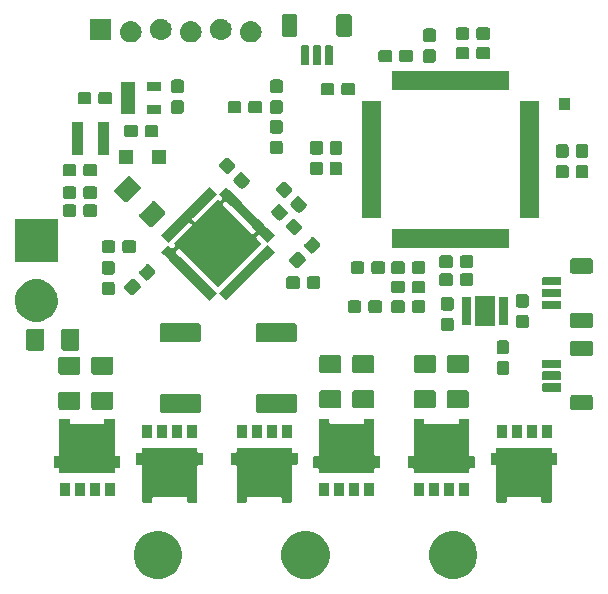
<source format=gbr>
G04 #@! TF.GenerationSoftware,KiCad,Pcbnew,(5.0.2)-1*
G04 #@! TF.CreationDate,2020-02-27T04:06:31+08:00*
G04 #@! TF.ProjectId,jointController,6a6f696e-7443-46f6-9e74-726f6c6c6572,rev?*
G04 #@! TF.SameCoordinates,Original*
G04 #@! TF.FileFunction,Soldermask,Top*
G04 #@! TF.FilePolarity,Negative*
%FSLAX46Y46*%
G04 Gerber Fmt 4.6, Leading zero omitted, Abs format (unit mm)*
G04 Created by KiCad (PCBNEW (5.0.2)-1) date 2/27/2020 4:06:31 AM*
%MOMM*%
%LPD*%
G01*
G04 APERTURE LIST*
%ADD10C,0.100000*%
G04 APERTURE END LIST*
D10*
G36*
X161747220Y-116722942D02*
X162120523Y-116877569D01*
X162456492Y-117102056D01*
X162742201Y-117387765D01*
X162966688Y-117723734D01*
X163121315Y-118097037D01*
X163200143Y-118493332D01*
X163200143Y-118897396D01*
X163121315Y-119293691D01*
X162966688Y-119666994D01*
X162742201Y-120002963D01*
X162456492Y-120288672D01*
X162120523Y-120513159D01*
X161747220Y-120667786D01*
X161350925Y-120746614D01*
X160946861Y-120746614D01*
X160550566Y-120667786D01*
X160177263Y-120513159D01*
X159841294Y-120288672D01*
X159555585Y-120002963D01*
X159331098Y-119666994D01*
X159176471Y-119293691D01*
X159097643Y-118897396D01*
X159097643Y-118493332D01*
X159176471Y-118097037D01*
X159331098Y-117723734D01*
X159555585Y-117387765D01*
X159841294Y-117102056D01*
X160177263Y-116877569D01*
X160550566Y-116722942D01*
X160946861Y-116644114D01*
X161350925Y-116644114D01*
X161747220Y-116722942D01*
X161747220Y-116722942D01*
G37*
G36*
X149247220Y-116722942D02*
X149620523Y-116877569D01*
X149956492Y-117102056D01*
X150242201Y-117387765D01*
X150466688Y-117723734D01*
X150621315Y-118097037D01*
X150700143Y-118493332D01*
X150700143Y-118897396D01*
X150621315Y-119293691D01*
X150466688Y-119666994D01*
X150242201Y-120002963D01*
X149956492Y-120288672D01*
X149620523Y-120513159D01*
X149247220Y-120667786D01*
X148850925Y-120746614D01*
X148446861Y-120746614D01*
X148050566Y-120667786D01*
X147677263Y-120513159D01*
X147341294Y-120288672D01*
X147055585Y-120002963D01*
X146831098Y-119666994D01*
X146676471Y-119293691D01*
X146597643Y-118897396D01*
X146597643Y-118493332D01*
X146676471Y-118097037D01*
X146831098Y-117723734D01*
X147055585Y-117387765D01*
X147341294Y-117102056D01*
X147677263Y-116877569D01*
X148050566Y-116722942D01*
X148446861Y-116644114D01*
X148850925Y-116644114D01*
X149247220Y-116722942D01*
X149247220Y-116722942D01*
G37*
G36*
X136747220Y-116722942D02*
X137120523Y-116877569D01*
X137456492Y-117102056D01*
X137742201Y-117387765D01*
X137966688Y-117723734D01*
X138121315Y-118097037D01*
X138200143Y-118493332D01*
X138200143Y-118897396D01*
X138121315Y-119293691D01*
X137966688Y-119666994D01*
X137742201Y-120002963D01*
X137456492Y-120288672D01*
X137120523Y-120513159D01*
X136747220Y-120667786D01*
X136350925Y-120746614D01*
X135946861Y-120746614D01*
X135550566Y-120667786D01*
X135177263Y-120513159D01*
X134841294Y-120288672D01*
X134555585Y-120002963D01*
X134331098Y-119666994D01*
X134176471Y-119293691D01*
X134097643Y-118897396D01*
X134097643Y-118493332D01*
X134176471Y-118097037D01*
X134331098Y-117723734D01*
X134555585Y-117387765D01*
X134841294Y-117102056D01*
X135177263Y-116877569D01*
X135550566Y-116722942D01*
X135946861Y-116644114D01*
X136350925Y-116644114D01*
X136747220Y-116722942D01*
X136747220Y-116722942D01*
G37*
G36*
X147438892Y-109617601D02*
X147448504Y-109620517D01*
X147457362Y-109625252D01*
X147465130Y-109631627D01*
X147471505Y-109639395D01*
X147476240Y-109648253D01*
X147479156Y-109657865D01*
X147480745Y-109674004D01*
X147480745Y-109916012D01*
X147483147Y-109940398D01*
X147490260Y-109963847D01*
X147501811Y-109985458D01*
X147517357Y-110004400D01*
X147536299Y-110019946D01*
X147557910Y-110031497D01*
X147581359Y-110038610D01*
X147605745Y-110041012D01*
X147917753Y-110041012D01*
X147933892Y-110042601D01*
X147943504Y-110045517D01*
X147952362Y-110050252D01*
X147960130Y-110056627D01*
X147966505Y-110064395D01*
X147971240Y-110073253D01*
X147974156Y-110082865D01*
X147975745Y-110099004D01*
X147975745Y-110991724D01*
X147974156Y-111007863D01*
X147971240Y-111017475D01*
X147966505Y-111026333D01*
X147960130Y-111034101D01*
X147952362Y-111040476D01*
X147943504Y-111045211D01*
X147933892Y-111048127D01*
X147917753Y-111049716D01*
X147605745Y-111049716D01*
X147581359Y-111052118D01*
X147557910Y-111059231D01*
X147536299Y-111070782D01*
X147517357Y-111086328D01*
X147501811Y-111105270D01*
X147490260Y-111126881D01*
X147483147Y-111150330D01*
X147480745Y-111174716D01*
X147480745Y-114191724D01*
X147479156Y-114207863D01*
X147476240Y-114217475D01*
X147471505Y-114226333D01*
X147465130Y-114234101D01*
X147457362Y-114240476D01*
X147448504Y-114245211D01*
X147438892Y-114248127D01*
X147422753Y-114249716D01*
X146685033Y-114249716D01*
X146668894Y-114248127D01*
X146659282Y-114245211D01*
X146650424Y-114240476D01*
X146642656Y-114234101D01*
X146636281Y-114226333D01*
X146631546Y-114217475D01*
X146628630Y-114207863D01*
X146627041Y-114191724D01*
X146627041Y-113899716D01*
X146624639Y-113875330D01*
X146617526Y-113851881D01*
X146605975Y-113830270D01*
X146590429Y-113811328D01*
X146571487Y-113795782D01*
X146549876Y-113784231D01*
X146526427Y-113777118D01*
X146502041Y-113774716D01*
X143795745Y-113774716D01*
X143771359Y-113777118D01*
X143747910Y-113784231D01*
X143726299Y-113795782D01*
X143707357Y-113811328D01*
X143691811Y-113830270D01*
X143680260Y-113851881D01*
X143673147Y-113875330D01*
X143670745Y-113899716D01*
X143670745Y-114191724D01*
X143669156Y-114207863D01*
X143666240Y-114217475D01*
X143661505Y-114226333D01*
X143655130Y-114234101D01*
X143647362Y-114240476D01*
X143638504Y-114245211D01*
X143628892Y-114248127D01*
X143612753Y-114249716D01*
X142875033Y-114249716D01*
X142858894Y-114248127D01*
X142849282Y-114245211D01*
X142840424Y-114240476D01*
X142832656Y-114234101D01*
X142826281Y-114226333D01*
X142821546Y-114217475D01*
X142818630Y-114207863D01*
X142817041Y-114191724D01*
X142817041Y-111174716D01*
X142814639Y-111150330D01*
X142807526Y-111126881D01*
X142795975Y-111105270D01*
X142780429Y-111086328D01*
X142761487Y-111070782D01*
X142739876Y-111059231D01*
X142716427Y-111052118D01*
X142692041Y-111049716D01*
X142380033Y-111049716D01*
X142363894Y-111048127D01*
X142354282Y-111045211D01*
X142345424Y-111040476D01*
X142337656Y-111034101D01*
X142331281Y-111026333D01*
X142326546Y-111017475D01*
X142323630Y-111007863D01*
X142322041Y-110991724D01*
X142322041Y-110099004D01*
X142323630Y-110082865D01*
X142326546Y-110073253D01*
X142331281Y-110064395D01*
X142337656Y-110056627D01*
X142345424Y-110050252D01*
X142354282Y-110045517D01*
X142363894Y-110042601D01*
X142380033Y-110041012D01*
X142692041Y-110041012D01*
X142716427Y-110038610D01*
X142739876Y-110031497D01*
X142761487Y-110019946D01*
X142780429Y-110004400D01*
X142795975Y-109985458D01*
X142807526Y-109963847D01*
X142814639Y-109940398D01*
X142817041Y-109916012D01*
X142817041Y-109674004D01*
X142818630Y-109657865D01*
X142821546Y-109648253D01*
X142826281Y-109639395D01*
X142832656Y-109631627D01*
X142840424Y-109625252D01*
X142849282Y-109620517D01*
X142858894Y-109617601D01*
X142875033Y-109616012D01*
X147422753Y-109616012D01*
X147438892Y-109617601D01*
X147438892Y-109617601D01*
G37*
G36*
X139438892Y-109617601D02*
X139448504Y-109620517D01*
X139457362Y-109625252D01*
X139465130Y-109631627D01*
X139471505Y-109639395D01*
X139476240Y-109648253D01*
X139479156Y-109657865D01*
X139480745Y-109674004D01*
X139480745Y-109916012D01*
X139483147Y-109940398D01*
X139490260Y-109963847D01*
X139501811Y-109985458D01*
X139517357Y-110004400D01*
X139536299Y-110019946D01*
X139557910Y-110031497D01*
X139581359Y-110038610D01*
X139605745Y-110041012D01*
X139917753Y-110041012D01*
X139933892Y-110042601D01*
X139943504Y-110045517D01*
X139952362Y-110050252D01*
X139960130Y-110056627D01*
X139966505Y-110064395D01*
X139971240Y-110073253D01*
X139974156Y-110082865D01*
X139975745Y-110099004D01*
X139975745Y-110991724D01*
X139974156Y-111007863D01*
X139971240Y-111017475D01*
X139966505Y-111026333D01*
X139960130Y-111034101D01*
X139952362Y-111040476D01*
X139943504Y-111045211D01*
X139933892Y-111048127D01*
X139917753Y-111049716D01*
X139605745Y-111049716D01*
X139581359Y-111052118D01*
X139557910Y-111059231D01*
X139536299Y-111070782D01*
X139517357Y-111086328D01*
X139501811Y-111105270D01*
X139490260Y-111126881D01*
X139483147Y-111150330D01*
X139480745Y-111174716D01*
X139480745Y-114191724D01*
X139479156Y-114207863D01*
X139476240Y-114217475D01*
X139471505Y-114226333D01*
X139465130Y-114234101D01*
X139457362Y-114240476D01*
X139448504Y-114245211D01*
X139438892Y-114248127D01*
X139422753Y-114249716D01*
X138685033Y-114249716D01*
X138668894Y-114248127D01*
X138659282Y-114245211D01*
X138650424Y-114240476D01*
X138642656Y-114234101D01*
X138636281Y-114226333D01*
X138631546Y-114217475D01*
X138628630Y-114207863D01*
X138627041Y-114191724D01*
X138627041Y-113899716D01*
X138624639Y-113875330D01*
X138617526Y-113851881D01*
X138605975Y-113830270D01*
X138590429Y-113811328D01*
X138571487Y-113795782D01*
X138549876Y-113784231D01*
X138526427Y-113777118D01*
X138502041Y-113774716D01*
X135795745Y-113774716D01*
X135771359Y-113777118D01*
X135747910Y-113784231D01*
X135726299Y-113795782D01*
X135707357Y-113811328D01*
X135691811Y-113830270D01*
X135680260Y-113851881D01*
X135673147Y-113875330D01*
X135670745Y-113899716D01*
X135670745Y-114191724D01*
X135669156Y-114207863D01*
X135666240Y-114217475D01*
X135661505Y-114226333D01*
X135655130Y-114234101D01*
X135647362Y-114240476D01*
X135638504Y-114245211D01*
X135628892Y-114248127D01*
X135612753Y-114249716D01*
X134875033Y-114249716D01*
X134858894Y-114248127D01*
X134849282Y-114245211D01*
X134840424Y-114240476D01*
X134832656Y-114234101D01*
X134826281Y-114226333D01*
X134821546Y-114217475D01*
X134818630Y-114207863D01*
X134817041Y-114191724D01*
X134817041Y-111174716D01*
X134814639Y-111150330D01*
X134807526Y-111126881D01*
X134795975Y-111105270D01*
X134780429Y-111086328D01*
X134761487Y-111070782D01*
X134739876Y-111059231D01*
X134716427Y-111052118D01*
X134692041Y-111049716D01*
X134380033Y-111049716D01*
X134363894Y-111048127D01*
X134354282Y-111045211D01*
X134345424Y-111040476D01*
X134337656Y-111034101D01*
X134331281Y-111026333D01*
X134326546Y-111017475D01*
X134323630Y-111007863D01*
X134322041Y-110991724D01*
X134322041Y-110099004D01*
X134323630Y-110082865D01*
X134326546Y-110073253D01*
X134331281Y-110064395D01*
X134337656Y-110056627D01*
X134345424Y-110050252D01*
X134354282Y-110045517D01*
X134363894Y-110042601D01*
X134380033Y-110041012D01*
X134692041Y-110041012D01*
X134716427Y-110038610D01*
X134739876Y-110031497D01*
X134761487Y-110019946D01*
X134780429Y-110004400D01*
X134795975Y-109985458D01*
X134807526Y-109963847D01*
X134814639Y-109940398D01*
X134817041Y-109916012D01*
X134817041Y-109674004D01*
X134818630Y-109657865D01*
X134821546Y-109648253D01*
X134826281Y-109639395D01*
X134832656Y-109631627D01*
X134840424Y-109625252D01*
X134849282Y-109620517D01*
X134858894Y-109617601D01*
X134875033Y-109616012D01*
X139422753Y-109616012D01*
X139438892Y-109617601D01*
X139438892Y-109617601D01*
G37*
G36*
X169438892Y-109617601D02*
X169448504Y-109620517D01*
X169457362Y-109625252D01*
X169465130Y-109631627D01*
X169471505Y-109639395D01*
X169476240Y-109648253D01*
X169479156Y-109657865D01*
X169480745Y-109674004D01*
X169480745Y-109916012D01*
X169483147Y-109940398D01*
X169490260Y-109963847D01*
X169501811Y-109985458D01*
X169517357Y-110004400D01*
X169536299Y-110019946D01*
X169557910Y-110031497D01*
X169581359Y-110038610D01*
X169605745Y-110041012D01*
X169917753Y-110041012D01*
X169933892Y-110042601D01*
X169943504Y-110045517D01*
X169952362Y-110050252D01*
X169960130Y-110056627D01*
X169966505Y-110064395D01*
X169971240Y-110073253D01*
X169974156Y-110082865D01*
X169975745Y-110099004D01*
X169975745Y-110991724D01*
X169974156Y-111007863D01*
X169971240Y-111017475D01*
X169966505Y-111026333D01*
X169960130Y-111034101D01*
X169952362Y-111040476D01*
X169943504Y-111045211D01*
X169933892Y-111048127D01*
X169917753Y-111049716D01*
X169605745Y-111049716D01*
X169581359Y-111052118D01*
X169557910Y-111059231D01*
X169536299Y-111070782D01*
X169517357Y-111086328D01*
X169501811Y-111105270D01*
X169490260Y-111126881D01*
X169483147Y-111150330D01*
X169480745Y-111174716D01*
X169480745Y-114191724D01*
X169479156Y-114207863D01*
X169476240Y-114217475D01*
X169471505Y-114226333D01*
X169465130Y-114234101D01*
X169457362Y-114240476D01*
X169448504Y-114245211D01*
X169438892Y-114248127D01*
X169422753Y-114249716D01*
X168685033Y-114249716D01*
X168668894Y-114248127D01*
X168659282Y-114245211D01*
X168650424Y-114240476D01*
X168642656Y-114234101D01*
X168636281Y-114226333D01*
X168631546Y-114217475D01*
X168628630Y-114207863D01*
X168627041Y-114191724D01*
X168627041Y-113899716D01*
X168624639Y-113875330D01*
X168617526Y-113851881D01*
X168605975Y-113830270D01*
X168590429Y-113811328D01*
X168571487Y-113795782D01*
X168549876Y-113784231D01*
X168526427Y-113777118D01*
X168502041Y-113774716D01*
X165795745Y-113774716D01*
X165771359Y-113777118D01*
X165747910Y-113784231D01*
X165726299Y-113795782D01*
X165707357Y-113811328D01*
X165691811Y-113830270D01*
X165680260Y-113851881D01*
X165673147Y-113875330D01*
X165670745Y-113899716D01*
X165670745Y-114191724D01*
X165669156Y-114207863D01*
X165666240Y-114217475D01*
X165661505Y-114226333D01*
X165655130Y-114234101D01*
X165647362Y-114240476D01*
X165638504Y-114245211D01*
X165628892Y-114248127D01*
X165612753Y-114249716D01*
X164875033Y-114249716D01*
X164858894Y-114248127D01*
X164849282Y-114245211D01*
X164840424Y-114240476D01*
X164832656Y-114234101D01*
X164826281Y-114226333D01*
X164821546Y-114217475D01*
X164818630Y-114207863D01*
X164817041Y-114191724D01*
X164817041Y-111174716D01*
X164814639Y-111150330D01*
X164807526Y-111126881D01*
X164795975Y-111105270D01*
X164780429Y-111086328D01*
X164761487Y-111070782D01*
X164739876Y-111059231D01*
X164716427Y-111052118D01*
X164692041Y-111049716D01*
X164380033Y-111049716D01*
X164363894Y-111048127D01*
X164354282Y-111045211D01*
X164345424Y-111040476D01*
X164337656Y-111034101D01*
X164331281Y-111026333D01*
X164326546Y-111017475D01*
X164323630Y-111007863D01*
X164322041Y-110991724D01*
X164322041Y-110099004D01*
X164323630Y-110082865D01*
X164326546Y-110073253D01*
X164331281Y-110064395D01*
X164337656Y-110056627D01*
X164345424Y-110050252D01*
X164354282Y-110045517D01*
X164363894Y-110042601D01*
X164380033Y-110041012D01*
X164692041Y-110041012D01*
X164716427Y-110038610D01*
X164739876Y-110031497D01*
X164761487Y-110019946D01*
X164780429Y-110004400D01*
X164795975Y-109985458D01*
X164807526Y-109963847D01*
X164814639Y-109940398D01*
X164817041Y-109916012D01*
X164817041Y-109674004D01*
X164818630Y-109657865D01*
X164821546Y-109648253D01*
X164826281Y-109639395D01*
X164832656Y-109631627D01*
X164840424Y-109625252D01*
X164849282Y-109620517D01*
X164858894Y-109617601D01*
X164875033Y-109616012D01*
X169422753Y-109616012D01*
X169438892Y-109617601D01*
X169438892Y-109617601D01*
G37*
G36*
X154479893Y-113738864D02*
X153627893Y-113738864D01*
X153627893Y-112636864D01*
X154479893Y-112636864D01*
X154479893Y-113738864D01*
X154479893Y-113738864D01*
G37*
G36*
X131209893Y-113738864D02*
X130357893Y-113738864D01*
X130357893Y-112636864D01*
X131209893Y-112636864D01*
X131209893Y-113738864D01*
X131209893Y-113738864D01*
G37*
G36*
X132479893Y-113738864D02*
X131627893Y-113738864D01*
X131627893Y-112636864D01*
X132479893Y-112636864D01*
X132479893Y-113738864D01*
X132479893Y-113738864D01*
G37*
G36*
X150669893Y-113738864D02*
X149817893Y-113738864D01*
X149817893Y-112636864D01*
X150669893Y-112636864D01*
X150669893Y-113738864D01*
X150669893Y-113738864D01*
G37*
G36*
X162479893Y-113738864D02*
X161627893Y-113738864D01*
X161627893Y-112636864D01*
X162479893Y-112636864D01*
X162479893Y-113738864D01*
X162479893Y-113738864D01*
G37*
G36*
X151939893Y-113738864D02*
X151087893Y-113738864D01*
X151087893Y-112636864D01*
X151939893Y-112636864D01*
X151939893Y-113738864D01*
X151939893Y-113738864D01*
G37*
G36*
X153209893Y-113738864D02*
X152357893Y-113738864D01*
X152357893Y-112636864D01*
X153209893Y-112636864D01*
X153209893Y-113738864D01*
X153209893Y-113738864D01*
G37*
G36*
X161209893Y-113738864D02*
X160357893Y-113738864D01*
X160357893Y-112636864D01*
X161209893Y-112636864D01*
X161209893Y-113738864D01*
X161209893Y-113738864D01*
G37*
G36*
X159939893Y-113738864D02*
X159087893Y-113738864D01*
X159087893Y-112636864D01*
X159939893Y-112636864D01*
X159939893Y-113738864D01*
X159939893Y-113738864D01*
G37*
G36*
X158669893Y-113738864D02*
X157817893Y-113738864D01*
X157817893Y-112636864D01*
X158669893Y-112636864D01*
X158669893Y-113738864D01*
X158669893Y-113738864D01*
G37*
G36*
X129939893Y-113738864D02*
X129087893Y-113738864D01*
X129087893Y-112636864D01*
X129939893Y-112636864D01*
X129939893Y-113738864D01*
X129939893Y-113738864D01*
G37*
G36*
X128669893Y-113738864D02*
X127817893Y-113738864D01*
X127817893Y-112636864D01*
X128669893Y-112636864D01*
X128669893Y-113738864D01*
X128669893Y-113738864D01*
G37*
G36*
X128628892Y-107142601D02*
X128638504Y-107145517D01*
X128647362Y-107150252D01*
X128655130Y-107156627D01*
X128661505Y-107164395D01*
X128666240Y-107173253D01*
X128669156Y-107182865D01*
X128670745Y-107199004D01*
X128670745Y-107491012D01*
X128673147Y-107515398D01*
X128680260Y-107538847D01*
X128691811Y-107560458D01*
X128707357Y-107579400D01*
X128726299Y-107594946D01*
X128747910Y-107606497D01*
X128771359Y-107613610D01*
X128795745Y-107616012D01*
X131502041Y-107616012D01*
X131526427Y-107613610D01*
X131549876Y-107606497D01*
X131571487Y-107594946D01*
X131590429Y-107579400D01*
X131605975Y-107560458D01*
X131617526Y-107538847D01*
X131624639Y-107515398D01*
X131627041Y-107491012D01*
X131627041Y-107199004D01*
X131628630Y-107182865D01*
X131631546Y-107173253D01*
X131636281Y-107164395D01*
X131642656Y-107156627D01*
X131650424Y-107150252D01*
X131659282Y-107145517D01*
X131668894Y-107142601D01*
X131685033Y-107141012D01*
X132422753Y-107141012D01*
X132438892Y-107142601D01*
X132448504Y-107145517D01*
X132457362Y-107150252D01*
X132465130Y-107156627D01*
X132471505Y-107164395D01*
X132476240Y-107173253D01*
X132479156Y-107182865D01*
X132480745Y-107199004D01*
X132480745Y-110216012D01*
X132483147Y-110240398D01*
X132490260Y-110263847D01*
X132501811Y-110285458D01*
X132517357Y-110304400D01*
X132536299Y-110319946D01*
X132557910Y-110331497D01*
X132581359Y-110338610D01*
X132605745Y-110341012D01*
X132917753Y-110341012D01*
X132933892Y-110342601D01*
X132943504Y-110345517D01*
X132952362Y-110350252D01*
X132960130Y-110356627D01*
X132966505Y-110364395D01*
X132971240Y-110373253D01*
X132974156Y-110382865D01*
X132975745Y-110399004D01*
X132975745Y-111291724D01*
X132974156Y-111307863D01*
X132971240Y-111317475D01*
X132966505Y-111326333D01*
X132960130Y-111334101D01*
X132952362Y-111340476D01*
X132943504Y-111345211D01*
X132933892Y-111348127D01*
X132917753Y-111349716D01*
X132605745Y-111349716D01*
X132581359Y-111352118D01*
X132557910Y-111359231D01*
X132536299Y-111370782D01*
X132517357Y-111386328D01*
X132501811Y-111405270D01*
X132490260Y-111426881D01*
X132483147Y-111450330D01*
X132480745Y-111474716D01*
X132480745Y-111716724D01*
X132479156Y-111732863D01*
X132476240Y-111742475D01*
X132471505Y-111751333D01*
X132465130Y-111759101D01*
X132457362Y-111765476D01*
X132448504Y-111770211D01*
X132438892Y-111773127D01*
X132422753Y-111774716D01*
X127875033Y-111774716D01*
X127858894Y-111773127D01*
X127849282Y-111770211D01*
X127840424Y-111765476D01*
X127832656Y-111759101D01*
X127826281Y-111751333D01*
X127821546Y-111742475D01*
X127818630Y-111732863D01*
X127817041Y-111716724D01*
X127817041Y-111474716D01*
X127814639Y-111450330D01*
X127807526Y-111426881D01*
X127795975Y-111405270D01*
X127780429Y-111386328D01*
X127761487Y-111370782D01*
X127739876Y-111359231D01*
X127716427Y-111352118D01*
X127692041Y-111349716D01*
X127380033Y-111349716D01*
X127363894Y-111348127D01*
X127354282Y-111345211D01*
X127345424Y-111340476D01*
X127337656Y-111334101D01*
X127331281Y-111326333D01*
X127326546Y-111317475D01*
X127323630Y-111307863D01*
X127322041Y-111291724D01*
X127322041Y-110399004D01*
X127323630Y-110382865D01*
X127326546Y-110373253D01*
X127331281Y-110364395D01*
X127337656Y-110356627D01*
X127345424Y-110350252D01*
X127354282Y-110345517D01*
X127363894Y-110342601D01*
X127380033Y-110341012D01*
X127692041Y-110341012D01*
X127716427Y-110338610D01*
X127739876Y-110331497D01*
X127761487Y-110319946D01*
X127780429Y-110304400D01*
X127795975Y-110285458D01*
X127807526Y-110263847D01*
X127814639Y-110240398D01*
X127817041Y-110216012D01*
X127817041Y-107199004D01*
X127818630Y-107182865D01*
X127821546Y-107173253D01*
X127826281Y-107164395D01*
X127832656Y-107156627D01*
X127840424Y-107150252D01*
X127849282Y-107145517D01*
X127858894Y-107142601D01*
X127875033Y-107141012D01*
X128612753Y-107141012D01*
X128628892Y-107142601D01*
X128628892Y-107142601D01*
G37*
G36*
X158628892Y-107142601D02*
X158638504Y-107145517D01*
X158647362Y-107150252D01*
X158655130Y-107156627D01*
X158661505Y-107164395D01*
X158666240Y-107173253D01*
X158669156Y-107182865D01*
X158670745Y-107199004D01*
X158670745Y-107491012D01*
X158673147Y-107515398D01*
X158680260Y-107538847D01*
X158691811Y-107560458D01*
X158707357Y-107579400D01*
X158726299Y-107594946D01*
X158747910Y-107606497D01*
X158771359Y-107613610D01*
X158795745Y-107616012D01*
X161502041Y-107616012D01*
X161526427Y-107613610D01*
X161549876Y-107606497D01*
X161571487Y-107594946D01*
X161590429Y-107579400D01*
X161605975Y-107560458D01*
X161617526Y-107538847D01*
X161624639Y-107515398D01*
X161627041Y-107491012D01*
X161627041Y-107199004D01*
X161628630Y-107182865D01*
X161631546Y-107173253D01*
X161636281Y-107164395D01*
X161642656Y-107156627D01*
X161650424Y-107150252D01*
X161659282Y-107145517D01*
X161668894Y-107142601D01*
X161685033Y-107141012D01*
X162422753Y-107141012D01*
X162438892Y-107142601D01*
X162448504Y-107145517D01*
X162457362Y-107150252D01*
X162465130Y-107156627D01*
X162471505Y-107164395D01*
X162476240Y-107173253D01*
X162479156Y-107182865D01*
X162480745Y-107199004D01*
X162480745Y-110216012D01*
X162483147Y-110240398D01*
X162490260Y-110263847D01*
X162501811Y-110285458D01*
X162517357Y-110304400D01*
X162536299Y-110319946D01*
X162557910Y-110331497D01*
X162581359Y-110338610D01*
X162605745Y-110341012D01*
X162917753Y-110341012D01*
X162933892Y-110342601D01*
X162943504Y-110345517D01*
X162952362Y-110350252D01*
X162960130Y-110356627D01*
X162966505Y-110364395D01*
X162971240Y-110373253D01*
X162974156Y-110382865D01*
X162975745Y-110399004D01*
X162975745Y-111291724D01*
X162974156Y-111307863D01*
X162971240Y-111317475D01*
X162966505Y-111326333D01*
X162960130Y-111334101D01*
X162952362Y-111340476D01*
X162943504Y-111345211D01*
X162933892Y-111348127D01*
X162917753Y-111349716D01*
X162605745Y-111349716D01*
X162581359Y-111352118D01*
X162557910Y-111359231D01*
X162536299Y-111370782D01*
X162517357Y-111386328D01*
X162501811Y-111405270D01*
X162490260Y-111426881D01*
X162483147Y-111450330D01*
X162480745Y-111474716D01*
X162480745Y-111716724D01*
X162479156Y-111732863D01*
X162476240Y-111742475D01*
X162471505Y-111751333D01*
X162465130Y-111759101D01*
X162457362Y-111765476D01*
X162448504Y-111770211D01*
X162438892Y-111773127D01*
X162422753Y-111774716D01*
X157875033Y-111774716D01*
X157858894Y-111773127D01*
X157849282Y-111770211D01*
X157840424Y-111765476D01*
X157832656Y-111759101D01*
X157826281Y-111751333D01*
X157821546Y-111742475D01*
X157818630Y-111732863D01*
X157817041Y-111716724D01*
X157817041Y-111474716D01*
X157814639Y-111450330D01*
X157807526Y-111426881D01*
X157795975Y-111405270D01*
X157780429Y-111386328D01*
X157761487Y-111370782D01*
X157739876Y-111359231D01*
X157716427Y-111352118D01*
X157692041Y-111349716D01*
X157380033Y-111349716D01*
X157363894Y-111348127D01*
X157354282Y-111345211D01*
X157345424Y-111340476D01*
X157337656Y-111334101D01*
X157331281Y-111326333D01*
X157326546Y-111317475D01*
X157323630Y-111307863D01*
X157322041Y-111291724D01*
X157322041Y-110399004D01*
X157323630Y-110382865D01*
X157326546Y-110373253D01*
X157331281Y-110364395D01*
X157337656Y-110356627D01*
X157345424Y-110350252D01*
X157354282Y-110345517D01*
X157363894Y-110342601D01*
X157380033Y-110341012D01*
X157692041Y-110341012D01*
X157716427Y-110338610D01*
X157739876Y-110331497D01*
X157761487Y-110319946D01*
X157780429Y-110304400D01*
X157795975Y-110285458D01*
X157807526Y-110263847D01*
X157814639Y-110240398D01*
X157817041Y-110216012D01*
X157817041Y-107199004D01*
X157818630Y-107182865D01*
X157821546Y-107173253D01*
X157826281Y-107164395D01*
X157832656Y-107156627D01*
X157840424Y-107150252D01*
X157849282Y-107145517D01*
X157858894Y-107142601D01*
X157875033Y-107141012D01*
X158612753Y-107141012D01*
X158628892Y-107142601D01*
X158628892Y-107142601D01*
G37*
G36*
X150628892Y-107142601D02*
X150638504Y-107145517D01*
X150647362Y-107150252D01*
X150655130Y-107156627D01*
X150661505Y-107164395D01*
X150666240Y-107173253D01*
X150669156Y-107182865D01*
X150670745Y-107199004D01*
X150670745Y-107491012D01*
X150673147Y-107515398D01*
X150680260Y-107538847D01*
X150691811Y-107560458D01*
X150707357Y-107579400D01*
X150726299Y-107594946D01*
X150747910Y-107606497D01*
X150771359Y-107613610D01*
X150795745Y-107616012D01*
X153502041Y-107616012D01*
X153526427Y-107613610D01*
X153549876Y-107606497D01*
X153571487Y-107594946D01*
X153590429Y-107579400D01*
X153605975Y-107560458D01*
X153617526Y-107538847D01*
X153624639Y-107515398D01*
X153627041Y-107491012D01*
X153627041Y-107199004D01*
X153628630Y-107182865D01*
X153631546Y-107173253D01*
X153636281Y-107164395D01*
X153642656Y-107156627D01*
X153650424Y-107150252D01*
X153659282Y-107145517D01*
X153668894Y-107142601D01*
X153685033Y-107141012D01*
X154422753Y-107141012D01*
X154438892Y-107142601D01*
X154448504Y-107145517D01*
X154457362Y-107150252D01*
X154465130Y-107156627D01*
X154471505Y-107164395D01*
X154476240Y-107173253D01*
X154479156Y-107182865D01*
X154480745Y-107199004D01*
X154480745Y-110216012D01*
X154483147Y-110240398D01*
X154490260Y-110263847D01*
X154501811Y-110285458D01*
X154517357Y-110304400D01*
X154536299Y-110319946D01*
X154557910Y-110331497D01*
X154581359Y-110338610D01*
X154605745Y-110341012D01*
X154917753Y-110341012D01*
X154933892Y-110342601D01*
X154943504Y-110345517D01*
X154952362Y-110350252D01*
X154960130Y-110356627D01*
X154966505Y-110364395D01*
X154971240Y-110373253D01*
X154974156Y-110382865D01*
X154975745Y-110399004D01*
X154975745Y-111291724D01*
X154974156Y-111307863D01*
X154971240Y-111317475D01*
X154966505Y-111326333D01*
X154960130Y-111334101D01*
X154952362Y-111340476D01*
X154943504Y-111345211D01*
X154933892Y-111348127D01*
X154917753Y-111349716D01*
X154605745Y-111349716D01*
X154581359Y-111352118D01*
X154557910Y-111359231D01*
X154536299Y-111370782D01*
X154517357Y-111386328D01*
X154501811Y-111405270D01*
X154490260Y-111426881D01*
X154483147Y-111450330D01*
X154480745Y-111474716D01*
X154480745Y-111716724D01*
X154479156Y-111732863D01*
X154476240Y-111742475D01*
X154471505Y-111751333D01*
X154465130Y-111759101D01*
X154457362Y-111765476D01*
X154448504Y-111770211D01*
X154438892Y-111773127D01*
X154422753Y-111774716D01*
X149875033Y-111774716D01*
X149858894Y-111773127D01*
X149849282Y-111770211D01*
X149840424Y-111765476D01*
X149832656Y-111759101D01*
X149826281Y-111751333D01*
X149821546Y-111742475D01*
X149818630Y-111732863D01*
X149817041Y-111716724D01*
X149817041Y-111474716D01*
X149814639Y-111450330D01*
X149807526Y-111426881D01*
X149795975Y-111405270D01*
X149780429Y-111386328D01*
X149761487Y-111370782D01*
X149739876Y-111359231D01*
X149716427Y-111352118D01*
X149692041Y-111349716D01*
X149380033Y-111349716D01*
X149363894Y-111348127D01*
X149354282Y-111345211D01*
X149345424Y-111340476D01*
X149337656Y-111334101D01*
X149331281Y-111326333D01*
X149326546Y-111317475D01*
X149323630Y-111307863D01*
X149322041Y-111291724D01*
X149322041Y-110399004D01*
X149323630Y-110382865D01*
X149326546Y-110373253D01*
X149331281Y-110364395D01*
X149337656Y-110356627D01*
X149345424Y-110350252D01*
X149354282Y-110345517D01*
X149363894Y-110342601D01*
X149380033Y-110341012D01*
X149692041Y-110341012D01*
X149716427Y-110338610D01*
X149739876Y-110331497D01*
X149761487Y-110319946D01*
X149780429Y-110304400D01*
X149795975Y-110285458D01*
X149807526Y-110263847D01*
X149814639Y-110240398D01*
X149817041Y-110216012D01*
X149817041Y-107199004D01*
X149818630Y-107182865D01*
X149821546Y-107173253D01*
X149826281Y-107164395D01*
X149832656Y-107156627D01*
X149840424Y-107150252D01*
X149849282Y-107145517D01*
X149858894Y-107142601D01*
X149875033Y-107141012D01*
X150612753Y-107141012D01*
X150628892Y-107142601D01*
X150628892Y-107142601D01*
G37*
G36*
X165669893Y-108753864D02*
X164817893Y-108753864D01*
X164817893Y-107651864D01*
X165669893Y-107651864D01*
X165669893Y-108753864D01*
X165669893Y-108753864D01*
G37*
G36*
X166939893Y-108753864D02*
X166087893Y-108753864D01*
X166087893Y-107651864D01*
X166939893Y-107651864D01*
X166939893Y-108753864D01*
X166939893Y-108753864D01*
G37*
G36*
X138209893Y-108753864D02*
X137357893Y-108753864D01*
X137357893Y-107651864D01*
X138209893Y-107651864D01*
X138209893Y-108753864D01*
X138209893Y-108753864D01*
G37*
G36*
X139479893Y-108753864D02*
X138627893Y-108753864D01*
X138627893Y-107651864D01*
X139479893Y-107651864D01*
X139479893Y-108753864D01*
X139479893Y-108753864D01*
G37*
G36*
X135669893Y-108753864D02*
X134817893Y-108753864D01*
X134817893Y-107651864D01*
X135669893Y-107651864D01*
X135669893Y-108753864D01*
X135669893Y-108753864D01*
G37*
G36*
X136939893Y-108753864D02*
X136087893Y-108753864D01*
X136087893Y-107651864D01*
X136939893Y-107651864D01*
X136939893Y-108753864D01*
X136939893Y-108753864D01*
G37*
G36*
X147479893Y-108753864D02*
X146627893Y-108753864D01*
X146627893Y-107651864D01*
X147479893Y-107651864D01*
X147479893Y-108753864D01*
X147479893Y-108753864D01*
G37*
G36*
X146209893Y-108753864D02*
X145357893Y-108753864D01*
X145357893Y-107651864D01*
X146209893Y-107651864D01*
X146209893Y-108753864D01*
X146209893Y-108753864D01*
G37*
G36*
X144939893Y-108753864D02*
X144087893Y-108753864D01*
X144087893Y-107651864D01*
X144939893Y-107651864D01*
X144939893Y-108753864D01*
X144939893Y-108753864D01*
G37*
G36*
X143669893Y-108753864D02*
X142817893Y-108753864D01*
X142817893Y-107651864D01*
X143669893Y-107651864D01*
X143669893Y-108753864D01*
X143669893Y-108753864D01*
G37*
G36*
X169479893Y-108753864D02*
X168627893Y-108753864D01*
X168627893Y-107651864D01*
X169479893Y-107651864D01*
X169479893Y-108753864D01*
X169479893Y-108753864D01*
G37*
G36*
X168209893Y-108753864D02*
X167357893Y-108753864D01*
X167357893Y-107651864D01*
X168209893Y-107651864D01*
X168209893Y-108753864D01*
X168209893Y-108753864D01*
G37*
G36*
X147755821Y-105048103D02*
X147789982Y-105058466D01*
X147821464Y-105075293D01*
X147849060Y-105097940D01*
X147871707Y-105125536D01*
X147888534Y-105157018D01*
X147898897Y-105191179D01*
X147903000Y-105232842D01*
X147903000Y-106482158D01*
X147898897Y-106523821D01*
X147888534Y-106557982D01*
X147871707Y-106589464D01*
X147849060Y-106617060D01*
X147821464Y-106639707D01*
X147789982Y-106656534D01*
X147755821Y-106666897D01*
X147714158Y-106671000D01*
X144639842Y-106671000D01*
X144598179Y-106666897D01*
X144564018Y-106656534D01*
X144532536Y-106639707D01*
X144504940Y-106617060D01*
X144482293Y-106589464D01*
X144465466Y-106557982D01*
X144455103Y-106523821D01*
X144451000Y-106482158D01*
X144451000Y-105232842D01*
X144455103Y-105191179D01*
X144465466Y-105157018D01*
X144482293Y-105125536D01*
X144504940Y-105097940D01*
X144532536Y-105075293D01*
X144564018Y-105058466D01*
X144598179Y-105048103D01*
X144639842Y-105044000D01*
X147714158Y-105044000D01*
X147755821Y-105048103D01*
X147755821Y-105048103D01*
G37*
G36*
X139627821Y-105048103D02*
X139661982Y-105058466D01*
X139693464Y-105075293D01*
X139721060Y-105097940D01*
X139743707Y-105125536D01*
X139760534Y-105157018D01*
X139770897Y-105191179D01*
X139775000Y-105232842D01*
X139775000Y-106482158D01*
X139770897Y-106523821D01*
X139760534Y-106557982D01*
X139743707Y-106589464D01*
X139721060Y-106617060D01*
X139693464Y-106639707D01*
X139661982Y-106656534D01*
X139627821Y-106666897D01*
X139586158Y-106671000D01*
X136511842Y-106671000D01*
X136470179Y-106666897D01*
X136436018Y-106656534D01*
X136404536Y-106639707D01*
X136376940Y-106617060D01*
X136354293Y-106589464D01*
X136337466Y-106557982D01*
X136327103Y-106523821D01*
X136323000Y-106482158D01*
X136323000Y-105232842D01*
X136327103Y-105191179D01*
X136337466Y-105157018D01*
X136354293Y-105125536D01*
X136376940Y-105097940D01*
X136404536Y-105075293D01*
X136436018Y-105058466D01*
X136470179Y-105048103D01*
X136511842Y-105044000D01*
X139586158Y-105044000D01*
X139627821Y-105048103D01*
X139627821Y-105048103D01*
G37*
G36*
X172806242Y-105158404D02*
X172843339Y-105169657D01*
X172877520Y-105187927D01*
X172907482Y-105212518D01*
X172932073Y-105242480D01*
X172950343Y-105276661D01*
X172961596Y-105313758D01*
X172966000Y-105358473D01*
X172966000Y-106251527D01*
X172961596Y-106296242D01*
X172950343Y-106333339D01*
X172932073Y-106367520D01*
X172907482Y-106397482D01*
X172877520Y-106422073D01*
X172843339Y-106440343D01*
X172806242Y-106451596D01*
X172761527Y-106456000D01*
X171268473Y-106456000D01*
X171223758Y-106451596D01*
X171186661Y-106440343D01*
X171152480Y-106422073D01*
X171122518Y-106397482D01*
X171097927Y-106367520D01*
X171079657Y-106333339D01*
X171068404Y-106296242D01*
X171064000Y-106251527D01*
X171064000Y-105358473D01*
X171068404Y-105313758D01*
X171079657Y-105276661D01*
X171097927Y-105242480D01*
X171122518Y-105212518D01*
X171152480Y-105187927D01*
X171186661Y-105169657D01*
X171223758Y-105158404D01*
X171268473Y-105154000D01*
X172761527Y-105154000D01*
X172806242Y-105158404D01*
X172806242Y-105158404D01*
G37*
G36*
X132220562Y-104868181D02*
X132255477Y-104878773D01*
X132287665Y-104895978D01*
X132315873Y-104919127D01*
X132339022Y-104947335D01*
X132356227Y-104979523D01*
X132366819Y-105014438D01*
X132371000Y-105056895D01*
X132371000Y-106198105D01*
X132366819Y-106240562D01*
X132356227Y-106275477D01*
X132339022Y-106307665D01*
X132315873Y-106335873D01*
X132287665Y-106359022D01*
X132255477Y-106376227D01*
X132220562Y-106386819D01*
X132178105Y-106391000D01*
X130711895Y-106391000D01*
X130669438Y-106386819D01*
X130634523Y-106376227D01*
X130602335Y-106359022D01*
X130574127Y-106335873D01*
X130550978Y-106307665D01*
X130533773Y-106275477D01*
X130523181Y-106240562D01*
X130519000Y-106198105D01*
X130519000Y-105056895D01*
X130523181Y-105014438D01*
X130533773Y-104979523D01*
X130550978Y-104947335D01*
X130574127Y-104919127D01*
X130602335Y-104895978D01*
X130634523Y-104878773D01*
X130669438Y-104868181D01*
X130711895Y-104864000D01*
X132178105Y-104864000D01*
X132220562Y-104868181D01*
X132220562Y-104868181D01*
G37*
G36*
X129426562Y-104868181D02*
X129461477Y-104878773D01*
X129493665Y-104895978D01*
X129521873Y-104919127D01*
X129545022Y-104947335D01*
X129562227Y-104979523D01*
X129572819Y-105014438D01*
X129577000Y-105056895D01*
X129577000Y-106198105D01*
X129572819Y-106240562D01*
X129562227Y-106275477D01*
X129545022Y-106307665D01*
X129521873Y-106335873D01*
X129493665Y-106359022D01*
X129461477Y-106376227D01*
X129426562Y-106386819D01*
X129384105Y-106391000D01*
X127917895Y-106391000D01*
X127875438Y-106386819D01*
X127840523Y-106376227D01*
X127808335Y-106359022D01*
X127780127Y-106335873D01*
X127756978Y-106307665D01*
X127739773Y-106275477D01*
X127729181Y-106240562D01*
X127725000Y-106198105D01*
X127725000Y-105056895D01*
X127729181Y-105014438D01*
X127739773Y-104979523D01*
X127756978Y-104947335D01*
X127780127Y-104919127D01*
X127808335Y-104895978D01*
X127840523Y-104878773D01*
X127875438Y-104868181D01*
X127917895Y-104864000D01*
X129384105Y-104864000D01*
X129426562Y-104868181D01*
X129426562Y-104868181D01*
G37*
G36*
X162319562Y-104741181D02*
X162354477Y-104751773D01*
X162386665Y-104768978D01*
X162414873Y-104792127D01*
X162438022Y-104820335D01*
X162455227Y-104852523D01*
X162465819Y-104887438D01*
X162470000Y-104929895D01*
X162470000Y-106071105D01*
X162465819Y-106113562D01*
X162455227Y-106148477D01*
X162438022Y-106180665D01*
X162414873Y-106208873D01*
X162386665Y-106232022D01*
X162354477Y-106249227D01*
X162319562Y-106259819D01*
X162277105Y-106264000D01*
X160810895Y-106264000D01*
X160768438Y-106259819D01*
X160733523Y-106249227D01*
X160701335Y-106232022D01*
X160673127Y-106208873D01*
X160649978Y-106180665D01*
X160632773Y-106148477D01*
X160622181Y-106113562D01*
X160618000Y-106071105D01*
X160618000Y-104929895D01*
X160622181Y-104887438D01*
X160632773Y-104852523D01*
X160649978Y-104820335D01*
X160673127Y-104792127D01*
X160701335Y-104768978D01*
X160733523Y-104751773D01*
X160768438Y-104741181D01*
X160810895Y-104737000D01*
X162277105Y-104737000D01*
X162319562Y-104741181D01*
X162319562Y-104741181D01*
G37*
G36*
X159525562Y-104741181D02*
X159560477Y-104751773D01*
X159592665Y-104768978D01*
X159620873Y-104792127D01*
X159644022Y-104820335D01*
X159661227Y-104852523D01*
X159671819Y-104887438D01*
X159676000Y-104929895D01*
X159676000Y-106071105D01*
X159671819Y-106113562D01*
X159661227Y-106148477D01*
X159644022Y-106180665D01*
X159620873Y-106208873D01*
X159592665Y-106232022D01*
X159560477Y-106249227D01*
X159525562Y-106259819D01*
X159483105Y-106264000D01*
X158016895Y-106264000D01*
X157974438Y-106259819D01*
X157939523Y-106249227D01*
X157907335Y-106232022D01*
X157879127Y-106208873D01*
X157855978Y-106180665D01*
X157838773Y-106148477D01*
X157828181Y-106113562D01*
X157824000Y-106071105D01*
X157824000Y-104929895D01*
X157828181Y-104887438D01*
X157838773Y-104852523D01*
X157855978Y-104820335D01*
X157879127Y-104792127D01*
X157907335Y-104768978D01*
X157939523Y-104751773D01*
X157974438Y-104741181D01*
X158016895Y-104737000D01*
X159483105Y-104737000D01*
X159525562Y-104741181D01*
X159525562Y-104741181D01*
G37*
G36*
X154318562Y-104741181D02*
X154353477Y-104751773D01*
X154385665Y-104768978D01*
X154413873Y-104792127D01*
X154437022Y-104820335D01*
X154454227Y-104852523D01*
X154464819Y-104887438D01*
X154469000Y-104929895D01*
X154469000Y-106071105D01*
X154464819Y-106113562D01*
X154454227Y-106148477D01*
X154437022Y-106180665D01*
X154413873Y-106208873D01*
X154385665Y-106232022D01*
X154353477Y-106249227D01*
X154318562Y-106259819D01*
X154276105Y-106264000D01*
X152809895Y-106264000D01*
X152767438Y-106259819D01*
X152732523Y-106249227D01*
X152700335Y-106232022D01*
X152672127Y-106208873D01*
X152648978Y-106180665D01*
X152631773Y-106148477D01*
X152621181Y-106113562D01*
X152617000Y-106071105D01*
X152617000Y-104929895D01*
X152621181Y-104887438D01*
X152631773Y-104852523D01*
X152648978Y-104820335D01*
X152672127Y-104792127D01*
X152700335Y-104768978D01*
X152732523Y-104751773D01*
X152767438Y-104741181D01*
X152809895Y-104737000D01*
X154276105Y-104737000D01*
X154318562Y-104741181D01*
X154318562Y-104741181D01*
G37*
G36*
X151524562Y-104741181D02*
X151559477Y-104751773D01*
X151591665Y-104768978D01*
X151619873Y-104792127D01*
X151643022Y-104820335D01*
X151660227Y-104852523D01*
X151670819Y-104887438D01*
X151675000Y-104929895D01*
X151675000Y-106071105D01*
X151670819Y-106113562D01*
X151660227Y-106148477D01*
X151643022Y-106180665D01*
X151619873Y-106208873D01*
X151591665Y-106232022D01*
X151559477Y-106249227D01*
X151524562Y-106259819D01*
X151482105Y-106264000D01*
X150015895Y-106264000D01*
X149973438Y-106259819D01*
X149938523Y-106249227D01*
X149906335Y-106232022D01*
X149878127Y-106208873D01*
X149854978Y-106180665D01*
X149837773Y-106148477D01*
X149827181Y-106113562D01*
X149823000Y-106071105D01*
X149823000Y-104929895D01*
X149827181Y-104887438D01*
X149837773Y-104852523D01*
X149854978Y-104820335D01*
X149878127Y-104792127D01*
X149906335Y-104768978D01*
X149938523Y-104751773D01*
X149973438Y-104741181D01*
X150015895Y-104737000D01*
X151482105Y-104737000D01*
X151524562Y-104741181D01*
X151524562Y-104741181D01*
G37*
G36*
X170224928Y-104156764D02*
X170246011Y-104163160D01*
X170265442Y-104173546D01*
X170282475Y-104187525D01*
X170296454Y-104204558D01*
X170306840Y-104223989D01*
X170313236Y-104245072D01*
X170316000Y-104273140D01*
X170316000Y-104736860D01*
X170313236Y-104764928D01*
X170306840Y-104786011D01*
X170296454Y-104805442D01*
X170282475Y-104822475D01*
X170265442Y-104836454D01*
X170246011Y-104846840D01*
X170224928Y-104853236D01*
X170196860Y-104856000D01*
X168783140Y-104856000D01*
X168755072Y-104853236D01*
X168733989Y-104846840D01*
X168714558Y-104836454D01*
X168697525Y-104822475D01*
X168683546Y-104805442D01*
X168673160Y-104786011D01*
X168666764Y-104764928D01*
X168664000Y-104736860D01*
X168664000Y-104273140D01*
X168666764Y-104245072D01*
X168673160Y-104223989D01*
X168683546Y-104204558D01*
X168697525Y-104187525D01*
X168714558Y-104173546D01*
X168733989Y-104163160D01*
X168755072Y-104156764D01*
X168783140Y-104154000D01*
X170196860Y-104154000D01*
X170224928Y-104156764D01*
X170224928Y-104156764D01*
G37*
G36*
X170224928Y-103156764D02*
X170246011Y-103163160D01*
X170265442Y-103173546D01*
X170282475Y-103187525D01*
X170296454Y-103204558D01*
X170306840Y-103223989D01*
X170313236Y-103245072D01*
X170316000Y-103273140D01*
X170316000Y-103736860D01*
X170313236Y-103764928D01*
X170306840Y-103786011D01*
X170296454Y-103805442D01*
X170282475Y-103822475D01*
X170265442Y-103836454D01*
X170246011Y-103846840D01*
X170224928Y-103853236D01*
X170196860Y-103856000D01*
X168783140Y-103856000D01*
X168755072Y-103853236D01*
X168733989Y-103846840D01*
X168714558Y-103836454D01*
X168697525Y-103822475D01*
X168683546Y-103805442D01*
X168673160Y-103786011D01*
X168666764Y-103764928D01*
X168664000Y-103736860D01*
X168664000Y-103273140D01*
X168666764Y-103245072D01*
X168673160Y-103223989D01*
X168683546Y-103204558D01*
X168697525Y-103187525D01*
X168714558Y-103173546D01*
X168733989Y-103163160D01*
X168755072Y-103156764D01*
X168783140Y-103154000D01*
X170196860Y-103154000D01*
X170224928Y-103156764D01*
X170224928Y-103156764D01*
G37*
G36*
X165718499Y-102284445D02*
X165755993Y-102295819D01*
X165790557Y-102314294D01*
X165820847Y-102339153D01*
X165845706Y-102369443D01*
X165864181Y-102404007D01*
X165875555Y-102441501D01*
X165880000Y-102486638D01*
X165880000Y-103225362D01*
X165875555Y-103270499D01*
X165864181Y-103307993D01*
X165845706Y-103342557D01*
X165820847Y-103372847D01*
X165790557Y-103397706D01*
X165755993Y-103416181D01*
X165718499Y-103427555D01*
X165673362Y-103432000D01*
X165034638Y-103432000D01*
X164989501Y-103427555D01*
X164952007Y-103416181D01*
X164917443Y-103397706D01*
X164887153Y-103372847D01*
X164862294Y-103342557D01*
X164843819Y-103307993D01*
X164832445Y-103270499D01*
X164828000Y-103225362D01*
X164828000Y-102486638D01*
X164832445Y-102441501D01*
X164843819Y-102404007D01*
X164862294Y-102369443D01*
X164887153Y-102339153D01*
X164917443Y-102314294D01*
X164952007Y-102295819D01*
X164989501Y-102284445D01*
X165034638Y-102280000D01*
X165673362Y-102280000D01*
X165718499Y-102284445D01*
X165718499Y-102284445D01*
G37*
G36*
X132220562Y-101893181D02*
X132255477Y-101903773D01*
X132287665Y-101920978D01*
X132315873Y-101944127D01*
X132339022Y-101972335D01*
X132356227Y-102004523D01*
X132366819Y-102039438D01*
X132371000Y-102081895D01*
X132371000Y-103223105D01*
X132366819Y-103265562D01*
X132356227Y-103300477D01*
X132339022Y-103332665D01*
X132315873Y-103360873D01*
X132287665Y-103384022D01*
X132255477Y-103401227D01*
X132220562Y-103411819D01*
X132178105Y-103416000D01*
X130711895Y-103416000D01*
X130669438Y-103411819D01*
X130634523Y-103401227D01*
X130602335Y-103384022D01*
X130574127Y-103360873D01*
X130550978Y-103332665D01*
X130533773Y-103300477D01*
X130523181Y-103265562D01*
X130519000Y-103223105D01*
X130519000Y-102081895D01*
X130523181Y-102039438D01*
X130533773Y-102004523D01*
X130550978Y-101972335D01*
X130574127Y-101944127D01*
X130602335Y-101920978D01*
X130634523Y-101903773D01*
X130669438Y-101893181D01*
X130711895Y-101889000D01*
X132178105Y-101889000D01*
X132220562Y-101893181D01*
X132220562Y-101893181D01*
G37*
G36*
X129426562Y-101893181D02*
X129461477Y-101903773D01*
X129493665Y-101920978D01*
X129521873Y-101944127D01*
X129545022Y-101972335D01*
X129562227Y-102004523D01*
X129572819Y-102039438D01*
X129577000Y-102081895D01*
X129577000Y-103223105D01*
X129572819Y-103265562D01*
X129562227Y-103300477D01*
X129545022Y-103332665D01*
X129521873Y-103360873D01*
X129493665Y-103384022D01*
X129461477Y-103401227D01*
X129426562Y-103411819D01*
X129384105Y-103416000D01*
X127917895Y-103416000D01*
X127875438Y-103411819D01*
X127840523Y-103401227D01*
X127808335Y-103384022D01*
X127780127Y-103360873D01*
X127756978Y-103332665D01*
X127739773Y-103300477D01*
X127729181Y-103265562D01*
X127725000Y-103223105D01*
X127725000Y-102081895D01*
X127729181Y-102039438D01*
X127739773Y-102004523D01*
X127756978Y-101972335D01*
X127780127Y-101944127D01*
X127808335Y-101920978D01*
X127840523Y-101903773D01*
X127875438Y-101893181D01*
X127917895Y-101889000D01*
X129384105Y-101889000D01*
X129426562Y-101893181D01*
X129426562Y-101893181D01*
G37*
G36*
X151524562Y-101766181D02*
X151559477Y-101776773D01*
X151591665Y-101793978D01*
X151619873Y-101817127D01*
X151643022Y-101845335D01*
X151660227Y-101877523D01*
X151670819Y-101912438D01*
X151675000Y-101954895D01*
X151675000Y-103096105D01*
X151670819Y-103138562D01*
X151660227Y-103173477D01*
X151643022Y-103205665D01*
X151619873Y-103233873D01*
X151591665Y-103257022D01*
X151559477Y-103274227D01*
X151524562Y-103284819D01*
X151482105Y-103289000D01*
X150015895Y-103289000D01*
X149973438Y-103284819D01*
X149938523Y-103274227D01*
X149906335Y-103257022D01*
X149878127Y-103233873D01*
X149854978Y-103205665D01*
X149837773Y-103173477D01*
X149827181Y-103138562D01*
X149823000Y-103096105D01*
X149823000Y-101954895D01*
X149827181Y-101912438D01*
X149837773Y-101877523D01*
X149854978Y-101845335D01*
X149878127Y-101817127D01*
X149906335Y-101793978D01*
X149938523Y-101776773D01*
X149973438Y-101766181D01*
X150015895Y-101762000D01*
X151482105Y-101762000D01*
X151524562Y-101766181D01*
X151524562Y-101766181D01*
G37*
G36*
X159525562Y-101766181D02*
X159560477Y-101776773D01*
X159592665Y-101793978D01*
X159620873Y-101817127D01*
X159644022Y-101845335D01*
X159661227Y-101877523D01*
X159671819Y-101912438D01*
X159676000Y-101954895D01*
X159676000Y-103096105D01*
X159671819Y-103138562D01*
X159661227Y-103173477D01*
X159644022Y-103205665D01*
X159620873Y-103233873D01*
X159592665Y-103257022D01*
X159560477Y-103274227D01*
X159525562Y-103284819D01*
X159483105Y-103289000D01*
X158016895Y-103289000D01*
X157974438Y-103284819D01*
X157939523Y-103274227D01*
X157907335Y-103257022D01*
X157879127Y-103233873D01*
X157855978Y-103205665D01*
X157838773Y-103173477D01*
X157828181Y-103138562D01*
X157824000Y-103096105D01*
X157824000Y-101954895D01*
X157828181Y-101912438D01*
X157838773Y-101877523D01*
X157855978Y-101845335D01*
X157879127Y-101817127D01*
X157907335Y-101793978D01*
X157939523Y-101776773D01*
X157974438Y-101766181D01*
X158016895Y-101762000D01*
X159483105Y-101762000D01*
X159525562Y-101766181D01*
X159525562Y-101766181D01*
G37*
G36*
X162319562Y-101766181D02*
X162354477Y-101776773D01*
X162386665Y-101793978D01*
X162414873Y-101817127D01*
X162438022Y-101845335D01*
X162455227Y-101877523D01*
X162465819Y-101912438D01*
X162470000Y-101954895D01*
X162470000Y-103096105D01*
X162465819Y-103138562D01*
X162455227Y-103173477D01*
X162438022Y-103205665D01*
X162414873Y-103233873D01*
X162386665Y-103257022D01*
X162354477Y-103274227D01*
X162319562Y-103284819D01*
X162277105Y-103289000D01*
X160810895Y-103289000D01*
X160768438Y-103284819D01*
X160733523Y-103274227D01*
X160701335Y-103257022D01*
X160673127Y-103233873D01*
X160649978Y-103205665D01*
X160632773Y-103173477D01*
X160622181Y-103138562D01*
X160618000Y-103096105D01*
X160618000Y-101954895D01*
X160622181Y-101912438D01*
X160632773Y-101877523D01*
X160649978Y-101845335D01*
X160673127Y-101817127D01*
X160701335Y-101793978D01*
X160733523Y-101776773D01*
X160768438Y-101766181D01*
X160810895Y-101762000D01*
X162277105Y-101762000D01*
X162319562Y-101766181D01*
X162319562Y-101766181D01*
G37*
G36*
X154318562Y-101766181D02*
X154353477Y-101776773D01*
X154385665Y-101793978D01*
X154413873Y-101817127D01*
X154437022Y-101845335D01*
X154454227Y-101877523D01*
X154464819Y-101912438D01*
X154469000Y-101954895D01*
X154469000Y-103096105D01*
X154464819Y-103138562D01*
X154454227Y-103173477D01*
X154437022Y-103205665D01*
X154413873Y-103233873D01*
X154385665Y-103257022D01*
X154353477Y-103274227D01*
X154318562Y-103284819D01*
X154276105Y-103289000D01*
X152809895Y-103289000D01*
X152767438Y-103284819D01*
X152732523Y-103274227D01*
X152700335Y-103257022D01*
X152672127Y-103233873D01*
X152648978Y-103205665D01*
X152631773Y-103173477D01*
X152621181Y-103138562D01*
X152617000Y-103096105D01*
X152617000Y-101954895D01*
X152621181Y-101912438D01*
X152631773Y-101877523D01*
X152648978Y-101845335D01*
X152672127Y-101817127D01*
X152700335Y-101793978D01*
X152732523Y-101776773D01*
X152767438Y-101766181D01*
X152809895Y-101762000D01*
X154276105Y-101762000D01*
X154318562Y-101766181D01*
X154318562Y-101766181D01*
G37*
G36*
X170224928Y-102156764D02*
X170246011Y-102163160D01*
X170265442Y-102173546D01*
X170282475Y-102187525D01*
X170296454Y-102204558D01*
X170306840Y-102223989D01*
X170313236Y-102245072D01*
X170316000Y-102273140D01*
X170316000Y-102736860D01*
X170313236Y-102764928D01*
X170306840Y-102786011D01*
X170296454Y-102805442D01*
X170282475Y-102822475D01*
X170265442Y-102836454D01*
X170246011Y-102846840D01*
X170224928Y-102853236D01*
X170196860Y-102856000D01*
X168783140Y-102856000D01*
X168755072Y-102853236D01*
X168733989Y-102846840D01*
X168714558Y-102836454D01*
X168697525Y-102822475D01*
X168683546Y-102805442D01*
X168673160Y-102786011D01*
X168666764Y-102764928D01*
X168664000Y-102736860D01*
X168664000Y-102273140D01*
X168666764Y-102245072D01*
X168673160Y-102223989D01*
X168683546Y-102204558D01*
X168697525Y-102187525D01*
X168714558Y-102173546D01*
X168733989Y-102163160D01*
X168755072Y-102156764D01*
X168783140Y-102154000D01*
X170196860Y-102154000D01*
X170224928Y-102156764D01*
X170224928Y-102156764D01*
G37*
G36*
X172806242Y-100558404D02*
X172843339Y-100569657D01*
X172877520Y-100587927D01*
X172907482Y-100612518D01*
X172932073Y-100642480D01*
X172950343Y-100676661D01*
X172961596Y-100713758D01*
X172966000Y-100758473D01*
X172966000Y-101651527D01*
X172961596Y-101696242D01*
X172950343Y-101733339D01*
X172932073Y-101767520D01*
X172907482Y-101797482D01*
X172877520Y-101822073D01*
X172843339Y-101840343D01*
X172806242Y-101851596D01*
X172761527Y-101856000D01*
X171268473Y-101856000D01*
X171223758Y-101851596D01*
X171186661Y-101840343D01*
X171152480Y-101822073D01*
X171122518Y-101797482D01*
X171097927Y-101767520D01*
X171079657Y-101733339D01*
X171068404Y-101696242D01*
X171064000Y-101651527D01*
X171064000Y-100758473D01*
X171068404Y-100713758D01*
X171079657Y-100676661D01*
X171097927Y-100642480D01*
X171122518Y-100612518D01*
X171152480Y-100587927D01*
X171186661Y-100569657D01*
X171223758Y-100558404D01*
X171268473Y-100554000D01*
X172761527Y-100554000D01*
X172806242Y-100558404D01*
X172806242Y-100558404D01*
G37*
G36*
X165718499Y-100534445D02*
X165755993Y-100545819D01*
X165790557Y-100564294D01*
X165820847Y-100589153D01*
X165845706Y-100619443D01*
X165864181Y-100654007D01*
X165875555Y-100691501D01*
X165880000Y-100736638D01*
X165880000Y-101475362D01*
X165875555Y-101520499D01*
X165864181Y-101557993D01*
X165845706Y-101592557D01*
X165820847Y-101622847D01*
X165790557Y-101647706D01*
X165755993Y-101666181D01*
X165718499Y-101677555D01*
X165673362Y-101682000D01*
X165034638Y-101682000D01*
X164989501Y-101677555D01*
X164952007Y-101666181D01*
X164917443Y-101647706D01*
X164887153Y-101622847D01*
X164862294Y-101592557D01*
X164843819Y-101557993D01*
X164832445Y-101520499D01*
X164828000Y-101475362D01*
X164828000Y-100736638D01*
X164832445Y-100691501D01*
X164843819Y-100654007D01*
X164862294Y-100619443D01*
X164887153Y-100589153D01*
X164917443Y-100564294D01*
X164952007Y-100545819D01*
X164989501Y-100534445D01*
X165034638Y-100530000D01*
X165673362Y-100530000D01*
X165718499Y-100534445D01*
X165718499Y-100534445D01*
G37*
G36*
X129354562Y-99535181D02*
X129389477Y-99545773D01*
X129421665Y-99562978D01*
X129449873Y-99586127D01*
X129473022Y-99614335D01*
X129490227Y-99646523D01*
X129500819Y-99681438D01*
X129505000Y-99723895D01*
X129505000Y-101190105D01*
X129500819Y-101232562D01*
X129490227Y-101267477D01*
X129473022Y-101299665D01*
X129449873Y-101327873D01*
X129421665Y-101351022D01*
X129389477Y-101368227D01*
X129354562Y-101378819D01*
X129312105Y-101383000D01*
X128170895Y-101383000D01*
X128128438Y-101378819D01*
X128093523Y-101368227D01*
X128061335Y-101351022D01*
X128033127Y-101327873D01*
X128009978Y-101299665D01*
X127992773Y-101267477D01*
X127982181Y-101232562D01*
X127978000Y-101190105D01*
X127978000Y-99723895D01*
X127982181Y-99681438D01*
X127992773Y-99646523D01*
X128009978Y-99614335D01*
X128033127Y-99586127D01*
X128061335Y-99562978D01*
X128093523Y-99545773D01*
X128128438Y-99535181D01*
X128170895Y-99531000D01*
X129312105Y-99531000D01*
X129354562Y-99535181D01*
X129354562Y-99535181D01*
G37*
G36*
X126379562Y-99535181D02*
X126414477Y-99545773D01*
X126446665Y-99562978D01*
X126474873Y-99586127D01*
X126498022Y-99614335D01*
X126515227Y-99646523D01*
X126525819Y-99681438D01*
X126530000Y-99723895D01*
X126530000Y-101190105D01*
X126525819Y-101232562D01*
X126515227Y-101267477D01*
X126498022Y-101299665D01*
X126474873Y-101327873D01*
X126446665Y-101351022D01*
X126414477Y-101368227D01*
X126379562Y-101378819D01*
X126337105Y-101383000D01*
X125195895Y-101383000D01*
X125153438Y-101378819D01*
X125118523Y-101368227D01*
X125086335Y-101351022D01*
X125058127Y-101327873D01*
X125034978Y-101299665D01*
X125017773Y-101267477D01*
X125007181Y-101232562D01*
X125003000Y-101190105D01*
X125003000Y-99723895D01*
X125007181Y-99681438D01*
X125017773Y-99646523D01*
X125034978Y-99614335D01*
X125058127Y-99586127D01*
X125086335Y-99562978D01*
X125118523Y-99545773D01*
X125153438Y-99535181D01*
X125195895Y-99531000D01*
X126337105Y-99531000D01*
X126379562Y-99535181D01*
X126379562Y-99535181D01*
G37*
G36*
X139627821Y-99073103D02*
X139661982Y-99083466D01*
X139693464Y-99100293D01*
X139721060Y-99122940D01*
X139743707Y-99150536D01*
X139760534Y-99182018D01*
X139770897Y-99216179D01*
X139775000Y-99257842D01*
X139775000Y-100507158D01*
X139770897Y-100548821D01*
X139760534Y-100582982D01*
X139743707Y-100614464D01*
X139721060Y-100642060D01*
X139693464Y-100664707D01*
X139661982Y-100681534D01*
X139627821Y-100691897D01*
X139586158Y-100696000D01*
X136511842Y-100696000D01*
X136470179Y-100691897D01*
X136436018Y-100681534D01*
X136404536Y-100664707D01*
X136376940Y-100642060D01*
X136354293Y-100614464D01*
X136337466Y-100582982D01*
X136327103Y-100548821D01*
X136323000Y-100507158D01*
X136323000Y-99257842D01*
X136327103Y-99216179D01*
X136337466Y-99182018D01*
X136354293Y-99150536D01*
X136376940Y-99122940D01*
X136404536Y-99100293D01*
X136436018Y-99083466D01*
X136470179Y-99073103D01*
X136511842Y-99069000D01*
X139586158Y-99069000D01*
X139627821Y-99073103D01*
X139627821Y-99073103D01*
G37*
G36*
X147755821Y-99073103D02*
X147789982Y-99083466D01*
X147821464Y-99100293D01*
X147849060Y-99122940D01*
X147871707Y-99150536D01*
X147888534Y-99182018D01*
X147898897Y-99216179D01*
X147903000Y-99257842D01*
X147903000Y-100507158D01*
X147898897Y-100548821D01*
X147888534Y-100582982D01*
X147871707Y-100614464D01*
X147849060Y-100642060D01*
X147821464Y-100664707D01*
X147789982Y-100681534D01*
X147755821Y-100691897D01*
X147714158Y-100696000D01*
X144639842Y-100696000D01*
X144598179Y-100691897D01*
X144564018Y-100681534D01*
X144532536Y-100664707D01*
X144504940Y-100642060D01*
X144482293Y-100614464D01*
X144465466Y-100582982D01*
X144455103Y-100548821D01*
X144451000Y-100507158D01*
X144451000Y-99257842D01*
X144455103Y-99216179D01*
X144465466Y-99182018D01*
X144482293Y-99150536D01*
X144504940Y-99122940D01*
X144532536Y-99100293D01*
X144564018Y-99083466D01*
X144598179Y-99073103D01*
X144639842Y-99069000D01*
X147714158Y-99069000D01*
X147755821Y-99073103D01*
X147755821Y-99073103D01*
G37*
G36*
X161019499Y-98601445D02*
X161056993Y-98612819D01*
X161091557Y-98631294D01*
X161121847Y-98656153D01*
X161146706Y-98686443D01*
X161165181Y-98721007D01*
X161176555Y-98758501D01*
X161181000Y-98803638D01*
X161181000Y-99542362D01*
X161176555Y-99587499D01*
X161165181Y-99624993D01*
X161146706Y-99659557D01*
X161121847Y-99689847D01*
X161091557Y-99714706D01*
X161056993Y-99733181D01*
X161019499Y-99744555D01*
X160974362Y-99749000D01*
X160335638Y-99749000D01*
X160290501Y-99744555D01*
X160253007Y-99733181D01*
X160218443Y-99714706D01*
X160188153Y-99689847D01*
X160163294Y-99659557D01*
X160144819Y-99624993D01*
X160133445Y-99587499D01*
X160129000Y-99542362D01*
X160129000Y-98803638D01*
X160133445Y-98758501D01*
X160144819Y-98721007D01*
X160163294Y-98686443D01*
X160188153Y-98656153D01*
X160218443Y-98631294D01*
X160253007Y-98612819D01*
X160290501Y-98601445D01*
X160335638Y-98597000D01*
X160974362Y-98597000D01*
X161019499Y-98601445D01*
X161019499Y-98601445D01*
G37*
G36*
X167369499Y-98347445D02*
X167406993Y-98358819D01*
X167441557Y-98377294D01*
X167471847Y-98402153D01*
X167496706Y-98432443D01*
X167515181Y-98467007D01*
X167526555Y-98504501D01*
X167531000Y-98549638D01*
X167531000Y-99288362D01*
X167526555Y-99333499D01*
X167515181Y-99370993D01*
X167496706Y-99405557D01*
X167471847Y-99435847D01*
X167441557Y-99460706D01*
X167406993Y-99479181D01*
X167369499Y-99490555D01*
X167324362Y-99495000D01*
X166685638Y-99495000D01*
X166640501Y-99490555D01*
X166603007Y-99479181D01*
X166568443Y-99460706D01*
X166538153Y-99435847D01*
X166513294Y-99405557D01*
X166494819Y-99370993D01*
X166483445Y-99333499D01*
X166479000Y-99288362D01*
X166479000Y-98549638D01*
X166483445Y-98504501D01*
X166494819Y-98467007D01*
X166513294Y-98432443D01*
X166538153Y-98402153D01*
X166568443Y-98377294D01*
X166603007Y-98358819D01*
X166640501Y-98347445D01*
X166685638Y-98343000D01*
X167324362Y-98343000D01*
X167369499Y-98347445D01*
X167369499Y-98347445D01*
G37*
G36*
X172806242Y-98173404D02*
X172843339Y-98184657D01*
X172877520Y-98202927D01*
X172907482Y-98227518D01*
X172932073Y-98257480D01*
X172950343Y-98291661D01*
X172961596Y-98328758D01*
X172966000Y-98373473D01*
X172966000Y-99266527D01*
X172961596Y-99311242D01*
X172950343Y-99348339D01*
X172932073Y-99382520D01*
X172907482Y-99412482D01*
X172877520Y-99437073D01*
X172843339Y-99455343D01*
X172806242Y-99466596D01*
X172761527Y-99471000D01*
X171268473Y-99471000D01*
X171223758Y-99466596D01*
X171186661Y-99455343D01*
X171152480Y-99437073D01*
X171122518Y-99412482D01*
X171097927Y-99382520D01*
X171079657Y-99348339D01*
X171068404Y-99311242D01*
X171064000Y-99266527D01*
X171064000Y-98373473D01*
X171068404Y-98328758D01*
X171079657Y-98291661D01*
X171097927Y-98257480D01*
X171122518Y-98227518D01*
X171152480Y-98202927D01*
X171186661Y-98184657D01*
X171223758Y-98173404D01*
X171268473Y-98169000D01*
X172761527Y-98169000D01*
X172806242Y-98173404D01*
X172806242Y-98173404D01*
G37*
G36*
X164656000Y-99295000D02*
X163004000Y-99295000D01*
X163004000Y-96793000D01*
X164656000Y-96793000D01*
X164656000Y-99295000D01*
X164656000Y-99295000D01*
G37*
G36*
X165756000Y-99245000D02*
X165004000Y-99245000D01*
X165004000Y-96843000D01*
X165756000Y-96843000D01*
X165756000Y-99245000D01*
X165756000Y-99245000D01*
G37*
G36*
X162656000Y-99245000D02*
X161904000Y-99245000D01*
X161904000Y-96843000D01*
X162656000Y-96843000D01*
X162656000Y-99245000D01*
X162656000Y-99245000D01*
G37*
G36*
X126077946Y-95362604D02*
X126382350Y-95423153D01*
X126710122Y-95558921D01*
X127005109Y-95756025D01*
X127255975Y-96006891D01*
X127453079Y-96301878D01*
X127588847Y-96629650D01*
X127640896Y-96891323D01*
X127658060Y-96977610D01*
X127658060Y-97332390D01*
X127655651Y-97344500D01*
X127588847Y-97680350D01*
X127453079Y-98008122D01*
X127255975Y-98303109D01*
X127005109Y-98553975D01*
X126710122Y-98751079D01*
X126382350Y-98886847D01*
X126083905Y-98946211D01*
X126034390Y-98956060D01*
X125679610Y-98956060D01*
X125630095Y-98946211D01*
X125331650Y-98886847D01*
X125003878Y-98751079D01*
X124708891Y-98553975D01*
X124458025Y-98303109D01*
X124260921Y-98008122D01*
X124125153Y-97680350D01*
X124058349Y-97344500D01*
X124055940Y-97332390D01*
X124055940Y-96977610D01*
X124073104Y-96891323D01*
X124125153Y-96629650D01*
X124260921Y-96301878D01*
X124458025Y-96006891D01*
X124708891Y-95756025D01*
X125003878Y-95558921D01*
X125331650Y-95423153D01*
X125636054Y-95362604D01*
X125679610Y-95353940D01*
X126034390Y-95353940D01*
X126077946Y-95362604D01*
X126077946Y-95362604D01*
G37*
G36*
X158642499Y-97141445D02*
X158679993Y-97152819D01*
X158714557Y-97171294D01*
X158744847Y-97196153D01*
X158769706Y-97226443D01*
X158788181Y-97261007D01*
X158799555Y-97298501D01*
X158804000Y-97343638D01*
X158804000Y-97982362D01*
X158799555Y-98027499D01*
X158788181Y-98064993D01*
X158769706Y-98099557D01*
X158744847Y-98129847D01*
X158714557Y-98154706D01*
X158679993Y-98173181D01*
X158642499Y-98184555D01*
X158597362Y-98189000D01*
X157858638Y-98189000D01*
X157813501Y-98184555D01*
X157776007Y-98173181D01*
X157741443Y-98154706D01*
X157711153Y-98129847D01*
X157686294Y-98099557D01*
X157667819Y-98064993D01*
X157656445Y-98027499D01*
X157652000Y-97982362D01*
X157652000Y-97343638D01*
X157656445Y-97298501D01*
X157667819Y-97261007D01*
X157686294Y-97226443D01*
X157711153Y-97196153D01*
X157741443Y-97171294D01*
X157776007Y-97152819D01*
X157813501Y-97141445D01*
X157858638Y-97137000D01*
X158597362Y-97137000D01*
X158642499Y-97141445D01*
X158642499Y-97141445D01*
G37*
G36*
X154959499Y-97141445D02*
X154996993Y-97152819D01*
X155031557Y-97171294D01*
X155061847Y-97196153D01*
X155086706Y-97226443D01*
X155105181Y-97261007D01*
X155116555Y-97298501D01*
X155121000Y-97343638D01*
X155121000Y-97982362D01*
X155116555Y-98027499D01*
X155105181Y-98064993D01*
X155086706Y-98099557D01*
X155061847Y-98129847D01*
X155031557Y-98154706D01*
X154996993Y-98173181D01*
X154959499Y-98184555D01*
X154914362Y-98189000D01*
X154175638Y-98189000D01*
X154130501Y-98184555D01*
X154093007Y-98173181D01*
X154058443Y-98154706D01*
X154028153Y-98129847D01*
X154003294Y-98099557D01*
X153984819Y-98064993D01*
X153973445Y-98027499D01*
X153969000Y-97982362D01*
X153969000Y-97343638D01*
X153973445Y-97298501D01*
X153984819Y-97261007D01*
X154003294Y-97226443D01*
X154028153Y-97196153D01*
X154058443Y-97171294D01*
X154093007Y-97152819D01*
X154130501Y-97141445D01*
X154175638Y-97137000D01*
X154914362Y-97137000D01*
X154959499Y-97141445D01*
X154959499Y-97141445D01*
G37*
G36*
X153209499Y-97141445D02*
X153246993Y-97152819D01*
X153281557Y-97171294D01*
X153311847Y-97196153D01*
X153336706Y-97226443D01*
X153355181Y-97261007D01*
X153366555Y-97298501D01*
X153371000Y-97343638D01*
X153371000Y-97982362D01*
X153366555Y-98027499D01*
X153355181Y-98064993D01*
X153336706Y-98099557D01*
X153311847Y-98129847D01*
X153281557Y-98154706D01*
X153246993Y-98173181D01*
X153209499Y-98184555D01*
X153164362Y-98189000D01*
X152425638Y-98189000D01*
X152380501Y-98184555D01*
X152343007Y-98173181D01*
X152308443Y-98154706D01*
X152278153Y-98129847D01*
X152253294Y-98099557D01*
X152234819Y-98064993D01*
X152223445Y-98027499D01*
X152219000Y-97982362D01*
X152219000Y-97343638D01*
X152223445Y-97298501D01*
X152234819Y-97261007D01*
X152253294Y-97226443D01*
X152278153Y-97196153D01*
X152308443Y-97171294D01*
X152343007Y-97152819D01*
X152380501Y-97141445D01*
X152425638Y-97137000D01*
X153164362Y-97137000D01*
X153209499Y-97141445D01*
X153209499Y-97141445D01*
G37*
G36*
X156892499Y-97141445D02*
X156929993Y-97152819D01*
X156964557Y-97171294D01*
X156994847Y-97196153D01*
X157019706Y-97226443D01*
X157038181Y-97261007D01*
X157049555Y-97298501D01*
X157054000Y-97343638D01*
X157054000Y-97982362D01*
X157049555Y-98027499D01*
X157038181Y-98064993D01*
X157019706Y-98099557D01*
X156994847Y-98129847D01*
X156964557Y-98154706D01*
X156929993Y-98173181D01*
X156892499Y-98184555D01*
X156847362Y-98189000D01*
X156108638Y-98189000D01*
X156063501Y-98184555D01*
X156026007Y-98173181D01*
X155991443Y-98154706D01*
X155961153Y-98129847D01*
X155936294Y-98099557D01*
X155917819Y-98064993D01*
X155906445Y-98027499D01*
X155902000Y-97982362D01*
X155902000Y-97343638D01*
X155906445Y-97298501D01*
X155917819Y-97261007D01*
X155936294Y-97226443D01*
X155961153Y-97196153D01*
X155991443Y-97171294D01*
X156026007Y-97152819D01*
X156063501Y-97141445D01*
X156108638Y-97137000D01*
X156847362Y-97137000D01*
X156892499Y-97141445D01*
X156892499Y-97141445D01*
G37*
G36*
X161019499Y-96851445D02*
X161056993Y-96862819D01*
X161091557Y-96881294D01*
X161121847Y-96906153D01*
X161146706Y-96936443D01*
X161165181Y-96971007D01*
X161176555Y-97008501D01*
X161181000Y-97053638D01*
X161181000Y-97792362D01*
X161176555Y-97837499D01*
X161165181Y-97874993D01*
X161146706Y-97909557D01*
X161121847Y-97939847D01*
X161091557Y-97964706D01*
X161056993Y-97983181D01*
X161019499Y-97994555D01*
X160974362Y-97999000D01*
X160335638Y-97999000D01*
X160290501Y-97994555D01*
X160253007Y-97983181D01*
X160218443Y-97964706D01*
X160188153Y-97939847D01*
X160163294Y-97909557D01*
X160144819Y-97874993D01*
X160133445Y-97837499D01*
X160129000Y-97792362D01*
X160129000Y-97053638D01*
X160133445Y-97008501D01*
X160144819Y-96971007D01*
X160163294Y-96936443D01*
X160188153Y-96906153D01*
X160218443Y-96881294D01*
X160253007Y-96862819D01*
X160290501Y-96851445D01*
X160335638Y-96847000D01*
X160974362Y-96847000D01*
X161019499Y-96851445D01*
X161019499Y-96851445D01*
G37*
G36*
X170224928Y-97171764D02*
X170246011Y-97178160D01*
X170265442Y-97188546D01*
X170282475Y-97202525D01*
X170296454Y-97219558D01*
X170306840Y-97238989D01*
X170313236Y-97260072D01*
X170316000Y-97288140D01*
X170316000Y-97751860D01*
X170313236Y-97779928D01*
X170306840Y-97801011D01*
X170296454Y-97820442D01*
X170282475Y-97837475D01*
X170265442Y-97851454D01*
X170246011Y-97861840D01*
X170224928Y-97868236D01*
X170196860Y-97871000D01*
X168783140Y-97871000D01*
X168755072Y-97868236D01*
X168733989Y-97861840D01*
X168714558Y-97851454D01*
X168697525Y-97837475D01*
X168683546Y-97820442D01*
X168673160Y-97801011D01*
X168666764Y-97779928D01*
X168664000Y-97751860D01*
X168664000Y-97288140D01*
X168666764Y-97260072D01*
X168673160Y-97238989D01*
X168683546Y-97219558D01*
X168697525Y-97202525D01*
X168714558Y-97188546D01*
X168733989Y-97178160D01*
X168755072Y-97171764D01*
X168783140Y-97169000D01*
X170196860Y-97169000D01*
X170224928Y-97171764D01*
X170224928Y-97171764D01*
G37*
G36*
X167369499Y-96597445D02*
X167406993Y-96608819D01*
X167441557Y-96627294D01*
X167471847Y-96652153D01*
X167496706Y-96682443D01*
X167515181Y-96717007D01*
X167526555Y-96754501D01*
X167531000Y-96799638D01*
X167531000Y-97538362D01*
X167526555Y-97583499D01*
X167515181Y-97620993D01*
X167496706Y-97655557D01*
X167471847Y-97685847D01*
X167441557Y-97710706D01*
X167406993Y-97729181D01*
X167369499Y-97740555D01*
X167324362Y-97745000D01*
X166685638Y-97745000D01*
X166640501Y-97740555D01*
X166603007Y-97729181D01*
X166568443Y-97710706D01*
X166538153Y-97685847D01*
X166513294Y-97655557D01*
X166494819Y-97620993D01*
X166483445Y-97583499D01*
X166479000Y-97538362D01*
X166479000Y-96799638D01*
X166483445Y-96754501D01*
X166494819Y-96717007D01*
X166513294Y-96682443D01*
X166538153Y-96652153D01*
X166568443Y-96627294D01*
X166603007Y-96608819D01*
X166640501Y-96597445D01*
X166685638Y-96593000D01*
X167324362Y-96593000D01*
X167369499Y-96597445D01*
X167369499Y-96597445D01*
G37*
G36*
X142197847Y-87786000D02*
X142197888Y-87786419D01*
X142205001Y-87809868D01*
X142216552Y-87831479D01*
X142232098Y-87850421D01*
X142251040Y-87865967D01*
X142284196Y-87881649D01*
X142290129Y-87883449D01*
X142298987Y-87888184D01*
X142311529Y-87898477D01*
X142472543Y-88059491D01*
X142482836Y-88072033D01*
X142487571Y-88080890D01*
X142489369Y-88086819D01*
X142498746Y-88109458D01*
X142512360Y-88129832D01*
X142529687Y-88147159D01*
X142550062Y-88160773D01*
X142572701Y-88170151D01*
X142584306Y-88172459D01*
X142889237Y-88477390D01*
X142889243Y-88477395D01*
X143307839Y-88895991D01*
X143307844Y-88895997D01*
X144657004Y-90245157D01*
X144657010Y-90245162D01*
X145026273Y-90614425D01*
X145026315Y-90614847D01*
X145033428Y-90638296D01*
X145044979Y-90659907D01*
X145060525Y-90678849D01*
X145079467Y-90694395D01*
X145101078Y-90705946D01*
X145112629Y-90710079D01*
X145118559Y-90711878D01*
X145127414Y-90716611D01*
X145139956Y-90726904D01*
X145300970Y-90887918D01*
X145311263Y-90900460D01*
X145315998Y-90909317D01*
X145317796Y-90915246D01*
X145327173Y-90937885D01*
X145340787Y-90958259D01*
X145358114Y-90975586D01*
X145378489Y-90989200D01*
X145401128Y-90998578D01*
X145412733Y-91000886D01*
X146047883Y-91636036D01*
X145445428Y-92238491D01*
X144827312Y-91620375D01*
X144808370Y-91604829D01*
X144786759Y-91593278D01*
X144763310Y-91586165D01*
X144738924Y-91583763D01*
X144714538Y-91586165D01*
X144691089Y-91593278D01*
X144669478Y-91604829D01*
X144650536Y-91620374D01*
X144528206Y-91742703D01*
X144512661Y-91761645D01*
X144501109Y-91783256D01*
X144493996Y-91806705D01*
X144491594Y-91831091D01*
X144493996Y-91855478D01*
X144501109Y-91878927D01*
X144512660Y-91900538D01*
X144528206Y-91919480D01*
X144937726Y-92329000D01*
X141224000Y-96042726D01*
X137986053Y-92804779D01*
X137967111Y-92789233D01*
X137945500Y-92777682D01*
X137922051Y-92770569D01*
X137897665Y-92768167D01*
X137873279Y-92770569D01*
X137849830Y-92777682D01*
X137828219Y-92789233D01*
X137809276Y-92804779D01*
X137686947Y-92927109D01*
X137671402Y-92946051D01*
X137659851Y-92967662D01*
X137652738Y-92991111D01*
X137650336Y-93015498D01*
X137652738Y-93039884D01*
X137659851Y-93063333D01*
X137671403Y-93084944D01*
X137686948Y-93103885D01*
X138039893Y-93456830D01*
X138039898Y-93456836D01*
X138328398Y-93745336D01*
X138328404Y-93745341D01*
X139807660Y-95224597D01*
X139807665Y-95224603D01*
X140096165Y-95513103D01*
X140096171Y-95513108D01*
X141133491Y-96550428D01*
X140531036Y-97152883D01*
X139558764Y-96180611D01*
X139558758Y-96180606D01*
X139140162Y-95762010D01*
X139140157Y-95762004D01*
X137790997Y-94412844D01*
X137790991Y-94412839D01*
X137372395Y-93994243D01*
X137372390Y-93994237D01*
X137068172Y-93690019D01*
X137068131Y-93689600D01*
X137061018Y-93666151D01*
X137049467Y-93644540D01*
X137033921Y-93625598D01*
X137014979Y-93610052D01*
X136981819Y-93594369D01*
X136975890Y-93592571D01*
X136967033Y-93587836D01*
X136954491Y-93577543D01*
X136793477Y-93416529D01*
X136783184Y-93403987D01*
X136778449Y-93395129D01*
X136776649Y-93389196D01*
X136767271Y-93366557D01*
X136753656Y-93346183D01*
X136736329Y-93328857D01*
X136715953Y-93315244D01*
X136693314Y-93305867D01*
X136681713Y-93303560D01*
X136400117Y-93021964D01*
X137002572Y-92419509D01*
X137267136Y-92684073D01*
X137286078Y-92699619D01*
X137307689Y-92711170D01*
X137331138Y-92718283D01*
X137355524Y-92720685D01*
X137379910Y-92718283D01*
X137403359Y-92711170D01*
X137424970Y-92699619D01*
X137443913Y-92684073D01*
X137566242Y-92561743D01*
X137581787Y-92542801D01*
X137593338Y-92521190D01*
X137600451Y-92497741D01*
X137602853Y-92473354D01*
X137600451Y-92448968D01*
X137593338Y-92425519D01*
X137581786Y-92403908D01*
X137566241Y-92384967D01*
X137510274Y-92329000D01*
X138980454Y-90858820D01*
X138996000Y-90839878D01*
X139007551Y-90818267D01*
X139014664Y-90794818D01*
X139017066Y-90770432D01*
X139014664Y-90746046D01*
X139007551Y-90722597D01*
X138996000Y-90700986D01*
X138980454Y-90682044D01*
X138858125Y-90559715D01*
X138839183Y-90544169D01*
X138817572Y-90532618D01*
X138794123Y-90525505D01*
X138769737Y-90523103D01*
X138745351Y-90525505D01*
X138721902Y-90532618D01*
X138700291Y-90544169D01*
X138681349Y-90559715D01*
X138328398Y-90912665D01*
X137002572Y-92238491D01*
X136400117Y-91636036D01*
X137349055Y-90687098D01*
X137372390Y-90663764D01*
X137372399Y-90663753D01*
X137790986Y-90245166D01*
X137790997Y-90245157D01*
X137814331Y-90221822D01*
X138095214Y-89940939D01*
X138095633Y-89940898D01*
X138119082Y-89933785D01*
X138140693Y-89922234D01*
X138159635Y-89906688D01*
X138175181Y-89887746D01*
X138190864Y-89854586D01*
X138192662Y-89848657D01*
X138197397Y-89839800D01*
X138207690Y-89827258D01*
X138368704Y-89666244D01*
X138381246Y-89655951D01*
X138390104Y-89651216D01*
X138396037Y-89649416D01*
X138418676Y-89640038D01*
X138439050Y-89626423D01*
X138456376Y-89609096D01*
X138469989Y-89588720D01*
X138479366Y-89566081D01*
X138481673Y-89554480D01*
X139116822Y-88919331D01*
X139140157Y-88895997D01*
X139140166Y-88895986D01*
X139558753Y-88477399D01*
X139558764Y-88477390D01*
X139582098Y-88454055D01*
X140531036Y-87505117D01*
X141133491Y-88107572D01*
X139101160Y-90139903D01*
X139085615Y-90158845D01*
X139074064Y-90180456D01*
X139066951Y-90203905D01*
X139064549Y-90228291D01*
X139066951Y-90252678D01*
X139074064Y-90276127D01*
X139085615Y-90297737D01*
X139101161Y-90316679D01*
X139223490Y-90439008D01*
X139242432Y-90454554D01*
X139264043Y-90466105D01*
X139287492Y-90473218D01*
X139311878Y-90475620D01*
X139336264Y-90473218D01*
X139359713Y-90466105D01*
X139381324Y-90454554D01*
X139400266Y-90439008D01*
X140836610Y-89002664D01*
X141663167Y-89002664D01*
X141665569Y-89027051D01*
X141672682Y-89050500D01*
X141684233Y-89072111D01*
X141699779Y-89091053D01*
X144108394Y-91499668D01*
X144127336Y-91515214D01*
X144148947Y-91526765D01*
X144172396Y-91533878D01*
X144196782Y-91536280D01*
X144221168Y-91533878D01*
X144244617Y-91526765D01*
X144266228Y-91515214D01*
X144285170Y-91499668D01*
X144407500Y-91377338D01*
X144423046Y-91358396D01*
X144434597Y-91336785D01*
X144441710Y-91313336D01*
X144444112Y-91288950D01*
X144441710Y-91264564D01*
X144434597Y-91241115D01*
X144423046Y-91219504D01*
X144407500Y-91200562D01*
X144119603Y-90912665D01*
X144119597Y-90912660D01*
X142640341Y-89433404D01*
X142640336Y-89433398D01*
X142351836Y-89144898D01*
X142351830Y-89144893D01*
X141998885Y-88791948D01*
X141979943Y-88776402D01*
X141958332Y-88764851D01*
X141934883Y-88757738D01*
X141910497Y-88755336D01*
X141886111Y-88757738D01*
X141862662Y-88764851D01*
X141841051Y-88776402D01*
X141822109Y-88791947D01*
X141699779Y-88914276D01*
X141684234Y-88933218D01*
X141672682Y-88954829D01*
X141665569Y-88978278D01*
X141663167Y-89002664D01*
X140836610Y-89002664D01*
X141224000Y-88615274D01*
X141279967Y-88671241D01*
X141298909Y-88686787D01*
X141320520Y-88698338D01*
X141343969Y-88705451D01*
X141368355Y-88707853D01*
X141392741Y-88705451D01*
X141416190Y-88698338D01*
X141437801Y-88686787D01*
X141456743Y-88671242D01*
X141579073Y-88548913D01*
X141594618Y-88529971D01*
X141606170Y-88508360D01*
X141613283Y-88484911D01*
X141615685Y-88460525D01*
X141613283Y-88436138D01*
X141606170Y-88412689D01*
X141594619Y-88391078D01*
X141579073Y-88372136D01*
X141314509Y-88107572D01*
X141916964Y-87505117D01*
X142197847Y-87786000D01*
X142197847Y-87786000D01*
G37*
G36*
X146047883Y-93021964D02*
X145364110Y-93705737D01*
X145075611Y-93994237D01*
X144657004Y-94412844D01*
X144303450Y-94766397D01*
X143596343Y-95473504D01*
X143307844Y-95762004D01*
X142889237Y-96180611D01*
X142535683Y-96534164D01*
X141916964Y-97152883D01*
X141314509Y-96550428D01*
X142351825Y-95513112D01*
X142351836Y-95513103D01*
X142375171Y-95489769D01*
X142375170Y-95489768D01*
X142617001Y-95247937D01*
X142617002Y-95247938D01*
X142640336Y-95224603D01*
X142640345Y-95224592D01*
X144119592Y-93745345D01*
X144119603Y-93745336D01*
X144142938Y-93722002D01*
X144142937Y-93722001D01*
X144384768Y-93480170D01*
X144384769Y-93480171D01*
X144408103Y-93456836D01*
X144408112Y-93456825D01*
X145445428Y-92419509D01*
X146047883Y-93021964D01*
X146047883Y-93021964D01*
G37*
G36*
X170224928Y-96171764D02*
X170246011Y-96178160D01*
X170265442Y-96188546D01*
X170282475Y-96202525D01*
X170296454Y-96219558D01*
X170306840Y-96238989D01*
X170313236Y-96260072D01*
X170316000Y-96288140D01*
X170316000Y-96751860D01*
X170313236Y-96779928D01*
X170306840Y-96801011D01*
X170296454Y-96820442D01*
X170282475Y-96837475D01*
X170265442Y-96851454D01*
X170246011Y-96861840D01*
X170224928Y-96868236D01*
X170196860Y-96871000D01*
X168783140Y-96871000D01*
X168755072Y-96868236D01*
X168733989Y-96861840D01*
X168714558Y-96851454D01*
X168697525Y-96837475D01*
X168683546Y-96820442D01*
X168673160Y-96801011D01*
X168666764Y-96779928D01*
X168664000Y-96751860D01*
X168664000Y-96288140D01*
X168666764Y-96260072D01*
X168673160Y-96238989D01*
X168683546Y-96219558D01*
X168697525Y-96202525D01*
X168714558Y-96188546D01*
X168733989Y-96178160D01*
X168755072Y-96171764D01*
X168783140Y-96169000D01*
X170196860Y-96169000D01*
X170224928Y-96171764D01*
X170224928Y-96171764D01*
G37*
G36*
X132317499Y-95553445D02*
X132354993Y-95564819D01*
X132389557Y-95583294D01*
X132419847Y-95608153D01*
X132444706Y-95638443D01*
X132463181Y-95673007D01*
X132474555Y-95710501D01*
X132479000Y-95755638D01*
X132479000Y-96494362D01*
X132474555Y-96539499D01*
X132463181Y-96576993D01*
X132444706Y-96611557D01*
X132419847Y-96641847D01*
X132389557Y-96666706D01*
X132354993Y-96685181D01*
X132317499Y-96696555D01*
X132272362Y-96701000D01*
X131633638Y-96701000D01*
X131588501Y-96696555D01*
X131551007Y-96685181D01*
X131516443Y-96666706D01*
X131486153Y-96641847D01*
X131461294Y-96611557D01*
X131442819Y-96576993D01*
X131431445Y-96539499D01*
X131427000Y-96494362D01*
X131427000Y-95755638D01*
X131431445Y-95710501D01*
X131442819Y-95673007D01*
X131461294Y-95638443D01*
X131486153Y-95608153D01*
X131516443Y-95583294D01*
X131551007Y-95564819D01*
X131588501Y-95553445D01*
X131633638Y-95549000D01*
X132272362Y-95549000D01*
X132317499Y-95553445D01*
X132317499Y-95553445D01*
G37*
G36*
X134075636Y-95303981D02*
X134113130Y-95315355D01*
X134147694Y-95333830D01*
X134182755Y-95362604D01*
X134634396Y-95814245D01*
X134663170Y-95849306D01*
X134681645Y-95883870D01*
X134693019Y-95921364D01*
X134696859Y-95960363D01*
X134693019Y-95999362D01*
X134681645Y-96036856D01*
X134663170Y-96071420D01*
X134634396Y-96106481D01*
X134112045Y-96628832D01*
X134076984Y-96657606D01*
X134042420Y-96676081D01*
X134004926Y-96687455D01*
X133965927Y-96691295D01*
X133926928Y-96687455D01*
X133889434Y-96676081D01*
X133854870Y-96657606D01*
X133819809Y-96628832D01*
X133368168Y-96177191D01*
X133339394Y-96142130D01*
X133320919Y-96107566D01*
X133309545Y-96070072D01*
X133305705Y-96031073D01*
X133309545Y-95992074D01*
X133320919Y-95954580D01*
X133339394Y-95920016D01*
X133368168Y-95884955D01*
X133890519Y-95362604D01*
X133925580Y-95333830D01*
X133960144Y-95315355D01*
X133997638Y-95303981D01*
X134036637Y-95300141D01*
X134075636Y-95303981D01*
X134075636Y-95303981D01*
G37*
G36*
X156892499Y-95490445D02*
X156929993Y-95501819D01*
X156964557Y-95520294D01*
X156994847Y-95545153D01*
X157019706Y-95575443D01*
X157038181Y-95610007D01*
X157049555Y-95647501D01*
X157054000Y-95692638D01*
X157054000Y-96331362D01*
X157049555Y-96376499D01*
X157038181Y-96413993D01*
X157019706Y-96448557D01*
X156994847Y-96478847D01*
X156964557Y-96503706D01*
X156929993Y-96522181D01*
X156892499Y-96533555D01*
X156847362Y-96538000D01*
X156108638Y-96538000D01*
X156063501Y-96533555D01*
X156026007Y-96522181D01*
X155991443Y-96503706D01*
X155961153Y-96478847D01*
X155936294Y-96448557D01*
X155917819Y-96413993D01*
X155906445Y-96376499D01*
X155902000Y-96331362D01*
X155902000Y-95692638D01*
X155906445Y-95647501D01*
X155917819Y-95610007D01*
X155936294Y-95575443D01*
X155961153Y-95545153D01*
X155991443Y-95520294D01*
X156026007Y-95501819D01*
X156063501Y-95490445D01*
X156108638Y-95486000D01*
X156847362Y-95486000D01*
X156892499Y-95490445D01*
X156892499Y-95490445D01*
G37*
G36*
X158642499Y-95490445D02*
X158679993Y-95501819D01*
X158714557Y-95520294D01*
X158744847Y-95545153D01*
X158769706Y-95575443D01*
X158788181Y-95610007D01*
X158799555Y-95647501D01*
X158804000Y-95692638D01*
X158804000Y-96331362D01*
X158799555Y-96376499D01*
X158788181Y-96413993D01*
X158769706Y-96448557D01*
X158744847Y-96478847D01*
X158714557Y-96503706D01*
X158679993Y-96522181D01*
X158642499Y-96533555D01*
X158597362Y-96538000D01*
X157858638Y-96538000D01*
X157813501Y-96533555D01*
X157776007Y-96522181D01*
X157741443Y-96503706D01*
X157711153Y-96478847D01*
X157686294Y-96448557D01*
X157667819Y-96413993D01*
X157656445Y-96376499D01*
X157652000Y-96331362D01*
X157652000Y-95692638D01*
X157656445Y-95647501D01*
X157667819Y-95610007D01*
X157686294Y-95575443D01*
X157711153Y-95545153D01*
X157741443Y-95520294D01*
X157776007Y-95501819D01*
X157813501Y-95490445D01*
X157858638Y-95486000D01*
X158597362Y-95486000D01*
X158642499Y-95490445D01*
X158642499Y-95490445D01*
G37*
G36*
X149752499Y-95109445D02*
X149789993Y-95120819D01*
X149824557Y-95139294D01*
X149854847Y-95164153D01*
X149879706Y-95194443D01*
X149898181Y-95229007D01*
X149909555Y-95266501D01*
X149914000Y-95311638D01*
X149914000Y-95950362D01*
X149909555Y-95995499D01*
X149898181Y-96032993D01*
X149879706Y-96067557D01*
X149854847Y-96097847D01*
X149824557Y-96122706D01*
X149789993Y-96141181D01*
X149752499Y-96152555D01*
X149707362Y-96157000D01*
X148968638Y-96157000D01*
X148923501Y-96152555D01*
X148886007Y-96141181D01*
X148851443Y-96122706D01*
X148821153Y-96097847D01*
X148796294Y-96067557D01*
X148777819Y-96032993D01*
X148766445Y-95995499D01*
X148762000Y-95950362D01*
X148762000Y-95311638D01*
X148766445Y-95266501D01*
X148777819Y-95229007D01*
X148796294Y-95194443D01*
X148821153Y-95164153D01*
X148851443Y-95139294D01*
X148886007Y-95120819D01*
X148923501Y-95109445D01*
X148968638Y-95105000D01*
X149707362Y-95105000D01*
X149752499Y-95109445D01*
X149752499Y-95109445D01*
G37*
G36*
X148002499Y-95109445D02*
X148039993Y-95120819D01*
X148074557Y-95139294D01*
X148104847Y-95164153D01*
X148129706Y-95194443D01*
X148148181Y-95229007D01*
X148159555Y-95266501D01*
X148164000Y-95311638D01*
X148164000Y-95950362D01*
X148159555Y-95995499D01*
X148148181Y-96032993D01*
X148129706Y-96067557D01*
X148104847Y-96097847D01*
X148074557Y-96122706D01*
X148039993Y-96141181D01*
X148002499Y-96152555D01*
X147957362Y-96157000D01*
X147218638Y-96157000D01*
X147173501Y-96152555D01*
X147136007Y-96141181D01*
X147101443Y-96122706D01*
X147071153Y-96097847D01*
X147046294Y-96067557D01*
X147027819Y-96032993D01*
X147016445Y-95995499D01*
X147012000Y-95950362D01*
X147012000Y-95311638D01*
X147016445Y-95266501D01*
X147027819Y-95229007D01*
X147046294Y-95194443D01*
X147071153Y-95164153D01*
X147101443Y-95139294D01*
X147136007Y-95120819D01*
X147173501Y-95109445D01*
X147218638Y-95105000D01*
X147957362Y-95105000D01*
X148002499Y-95109445D01*
X148002499Y-95109445D01*
G37*
G36*
X162706499Y-94855445D02*
X162743993Y-94866819D01*
X162778557Y-94885294D01*
X162808847Y-94910153D01*
X162833706Y-94940443D01*
X162852181Y-94975007D01*
X162863555Y-95012501D01*
X162868000Y-95057638D01*
X162868000Y-95696362D01*
X162863555Y-95741499D01*
X162852181Y-95778993D01*
X162833706Y-95813557D01*
X162808847Y-95843847D01*
X162778557Y-95868706D01*
X162743993Y-95887181D01*
X162706499Y-95898555D01*
X162661362Y-95903000D01*
X161922638Y-95903000D01*
X161877501Y-95898555D01*
X161840007Y-95887181D01*
X161805443Y-95868706D01*
X161775153Y-95843847D01*
X161750294Y-95813557D01*
X161731819Y-95778993D01*
X161720445Y-95741499D01*
X161716000Y-95696362D01*
X161716000Y-95057638D01*
X161720445Y-95012501D01*
X161731819Y-94975007D01*
X161750294Y-94940443D01*
X161775153Y-94910153D01*
X161805443Y-94885294D01*
X161840007Y-94866819D01*
X161877501Y-94855445D01*
X161922638Y-94851000D01*
X162661362Y-94851000D01*
X162706499Y-94855445D01*
X162706499Y-94855445D01*
G37*
G36*
X160956499Y-94855445D02*
X160993993Y-94866819D01*
X161028557Y-94885294D01*
X161058847Y-94910153D01*
X161083706Y-94940443D01*
X161102181Y-94975007D01*
X161113555Y-95012501D01*
X161118000Y-95057638D01*
X161118000Y-95696362D01*
X161113555Y-95741499D01*
X161102181Y-95778993D01*
X161083706Y-95813557D01*
X161058847Y-95843847D01*
X161028557Y-95868706D01*
X160993993Y-95887181D01*
X160956499Y-95898555D01*
X160911362Y-95903000D01*
X160172638Y-95903000D01*
X160127501Y-95898555D01*
X160090007Y-95887181D01*
X160055443Y-95868706D01*
X160025153Y-95843847D01*
X160000294Y-95813557D01*
X159981819Y-95778993D01*
X159970445Y-95741499D01*
X159966000Y-95696362D01*
X159966000Y-95057638D01*
X159970445Y-95012501D01*
X159981819Y-94975007D01*
X160000294Y-94940443D01*
X160025153Y-94910153D01*
X160055443Y-94885294D01*
X160090007Y-94866819D01*
X160127501Y-94855445D01*
X160172638Y-94851000D01*
X160911362Y-94851000D01*
X160956499Y-94855445D01*
X160956499Y-94855445D01*
G37*
G36*
X170224928Y-95171764D02*
X170246011Y-95178160D01*
X170265442Y-95188546D01*
X170282475Y-95202525D01*
X170296454Y-95219558D01*
X170306840Y-95238989D01*
X170313236Y-95260072D01*
X170316000Y-95288140D01*
X170316000Y-95751860D01*
X170313236Y-95779928D01*
X170306840Y-95801011D01*
X170296454Y-95820442D01*
X170282475Y-95837475D01*
X170265442Y-95851454D01*
X170246011Y-95861840D01*
X170224928Y-95868236D01*
X170196860Y-95871000D01*
X168783140Y-95871000D01*
X168755072Y-95868236D01*
X168733989Y-95861840D01*
X168714558Y-95851454D01*
X168697525Y-95837475D01*
X168683546Y-95820442D01*
X168673160Y-95801011D01*
X168666764Y-95779928D01*
X168664000Y-95751860D01*
X168664000Y-95288140D01*
X168666764Y-95260072D01*
X168673160Y-95238989D01*
X168683546Y-95219558D01*
X168697525Y-95202525D01*
X168714558Y-95188546D01*
X168733989Y-95178160D01*
X168755072Y-95171764D01*
X168783140Y-95169000D01*
X170196860Y-95169000D01*
X170224928Y-95171764D01*
X170224928Y-95171764D01*
G37*
G36*
X135313072Y-94066545D02*
X135350566Y-94077919D01*
X135385130Y-94096394D01*
X135420191Y-94125168D01*
X135871832Y-94576809D01*
X135900606Y-94611870D01*
X135919081Y-94646434D01*
X135930455Y-94683928D01*
X135934295Y-94722927D01*
X135930455Y-94761926D01*
X135919081Y-94799420D01*
X135900606Y-94833984D01*
X135871832Y-94869045D01*
X135349481Y-95391396D01*
X135314420Y-95420170D01*
X135279856Y-95438645D01*
X135242362Y-95450019D01*
X135203363Y-95453859D01*
X135164364Y-95450019D01*
X135126870Y-95438645D01*
X135092306Y-95420170D01*
X135057245Y-95391396D01*
X134605604Y-94939755D01*
X134576830Y-94904694D01*
X134558355Y-94870130D01*
X134546981Y-94832636D01*
X134543141Y-94793637D01*
X134546981Y-94754638D01*
X134558355Y-94717144D01*
X134576830Y-94682580D01*
X134605604Y-94647519D01*
X135127955Y-94125168D01*
X135163016Y-94096394D01*
X135197580Y-94077919D01*
X135235074Y-94066545D01*
X135274073Y-94062705D01*
X135313072Y-94066545D01*
X135313072Y-94066545D01*
G37*
G36*
X132317499Y-93803445D02*
X132354993Y-93814819D01*
X132389557Y-93833294D01*
X132419847Y-93858153D01*
X132444706Y-93888443D01*
X132463181Y-93923007D01*
X132474555Y-93960501D01*
X132479000Y-94005638D01*
X132479000Y-94744362D01*
X132474555Y-94789499D01*
X132463181Y-94826993D01*
X132444706Y-94861557D01*
X132419847Y-94891847D01*
X132389557Y-94916706D01*
X132354993Y-94935181D01*
X132317499Y-94946555D01*
X132272362Y-94951000D01*
X131633638Y-94951000D01*
X131588501Y-94946555D01*
X131551007Y-94935181D01*
X131516443Y-94916706D01*
X131486153Y-94891847D01*
X131461294Y-94861557D01*
X131442819Y-94826993D01*
X131431445Y-94789499D01*
X131427000Y-94744362D01*
X131427000Y-94005638D01*
X131431445Y-93960501D01*
X131442819Y-93923007D01*
X131461294Y-93888443D01*
X131486153Y-93858153D01*
X131516443Y-93833294D01*
X131551007Y-93814819D01*
X131588501Y-93803445D01*
X131633638Y-93799000D01*
X132272362Y-93799000D01*
X132317499Y-93803445D01*
X132317499Y-93803445D01*
G37*
G36*
X153463499Y-93839445D02*
X153500993Y-93850819D01*
X153535557Y-93869294D01*
X153565847Y-93894153D01*
X153590706Y-93924443D01*
X153609181Y-93959007D01*
X153620555Y-93996501D01*
X153625000Y-94041638D01*
X153625000Y-94680362D01*
X153620555Y-94725499D01*
X153609181Y-94762993D01*
X153590706Y-94797557D01*
X153565847Y-94827847D01*
X153535557Y-94852706D01*
X153500993Y-94871181D01*
X153463499Y-94882555D01*
X153418362Y-94887000D01*
X152679638Y-94887000D01*
X152634501Y-94882555D01*
X152597007Y-94871181D01*
X152562443Y-94852706D01*
X152532153Y-94827847D01*
X152507294Y-94797557D01*
X152488819Y-94762993D01*
X152477445Y-94725499D01*
X152473000Y-94680362D01*
X152473000Y-94041638D01*
X152477445Y-93996501D01*
X152488819Y-93959007D01*
X152507294Y-93924443D01*
X152532153Y-93894153D01*
X152562443Y-93869294D01*
X152597007Y-93850819D01*
X152634501Y-93839445D01*
X152679638Y-93835000D01*
X153418362Y-93835000D01*
X153463499Y-93839445D01*
X153463499Y-93839445D01*
G37*
G36*
X158642499Y-93839445D02*
X158679993Y-93850819D01*
X158714557Y-93869294D01*
X158744847Y-93894153D01*
X158769706Y-93924443D01*
X158788181Y-93959007D01*
X158799555Y-93996501D01*
X158804000Y-94041638D01*
X158804000Y-94680362D01*
X158799555Y-94725499D01*
X158788181Y-94762993D01*
X158769706Y-94797557D01*
X158744847Y-94827847D01*
X158714557Y-94852706D01*
X158679993Y-94871181D01*
X158642499Y-94882555D01*
X158597362Y-94887000D01*
X157858638Y-94887000D01*
X157813501Y-94882555D01*
X157776007Y-94871181D01*
X157741443Y-94852706D01*
X157711153Y-94827847D01*
X157686294Y-94797557D01*
X157667819Y-94762993D01*
X157656445Y-94725499D01*
X157652000Y-94680362D01*
X157652000Y-94041638D01*
X157656445Y-93996501D01*
X157667819Y-93959007D01*
X157686294Y-93924443D01*
X157711153Y-93894153D01*
X157741443Y-93869294D01*
X157776007Y-93850819D01*
X157813501Y-93839445D01*
X157858638Y-93835000D01*
X158597362Y-93835000D01*
X158642499Y-93839445D01*
X158642499Y-93839445D01*
G37*
G36*
X155213499Y-93839445D02*
X155250993Y-93850819D01*
X155285557Y-93869294D01*
X155315847Y-93894153D01*
X155340706Y-93924443D01*
X155359181Y-93959007D01*
X155370555Y-93996501D01*
X155375000Y-94041638D01*
X155375000Y-94680362D01*
X155370555Y-94725499D01*
X155359181Y-94762993D01*
X155340706Y-94797557D01*
X155315847Y-94827847D01*
X155285557Y-94852706D01*
X155250993Y-94871181D01*
X155213499Y-94882555D01*
X155168362Y-94887000D01*
X154429638Y-94887000D01*
X154384501Y-94882555D01*
X154347007Y-94871181D01*
X154312443Y-94852706D01*
X154282153Y-94827847D01*
X154257294Y-94797557D01*
X154238819Y-94762993D01*
X154227445Y-94725499D01*
X154223000Y-94680362D01*
X154223000Y-94041638D01*
X154227445Y-93996501D01*
X154238819Y-93959007D01*
X154257294Y-93924443D01*
X154282153Y-93894153D01*
X154312443Y-93869294D01*
X154347007Y-93850819D01*
X154384501Y-93839445D01*
X154429638Y-93835000D01*
X155168362Y-93835000D01*
X155213499Y-93839445D01*
X155213499Y-93839445D01*
G37*
G36*
X156892499Y-93839445D02*
X156929993Y-93850819D01*
X156964557Y-93869294D01*
X156994847Y-93894153D01*
X157019706Y-93924443D01*
X157038181Y-93959007D01*
X157049555Y-93996501D01*
X157054000Y-94041638D01*
X157054000Y-94680362D01*
X157049555Y-94725499D01*
X157038181Y-94762993D01*
X157019706Y-94797557D01*
X156994847Y-94827847D01*
X156964557Y-94852706D01*
X156929993Y-94871181D01*
X156892499Y-94882555D01*
X156847362Y-94887000D01*
X156108638Y-94887000D01*
X156063501Y-94882555D01*
X156026007Y-94871181D01*
X155991443Y-94852706D01*
X155961153Y-94827847D01*
X155936294Y-94797557D01*
X155917819Y-94762993D01*
X155906445Y-94725499D01*
X155902000Y-94680362D01*
X155902000Y-94041638D01*
X155906445Y-93996501D01*
X155917819Y-93959007D01*
X155936294Y-93924443D01*
X155961153Y-93894153D01*
X155991443Y-93869294D01*
X156026007Y-93850819D01*
X156063501Y-93839445D01*
X156108638Y-93835000D01*
X156847362Y-93835000D01*
X156892499Y-93839445D01*
X156892499Y-93839445D01*
G37*
G36*
X172806242Y-93573404D02*
X172843339Y-93584657D01*
X172877520Y-93602927D01*
X172907482Y-93627518D01*
X172932073Y-93657480D01*
X172950343Y-93691661D01*
X172961596Y-93728758D01*
X172966000Y-93773473D01*
X172966000Y-94666527D01*
X172961596Y-94711242D01*
X172950343Y-94748339D01*
X172932073Y-94782520D01*
X172907482Y-94812482D01*
X172877520Y-94837073D01*
X172843339Y-94855343D01*
X172806242Y-94866596D01*
X172761527Y-94871000D01*
X171268473Y-94871000D01*
X171223758Y-94866596D01*
X171186661Y-94855343D01*
X171152480Y-94837073D01*
X171122518Y-94812482D01*
X171097927Y-94782520D01*
X171079657Y-94748339D01*
X171068404Y-94711242D01*
X171064000Y-94666527D01*
X171064000Y-93773473D01*
X171068404Y-93728758D01*
X171079657Y-93691661D01*
X171097927Y-93657480D01*
X171122518Y-93627518D01*
X171152480Y-93602927D01*
X171186661Y-93584657D01*
X171223758Y-93573404D01*
X171268473Y-93569000D01*
X172761527Y-93569000D01*
X172806242Y-93573404D01*
X172806242Y-93573404D01*
G37*
G36*
X148045636Y-93017981D02*
X148083130Y-93029355D01*
X148117694Y-93047830D01*
X148152755Y-93076604D01*
X148604396Y-93528245D01*
X148633170Y-93563306D01*
X148651645Y-93597870D01*
X148663019Y-93635364D01*
X148666859Y-93674363D01*
X148663019Y-93713362D01*
X148651645Y-93750856D01*
X148633170Y-93785420D01*
X148604396Y-93820481D01*
X148082045Y-94342832D01*
X148046984Y-94371606D01*
X148012420Y-94390081D01*
X147974926Y-94401455D01*
X147935927Y-94405295D01*
X147896928Y-94401455D01*
X147859434Y-94390081D01*
X147824870Y-94371606D01*
X147789809Y-94342832D01*
X147338168Y-93891191D01*
X147309394Y-93856130D01*
X147290919Y-93821566D01*
X147279545Y-93784072D01*
X147275705Y-93745073D01*
X147279545Y-93706074D01*
X147290919Y-93668580D01*
X147309394Y-93634016D01*
X147338168Y-93598955D01*
X147860519Y-93076604D01*
X147895580Y-93047830D01*
X147930144Y-93029355D01*
X147967638Y-93017981D01*
X148006637Y-93014141D01*
X148045636Y-93017981D01*
X148045636Y-93017981D01*
G37*
G36*
X160956499Y-93331445D02*
X160993993Y-93342819D01*
X161028557Y-93361294D01*
X161058847Y-93386153D01*
X161083706Y-93416443D01*
X161102181Y-93451007D01*
X161113555Y-93488501D01*
X161118000Y-93533638D01*
X161118000Y-94172362D01*
X161113555Y-94217499D01*
X161102181Y-94254993D01*
X161083706Y-94289557D01*
X161058847Y-94319847D01*
X161028557Y-94344706D01*
X160993993Y-94363181D01*
X160956499Y-94374555D01*
X160911362Y-94379000D01*
X160172638Y-94379000D01*
X160127501Y-94374555D01*
X160090007Y-94363181D01*
X160055443Y-94344706D01*
X160025153Y-94319847D01*
X160000294Y-94289557D01*
X159981819Y-94254993D01*
X159970445Y-94217499D01*
X159966000Y-94172362D01*
X159966000Y-93533638D01*
X159970445Y-93488501D01*
X159981819Y-93451007D01*
X160000294Y-93416443D01*
X160025153Y-93386153D01*
X160055443Y-93361294D01*
X160090007Y-93342819D01*
X160127501Y-93331445D01*
X160172638Y-93327000D01*
X160911362Y-93327000D01*
X160956499Y-93331445D01*
X160956499Y-93331445D01*
G37*
G36*
X162706499Y-93331445D02*
X162743993Y-93342819D01*
X162778557Y-93361294D01*
X162808847Y-93386153D01*
X162833706Y-93416443D01*
X162852181Y-93451007D01*
X162863555Y-93488501D01*
X162868000Y-93533638D01*
X162868000Y-94172362D01*
X162863555Y-94217499D01*
X162852181Y-94254993D01*
X162833706Y-94289557D01*
X162808847Y-94319847D01*
X162778557Y-94344706D01*
X162743993Y-94363181D01*
X162706499Y-94374555D01*
X162661362Y-94379000D01*
X161922638Y-94379000D01*
X161877501Y-94374555D01*
X161840007Y-94363181D01*
X161805443Y-94344706D01*
X161775153Y-94319847D01*
X161750294Y-94289557D01*
X161731819Y-94254993D01*
X161720445Y-94217499D01*
X161716000Y-94172362D01*
X161716000Y-93533638D01*
X161720445Y-93488501D01*
X161731819Y-93451007D01*
X161750294Y-93416443D01*
X161775153Y-93386153D01*
X161805443Y-93361294D01*
X161840007Y-93342819D01*
X161877501Y-93331445D01*
X161922638Y-93327000D01*
X162661362Y-93327000D01*
X162706499Y-93331445D01*
X162706499Y-93331445D01*
G37*
G36*
X127658060Y-93876060D02*
X124055940Y-93876060D01*
X124055940Y-90273940D01*
X127658060Y-90273940D01*
X127658060Y-93876060D01*
X127658060Y-93876060D01*
G37*
G36*
X149283072Y-91780545D02*
X149320566Y-91791919D01*
X149355130Y-91810394D01*
X149390191Y-91839168D01*
X149841832Y-92290809D01*
X149870606Y-92325870D01*
X149889081Y-92360434D01*
X149900455Y-92397928D01*
X149904295Y-92436927D01*
X149900455Y-92475926D01*
X149889081Y-92513420D01*
X149870606Y-92547984D01*
X149841832Y-92583045D01*
X149319481Y-93105396D01*
X149284420Y-93134170D01*
X149249856Y-93152645D01*
X149212362Y-93164019D01*
X149173363Y-93167859D01*
X149134364Y-93164019D01*
X149096870Y-93152645D01*
X149062306Y-93134170D01*
X149027245Y-93105396D01*
X148575604Y-92653755D01*
X148546830Y-92618694D01*
X148528355Y-92584130D01*
X148516981Y-92546636D01*
X148513141Y-92507637D01*
X148516981Y-92468638D01*
X148528355Y-92431144D01*
X148546830Y-92396580D01*
X148575604Y-92361519D01*
X149097955Y-91839168D01*
X149133016Y-91810394D01*
X149167580Y-91791919D01*
X149205074Y-91780545D01*
X149244073Y-91776705D01*
X149283072Y-91780545D01*
X149283072Y-91780545D01*
G37*
G36*
X132381499Y-92061445D02*
X132418993Y-92072819D01*
X132453557Y-92091294D01*
X132483847Y-92116153D01*
X132508706Y-92146443D01*
X132527181Y-92181007D01*
X132538555Y-92218501D01*
X132543000Y-92263638D01*
X132543000Y-92902362D01*
X132538555Y-92947499D01*
X132527181Y-92984993D01*
X132508706Y-93019557D01*
X132483847Y-93049847D01*
X132453557Y-93074706D01*
X132418993Y-93093181D01*
X132381499Y-93104555D01*
X132336362Y-93109000D01*
X131597638Y-93109000D01*
X131552501Y-93104555D01*
X131515007Y-93093181D01*
X131480443Y-93074706D01*
X131450153Y-93049847D01*
X131425294Y-93019557D01*
X131406819Y-92984993D01*
X131395445Y-92947499D01*
X131391000Y-92902362D01*
X131391000Y-92263638D01*
X131395445Y-92218501D01*
X131406819Y-92181007D01*
X131425294Y-92146443D01*
X131450153Y-92116153D01*
X131480443Y-92091294D01*
X131515007Y-92072819D01*
X131552501Y-92061445D01*
X131597638Y-92057000D01*
X132336362Y-92057000D01*
X132381499Y-92061445D01*
X132381499Y-92061445D01*
G37*
G36*
X134131499Y-92061445D02*
X134168993Y-92072819D01*
X134203557Y-92091294D01*
X134233847Y-92116153D01*
X134258706Y-92146443D01*
X134277181Y-92181007D01*
X134288555Y-92218501D01*
X134293000Y-92263638D01*
X134293000Y-92902362D01*
X134288555Y-92947499D01*
X134277181Y-92984993D01*
X134258706Y-93019557D01*
X134233847Y-93049847D01*
X134203557Y-93074706D01*
X134168993Y-93093181D01*
X134131499Y-93104555D01*
X134086362Y-93109000D01*
X133347638Y-93109000D01*
X133302501Y-93104555D01*
X133265007Y-93093181D01*
X133230443Y-93074706D01*
X133200153Y-93049847D01*
X133175294Y-93019557D01*
X133156819Y-92984993D01*
X133145445Y-92947499D01*
X133141000Y-92902362D01*
X133141000Y-92263638D01*
X133145445Y-92218501D01*
X133156819Y-92181007D01*
X133175294Y-92146443D01*
X133200153Y-92116153D01*
X133230443Y-92091294D01*
X133265007Y-92072819D01*
X133302501Y-92061445D01*
X133347638Y-92057000D01*
X134086362Y-92057000D01*
X134131499Y-92061445D01*
X134131499Y-92061445D01*
G37*
G36*
X165860000Y-92718000D02*
X155958000Y-92718000D01*
X155958000Y-91116000D01*
X165860000Y-91116000D01*
X165860000Y-92718000D01*
X165860000Y-92718000D01*
G37*
G36*
X147688362Y-90223981D02*
X147725856Y-90235355D01*
X147760420Y-90253830D01*
X147795481Y-90282604D01*
X148317832Y-90804955D01*
X148346606Y-90840016D01*
X148365081Y-90874580D01*
X148376455Y-90912074D01*
X148380295Y-90951073D01*
X148376455Y-90990072D01*
X148365081Y-91027566D01*
X148346606Y-91062130D01*
X148317832Y-91097191D01*
X147866191Y-91548832D01*
X147831130Y-91577606D01*
X147796566Y-91596081D01*
X147759072Y-91607455D01*
X147720073Y-91611295D01*
X147681074Y-91607455D01*
X147643580Y-91596081D01*
X147609016Y-91577606D01*
X147573955Y-91548832D01*
X147051604Y-91026481D01*
X147022830Y-90991420D01*
X147004355Y-90956856D01*
X146992981Y-90919362D01*
X146989141Y-90880363D01*
X146992981Y-90841364D01*
X147004355Y-90803870D01*
X147022830Y-90769306D01*
X147051604Y-90734245D01*
X147503245Y-90282604D01*
X147538306Y-90253830D01*
X147572870Y-90235355D01*
X147610364Y-90223981D01*
X147649363Y-90220141D01*
X147688362Y-90223981D01*
X147688362Y-90223981D01*
G37*
G36*
X135823043Y-88711702D02*
X135857958Y-88722294D01*
X135890146Y-88739499D01*
X135923130Y-88766568D01*
X136730072Y-89573510D01*
X136757143Y-89606496D01*
X136774348Y-89638684D01*
X136784940Y-89673599D01*
X136788516Y-89709916D01*
X136784940Y-89746233D01*
X136774348Y-89781148D01*
X136757143Y-89813336D01*
X136730074Y-89846320D01*
X135693320Y-90883074D01*
X135660336Y-90910143D01*
X135628148Y-90927348D01*
X135593233Y-90937940D01*
X135556916Y-90941516D01*
X135520599Y-90937940D01*
X135485684Y-90927348D01*
X135453496Y-90910143D01*
X135420512Y-90883074D01*
X134613568Y-90076130D01*
X134586499Y-90043146D01*
X134569294Y-90010958D01*
X134558702Y-89976043D01*
X134555126Y-89939726D01*
X134558702Y-89903409D01*
X134569294Y-89868494D01*
X134586499Y-89836306D01*
X134613568Y-89803322D01*
X135650322Y-88766568D01*
X135683306Y-88739499D01*
X135715494Y-88722294D01*
X135750409Y-88711702D01*
X135786726Y-88708126D01*
X135823043Y-88711702D01*
X135823043Y-88711702D01*
G37*
G36*
X146450926Y-88986545D02*
X146488420Y-88997919D01*
X146522984Y-89016394D01*
X146558045Y-89045168D01*
X147080396Y-89567519D01*
X147109170Y-89602580D01*
X147127645Y-89637144D01*
X147139019Y-89674638D01*
X147142859Y-89713637D01*
X147139019Y-89752636D01*
X147127645Y-89790130D01*
X147109170Y-89824694D01*
X147080396Y-89859755D01*
X146628755Y-90311396D01*
X146593694Y-90340170D01*
X146559130Y-90358645D01*
X146521636Y-90370019D01*
X146482637Y-90373859D01*
X146443638Y-90370019D01*
X146406144Y-90358645D01*
X146371580Y-90340170D01*
X146336519Y-90311396D01*
X145814168Y-89789045D01*
X145785394Y-89753984D01*
X145766919Y-89719420D01*
X145755545Y-89681926D01*
X145751705Y-89642927D01*
X145755545Y-89603928D01*
X145766919Y-89566434D01*
X145785394Y-89531870D01*
X145814168Y-89496809D01*
X146265809Y-89045168D01*
X146300870Y-89016394D01*
X146335434Y-88997919D01*
X146372928Y-88986545D01*
X146411927Y-88982705D01*
X146450926Y-88986545D01*
X146450926Y-88986545D01*
G37*
G36*
X168410000Y-90168000D02*
X166808000Y-90168000D01*
X166808000Y-80266000D01*
X168410000Y-80266000D01*
X168410000Y-90168000D01*
X168410000Y-90168000D01*
G37*
G36*
X155010000Y-90168000D02*
X153408000Y-90168000D01*
X153408000Y-80266000D01*
X155010000Y-80266000D01*
X155010000Y-90168000D01*
X155010000Y-90168000D01*
G37*
G36*
X130829499Y-89013445D02*
X130866993Y-89024819D01*
X130901557Y-89043294D01*
X130931847Y-89068153D01*
X130956706Y-89098443D01*
X130975181Y-89133007D01*
X130986555Y-89170501D01*
X130991000Y-89215638D01*
X130991000Y-89854362D01*
X130986555Y-89899499D01*
X130975181Y-89936993D01*
X130956706Y-89971557D01*
X130931847Y-90001847D01*
X130901557Y-90026706D01*
X130866993Y-90045181D01*
X130829499Y-90056555D01*
X130784362Y-90061000D01*
X130045638Y-90061000D01*
X130000501Y-90056555D01*
X129963007Y-90045181D01*
X129928443Y-90026706D01*
X129898153Y-90001847D01*
X129873294Y-89971557D01*
X129854819Y-89936993D01*
X129843445Y-89899499D01*
X129839000Y-89854362D01*
X129839000Y-89215638D01*
X129843445Y-89170501D01*
X129854819Y-89133007D01*
X129873294Y-89098443D01*
X129898153Y-89068153D01*
X129928443Y-89043294D01*
X129963007Y-89024819D01*
X130000501Y-89013445D01*
X130045638Y-89009000D01*
X130784362Y-89009000D01*
X130829499Y-89013445D01*
X130829499Y-89013445D01*
G37*
G36*
X129079499Y-89013445D02*
X129116993Y-89024819D01*
X129151557Y-89043294D01*
X129181847Y-89068153D01*
X129206706Y-89098443D01*
X129225181Y-89133007D01*
X129236555Y-89170501D01*
X129241000Y-89215638D01*
X129241000Y-89854362D01*
X129236555Y-89899499D01*
X129225181Y-89936993D01*
X129206706Y-89971557D01*
X129181847Y-90001847D01*
X129151557Y-90026706D01*
X129116993Y-90045181D01*
X129079499Y-90056555D01*
X129034362Y-90061000D01*
X128295638Y-90061000D01*
X128250501Y-90056555D01*
X128213007Y-90045181D01*
X128178443Y-90026706D01*
X128148153Y-90001847D01*
X128123294Y-89971557D01*
X128104819Y-89936993D01*
X128093445Y-89899499D01*
X128089000Y-89854362D01*
X128089000Y-89215638D01*
X128093445Y-89170501D01*
X128104819Y-89133007D01*
X128123294Y-89098443D01*
X128148153Y-89068153D01*
X128178443Y-89043294D01*
X128213007Y-89024819D01*
X128250501Y-89013445D01*
X128295638Y-89009000D01*
X129034362Y-89009000D01*
X129079499Y-89013445D01*
X129079499Y-89013445D01*
G37*
G36*
X148069362Y-88318981D02*
X148106856Y-88330355D01*
X148141420Y-88348830D01*
X148176481Y-88377604D01*
X148698832Y-88899955D01*
X148727606Y-88935016D01*
X148746081Y-88969580D01*
X148757455Y-89007074D01*
X148761295Y-89046073D01*
X148757455Y-89085072D01*
X148746081Y-89122566D01*
X148727606Y-89157130D01*
X148698832Y-89192191D01*
X148247191Y-89643832D01*
X148212130Y-89672606D01*
X148177566Y-89691081D01*
X148140072Y-89702455D01*
X148101073Y-89706295D01*
X148062074Y-89702455D01*
X148024580Y-89691081D01*
X147990016Y-89672606D01*
X147954955Y-89643832D01*
X147432604Y-89121481D01*
X147403830Y-89086420D01*
X147385355Y-89051856D01*
X147373981Y-89014362D01*
X147370141Y-88975363D01*
X147373981Y-88936364D01*
X147385355Y-88898870D01*
X147403830Y-88864306D01*
X147432604Y-88829245D01*
X147884245Y-88377604D01*
X147919306Y-88348830D01*
X147953870Y-88330355D01*
X147991364Y-88318981D01*
X148030363Y-88315141D01*
X148069362Y-88318981D01*
X148069362Y-88318981D01*
G37*
G36*
X133719401Y-86608060D02*
X133754316Y-86618652D01*
X133786504Y-86635857D01*
X133819488Y-86662926D01*
X134626432Y-87469870D01*
X134653501Y-87502854D01*
X134670706Y-87535042D01*
X134681298Y-87569957D01*
X134684874Y-87606274D01*
X134681298Y-87642591D01*
X134670706Y-87677506D01*
X134653501Y-87709694D01*
X134626432Y-87742678D01*
X133589678Y-88779432D01*
X133556694Y-88806501D01*
X133524506Y-88823706D01*
X133489591Y-88834298D01*
X133453274Y-88837874D01*
X133416957Y-88834298D01*
X133382042Y-88823706D01*
X133349854Y-88806501D01*
X133316870Y-88779432D01*
X132509926Y-87972488D01*
X132482857Y-87939504D01*
X132465652Y-87907316D01*
X132455060Y-87872401D01*
X132451484Y-87836084D01*
X132455060Y-87799767D01*
X132465652Y-87764852D01*
X132482857Y-87732664D01*
X132509926Y-87699680D01*
X133546680Y-86662926D01*
X133579664Y-86635857D01*
X133611852Y-86618652D01*
X133646767Y-86608060D01*
X133683084Y-86604484D01*
X133719401Y-86608060D01*
X133719401Y-86608060D01*
G37*
G36*
X129079499Y-87489445D02*
X129116993Y-87500819D01*
X129151557Y-87519294D01*
X129181847Y-87544153D01*
X129206706Y-87574443D01*
X129225181Y-87609007D01*
X129236555Y-87646501D01*
X129241000Y-87691638D01*
X129241000Y-88330362D01*
X129236555Y-88375499D01*
X129225181Y-88412993D01*
X129206706Y-88447557D01*
X129181847Y-88477847D01*
X129151557Y-88502706D01*
X129116993Y-88521181D01*
X129079499Y-88532555D01*
X129034362Y-88537000D01*
X128295638Y-88537000D01*
X128250501Y-88532555D01*
X128213007Y-88521181D01*
X128178443Y-88502706D01*
X128148153Y-88477847D01*
X128123294Y-88447557D01*
X128104819Y-88412993D01*
X128093445Y-88375499D01*
X128089000Y-88330362D01*
X128089000Y-87691638D01*
X128093445Y-87646501D01*
X128104819Y-87609007D01*
X128123294Y-87574443D01*
X128148153Y-87544153D01*
X128178443Y-87519294D01*
X128213007Y-87500819D01*
X128250501Y-87489445D01*
X128295638Y-87485000D01*
X129034362Y-87485000D01*
X129079499Y-87489445D01*
X129079499Y-87489445D01*
G37*
G36*
X130829499Y-87489445D02*
X130866993Y-87500819D01*
X130901557Y-87519294D01*
X130931847Y-87544153D01*
X130956706Y-87574443D01*
X130975181Y-87609007D01*
X130986555Y-87646501D01*
X130991000Y-87691638D01*
X130991000Y-88330362D01*
X130986555Y-88375499D01*
X130975181Y-88412993D01*
X130956706Y-88447557D01*
X130931847Y-88477847D01*
X130901557Y-88502706D01*
X130866993Y-88521181D01*
X130829499Y-88532555D01*
X130784362Y-88537000D01*
X130045638Y-88537000D01*
X130000501Y-88532555D01*
X129963007Y-88521181D01*
X129928443Y-88502706D01*
X129898153Y-88477847D01*
X129873294Y-88447557D01*
X129854819Y-88412993D01*
X129843445Y-88375499D01*
X129839000Y-88330362D01*
X129839000Y-87691638D01*
X129843445Y-87646501D01*
X129854819Y-87609007D01*
X129873294Y-87574443D01*
X129898153Y-87544153D01*
X129928443Y-87519294D01*
X129963007Y-87500819D01*
X130000501Y-87489445D01*
X130045638Y-87485000D01*
X130784362Y-87485000D01*
X130829499Y-87489445D01*
X130829499Y-87489445D01*
G37*
G36*
X146831926Y-87081545D02*
X146869420Y-87092919D01*
X146903984Y-87111394D01*
X146939045Y-87140168D01*
X147461396Y-87662519D01*
X147490170Y-87697580D01*
X147508645Y-87732144D01*
X147520019Y-87769638D01*
X147523859Y-87808637D01*
X147520019Y-87847636D01*
X147508645Y-87885130D01*
X147490170Y-87919694D01*
X147461396Y-87954755D01*
X147009755Y-88406396D01*
X146974694Y-88435170D01*
X146940130Y-88453645D01*
X146902636Y-88465019D01*
X146863637Y-88468859D01*
X146824638Y-88465019D01*
X146787144Y-88453645D01*
X146752580Y-88435170D01*
X146717519Y-88406396D01*
X146195168Y-87884045D01*
X146166394Y-87848984D01*
X146147919Y-87814420D01*
X146136545Y-87776926D01*
X146132705Y-87737927D01*
X146136545Y-87698928D01*
X146147919Y-87661434D01*
X146166394Y-87626870D01*
X146195168Y-87591809D01*
X146646809Y-87140168D01*
X146681870Y-87111394D01*
X146716434Y-87092919D01*
X146753928Y-87081545D01*
X146792927Y-87077705D01*
X146831926Y-87081545D01*
X146831926Y-87081545D01*
G37*
G36*
X143243362Y-86286981D02*
X143280856Y-86298355D01*
X143315420Y-86316830D01*
X143350481Y-86345604D01*
X143872832Y-86867955D01*
X143901606Y-86903016D01*
X143920081Y-86937580D01*
X143931455Y-86975074D01*
X143935295Y-87014073D01*
X143931455Y-87053072D01*
X143920081Y-87090566D01*
X143901606Y-87125130D01*
X143872832Y-87160191D01*
X143421191Y-87611832D01*
X143386130Y-87640606D01*
X143351566Y-87659081D01*
X143314072Y-87670455D01*
X143275073Y-87674295D01*
X143236074Y-87670455D01*
X143198580Y-87659081D01*
X143164016Y-87640606D01*
X143128955Y-87611832D01*
X142606604Y-87089481D01*
X142577830Y-87054420D01*
X142559355Y-87019856D01*
X142547981Y-86982362D01*
X142544141Y-86943363D01*
X142547981Y-86904364D01*
X142559355Y-86866870D01*
X142577830Y-86832306D01*
X142606604Y-86797245D01*
X143058245Y-86345604D01*
X143093306Y-86316830D01*
X143127870Y-86298355D01*
X143165364Y-86286981D01*
X143204363Y-86283141D01*
X143243362Y-86286981D01*
X143243362Y-86286981D01*
G37*
G36*
X172403026Y-85666431D02*
X172440520Y-85677805D01*
X172475084Y-85696280D01*
X172505374Y-85721139D01*
X172530233Y-85751429D01*
X172548708Y-85785993D01*
X172560082Y-85823487D01*
X172564527Y-85868624D01*
X172564527Y-86607348D01*
X172560082Y-86652485D01*
X172548708Y-86689979D01*
X172530233Y-86724543D01*
X172505374Y-86754833D01*
X172475084Y-86779692D01*
X172440520Y-86798167D01*
X172403026Y-86809541D01*
X172357889Y-86813986D01*
X171719165Y-86813986D01*
X171674028Y-86809541D01*
X171636534Y-86798167D01*
X171601970Y-86779692D01*
X171571680Y-86754833D01*
X171546821Y-86724543D01*
X171528346Y-86689979D01*
X171516972Y-86652485D01*
X171512527Y-86607348D01*
X171512527Y-85868624D01*
X171516972Y-85823487D01*
X171528346Y-85785993D01*
X171546821Y-85751429D01*
X171571680Y-85721139D01*
X171601970Y-85696280D01*
X171636534Y-85677805D01*
X171674028Y-85666431D01*
X171719165Y-85661986D01*
X172357889Y-85661986D01*
X172403026Y-85666431D01*
X172403026Y-85666431D01*
G37*
G36*
X170752026Y-85666431D02*
X170789520Y-85677805D01*
X170824084Y-85696280D01*
X170854374Y-85721139D01*
X170879233Y-85751429D01*
X170897708Y-85785993D01*
X170909082Y-85823487D01*
X170913527Y-85868624D01*
X170913527Y-86607348D01*
X170909082Y-86652485D01*
X170897708Y-86689979D01*
X170879233Y-86724543D01*
X170854374Y-86754833D01*
X170824084Y-86779692D01*
X170789520Y-86798167D01*
X170752026Y-86809541D01*
X170706889Y-86813986D01*
X170068165Y-86813986D01*
X170023028Y-86809541D01*
X169985534Y-86798167D01*
X169950970Y-86779692D01*
X169920680Y-86754833D01*
X169895821Y-86724543D01*
X169877346Y-86689979D01*
X169865972Y-86652485D01*
X169861527Y-86607348D01*
X169861527Y-85868624D01*
X169865972Y-85823487D01*
X169877346Y-85785993D01*
X169895821Y-85751429D01*
X169920680Y-85721139D01*
X169950970Y-85696280D01*
X169985534Y-85677805D01*
X170023028Y-85666431D01*
X170068165Y-85661986D01*
X170706889Y-85661986D01*
X170752026Y-85666431D01*
X170752026Y-85666431D01*
G37*
G36*
X129079499Y-85584445D02*
X129116993Y-85595819D01*
X129151557Y-85614294D01*
X129181847Y-85639153D01*
X129206706Y-85669443D01*
X129225181Y-85704007D01*
X129236555Y-85741501D01*
X129241000Y-85786638D01*
X129241000Y-86425362D01*
X129236555Y-86470499D01*
X129225181Y-86507993D01*
X129206706Y-86542557D01*
X129181847Y-86572847D01*
X129151557Y-86597706D01*
X129116993Y-86616181D01*
X129079499Y-86627555D01*
X129034362Y-86632000D01*
X128295638Y-86632000D01*
X128250501Y-86627555D01*
X128213007Y-86616181D01*
X128178443Y-86597706D01*
X128148153Y-86572847D01*
X128123294Y-86542557D01*
X128104819Y-86507993D01*
X128093445Y-86470499D01*
X128089000Y-86425362D01*
X128089000Y-85786638D01*
X128093445Y-85741501D01*
X128104819Y-85704007D01*
X128123294Y-85669443D01*
X128148153Y-85639153D01*
X128178443Y-85614294D01*
X128213007Y-85595819D01*
X128250501Y-85584445D01*
X128295638Y-85580000D01*
X129034362Y-85580000D01*
X129079499Y-85584445D01*
X129079499Y-85584445D01*
G37*
G36*
X130829499Y-85584445D02*
X130866993Y-85595819D01*
X130901557Y-85614294D01*
X130931847Y-85639153D01*
X130956706Y-85669443D01*
X130975181Y-85704007D01*
X130986555Y-85741501D01*
X130991000Y-85786638D01*
X130991000Y-86425362D01*
X130986555Y-86470499D01*
X130975181Y-86507993D01*
X130956706Y-86542557D01*
X130931847Y-86572847D01*
X130901557Y-86597706D01*
X130866993Y-86616181D01*
X130829499Y-86627555D01*
X130784362Y-86632000D01*
X130045638Y-86632000D01*
X130000501Y-86627555D01*
X129963007Y-86616181D01*
X129928443Y-86597706D01*
X129898153Y-86572847D01*
X129873294Y-86542557D01*
X129854819Y-86507993D01*
X129843445Y-86470499D01*
X129839000Y-86425362D01*
X129839000Y-85786638D01*
X129843445Y-85741501D01*
X129854819Y-85704007D01*
X129873294Y-85669443D01*
X129898153Y-85639153D01*
X129928443Y-85614294D01*
X129963007Y-85595819D01*
X130000501Y-85584445D01*
X130045638Y-85580000D01*
X130784362Y-85580000D01*
X130829499Y-85584445D01*
X130829499Y-85584445D01*
G37*
G36*
X149939478Y-85396740D02*
X149976972Y-85408114D01*
X150011536Y-85426589D01*
X150041826Y-85451448D01*
X150066685Y-85481738D01*
X150085160Y-85516302D01*
X150096534Y-85553796D01*
X150100979Y-85598933D01*
X150100979Y-86337657D01*
X150096534Y-86382794D01*
X150085160Y-86420288D01*
X150066685Y-86454852D01*
X150041826Y-86485142D01*
X150011536Y-86510001D01*
X149976972Y-86528476D01*
X149939478Y-86539850D01*
X149894341Y-86544295D01*
X149255617Y-86544295D01*
X149210480Y-86539850D01*
X149172986Y-86528476D01*
X149138422Y-86510001D01*
X149108132Y-86485142D01*
X149083273Y-86454852D01*
X149064798Y-86420288D01*
X149053424Y-86382794D01*
X149048979Y-86337657D01*
X149048979Y-85598933D01*
X149053424Y-85553796D01*
X149064798Y-85516302D01*
X149083273Y-85481738D01*
X149108132Y-85451448D01*
X149138422Y-85426589D01*
X149172986Y-85408114D01*
X149210480Y-85396740D01*
X149255617Y-85392295D01*
X149894341Y-85392295D01*
X149939478Y-85396740D01*
X149939478Y-85396740D01*
G37*
G36*
X151590478Y-85396740D02*
X151627972Y-85408114D01*
X151662536Y-85426589D01*
X151692826Y-85451448D01*
X151717685Y-85481738D01*
X151736160Y-85516302D01*
X151747534Y-85553796D01*
X151751979Y-85598933D01*
X151751979Y-86337657D01*
X151747534Y-86382794D01*
X151736160Y-86420288D01*
X151717685Y-86454852D01*
X151692826Y-86485142D01*
X151662536Y-86510001D01*
X151627972Y-86528476D01*
X151590478Y-86539850D01*
X151545341Y-86544295D01*
X150906617Y-86544295D01*
X150861480Y-86539850D01*
X150823986Y-86528476D01*
X150789422Y-86510001D01*
X150759132Y-86485142D01*
X150734273Y-86454852D01*
X150715798Y-86420288D01*
X150704424Y-86382794D01*
X150699979Y-86337657D01*
X150699979Y-85598933D01*
X150704424Y-85553796D01*
X150715798Y-85516302D01*
X150734273Y-85481738D01*
X150759132Y-85451448D01*
X150789422Y-85426589D01*
X150823986Y-85408114D01*
X150861480Y-85396740D01*
X150906617Y-85392295D01*
X151545341Y-85392295D01*
X151590478Y-85396740D01*
X151590478Y-85396740D01*
G37*
G36*
X142005926Y-85049545D02*
X142043420Y-85060919D01*
X142077984Y-85079394D01*
X142113045Y-85108168D01*
X142635396Y-85630519D01*
X142664170Y-85665580D01*
X142682645Y-85700144D01*
X142694019Y-85737638D01*
X142697859Y-85776637D01*
X142694019Y-85815636D01*
X142682645Y-85853130D01*
X142664170Y-85887694D01*
X142635396Y-85922755D01*
X142183755Y-86374396D01*
X142148694Y-86403170D01*
X142114130Y-86421645D01*
X142076636Y-86433019D01*
X142037637Y-86436859D01*
X141998638Y-86433019D01*
X141961144Y-86421645D01*
X141926580Y-86403170D01*
X141891519Y-86374396D01*
X141369168Y-85852045D01*
X141340394Y-85816984D01*
X141321919Y-85782420D01*
X141310545Y-85744926D01*
X141306705Y-85705927D01*
X141310545Y-85666928D01*
X141321919Y-85629434D01*
X141340394Y-85594870D01*
X141369168Y-85559809D01*
X141820809Y-85108168D01*
X141855870Y-85079394D01*
X141890434Y-85060919D01*
X141927928Y-85049545D01*
X141966927Y-85045705D01*
X142005926Y-85049545D01*
X142005926Y-85049545D01*
G37*
G36*
X134075000Y-85564000D02*
X132873000Y-85564000D01*
X132873000Y-84362000D01*
X134075000Y-84362000D01*
X134075000Y-85564000D01*
X134075000Y-85564000D01*
G37*
G36*
X136875000Y-85564000D02*
X135673000Y-85564000D01*
X135673000Y-84362000D01*
X136875000Y-84362000D01*
X136875000Y-85564000D01*
X136875000Y-85564000D01*
G37*
G36*
X172403026Y-83916431D02*
X172440520Y-83927805D01*
X172475084Y-83946280D01*
X172505374Y-83971139D01*
X172530233Y-84001429D01*
X172548708Y-84035993D01*
X172560082Y-84073487D01*
X172564527Y-84118624D01*
X172564527Y-84857348D01*
X172560082Y-84902485D01*
X172548708Y-84939979D01*
X172530233Y-84974543D01*
X172505374Y-85004833D01*
X172475084Y-85029692D01*
X172440520Y-85048167D01*
X172403026Y-85059541D01*
X172357889Y-85063986D01*
X171719165Y-85063986D01*
X171674028Y-85059541D01*
X171636534Y-85048167D01*
X171601970Y-85029692D01*
X171571680Y-85004833D01*
X171546821Y-84974543D01*
X171528346Y-84939979D01*
X171516972Y-84902485D01*
X171512527Y-84857348D01*
X171512527Y-84118624D01*
X171516972Y-84073487D01*
X171528346Y-84035993D01*
X171546821Y-84001429D01*
X171571680Y-83971139D01*
X171601970Y-83946280D01*
X171636534Y-83927805D01*
X171674028Y-83916431D01*
X171719165Y-83911986D01*
X172357889Y-83911986D01*
X172403026Y-83916431D01*
X172403026Y-83916431D01*
G37*
G36*
X170752026Y-83916431D02*
X170789520Y-83927805D01*
X170824084Y-83946280D01*
X170854374Y-83971139D01*
X170879233Y-84001429D01*
X170897708Y-84035993D01*
X170909082Y-84073487D01*
X170913527Y-84118624D01*
X170913527Y-84857348D01*
X170909082Y-84902485D01*
X170897708Y-84939979D01*
X170879233Y-84974543D01*
X170854374Y-85004833D01*
X170824084Y-85029692D01*
X170789520Y-85048167D01*
X170752026Y-85059541D01*
X170706889Y-85063986D01*
X170068165Y-85063986D01*
X170023028Y-85059541D01*
X169985534Y-85048167D01*
X169950970Y-85029692D01*
X169920680Y-85004833D01*
X169895821Y-84974543D01*
X169877346Y-84939979D01*
X169865972Y-84902485D01*
X169861527Y-84857348D01*
X169861527Y-84118624D01*
X169865972Y-84073487D01*
X169877346Y-84035993D01*
X169895821Y-84001429D01*
X169920680Y-83971139D01*
X169950970Y-83946280D01*
X169985534Y-83927805D01*
X170023028Y-83916431D01*
X170068165Y-83911986D01*
X170706889Y-83911986D01*
X170752026Y-83916431D01*
X170752026Y-83916431D01*
G37*
G36*
X129780000Y-84840000D02*
X128878000Y-84840000D01*
X128878000Y-82038000D01*
X129780000Y-82038000D01*
X129780000Y-84840000D01*
X129780000Y-84840000D01*
G37*
G36*
X131980000Y-84840000D02*
X131078000Y-84840000D01*
X131078000Y-82038000D01*
X131980000Y-82038000D01*
X131980000Y-84840000D01*
X131980000Y-84840000D01*
G37*
G36*
X149939478Y-83646740D02*
X149976972Y-83658114D01*
X150011536Y-83676589D01*
X150041826Y-83701448D01*
X150066685Y-83731738D01*
X150085160Y-83766302D01*
X150096534Y-83803796D01*
X150100979Y-83848933D01*
X150100979Y-84587657D01*
X150096534Y-84632794D01*
X150085160Y-84670288D01*
X150066685Y-84704852D01*
X150041826Y-84735142D01*
X150011536Y-84760001D01*
X149976972Y-84778476D01*
X149939478Y-84789850D01*
X149894341Y-84794295D01*
X149255617Y-84794295D01*
X149210480Y-84789850D01*
X149172986Y-84778476D01*
X149138422Y-84760001D01*
X149108132Y-84735142D01*
X149083273Y-84704852D01*
X149064798Y-84670288D01*
X149053424Y-84632794D01*
X149048979Y-84587657D01*
X149048979Y-83848933D01*
X149053424Y-83803796D01*
X149064798Y-83766302D01*
X149083273Y-83731738D01*
X149108132Y-83701448D01*
X149138422Y-83676589D01*
X149172986Y-83658114D01*
X149210480Y-83646740D01*
X149255617Y-83642295D01*
X149894341Y-83642295D01*
X149939478Y-83646740D01*
X149939478Y-83646740D01*
G37*
G36*
X151590478Y-83646740D02*
X151627972Y-83658114D01*
X151662536Y-83676589D01*
X151692826Y-83701448D01*
X151717685Y-83731738D01*
X151736160Y-83766302D01*
X151747534Y-83803796D01*
X151751979Y-83848933D01*
X151751979Y-84587657D01*
X151747534Y-84632794D01*
X151736160Y-84670288D01*
X151717685Y-84704852D01*
X151692826Y-84735142D01*
X151662536Y-84760001D01*
X151627972Y-84778476D01*
X151590478Y-84789850D01*
X151545341Y-84794295D01*
X150906617Y-84794295D01*
X150861480Y-84789850D01*
X150823986Y-84778476D01*
X150789422Y-84760001D01*
X150759132Y-84735142D01*
X150734273Y-84704852D01*
X150715798Y-84670288D01*
X150704424Y-84632794D01*
X150699979Y-84587657D01*
X150699979Y-83848933D01*
X150704424Y-83803796D01*
X150715798Y-83766302D01*
X150734273Y-83731738D01*
X150759132Y-83701448D01*
X150789422Y-83676589D01*
X150823986Y-83658114D01*
X150861480Y-83646740D01*
X150906617Y-83642295D01*
X151545341Y-83642295D01*
X151590478Y-83646740D01*
X151590478Y-83646740D01*
G37*
G36*
X146541499Y-83615445D02*
X146578993Y-83626819D01*
X146613557Y-83645294D01*
X146643847Y-83670153D01*
X146668706Y-83700443D01*
X146687181Y-83735007D01*
X146698555Y-83772501D01*
X146703000Y-83817638D01*
X146703000Y-84556362D01*
X146698555Y-84601499D01*
X146687181Y-84638993D01*
X146668706Y-84673557D01*
X146643847Y-84703847D01*
X146613557Y-84728706D01*
X146578993Y-84747181D01*
X146541499Y-84758555D01*
X146496362Y-84763000D01*
X145857638Y-84763000D01*
X145812501Y-84758555D01*
X145775007Y-84747181D01*
X145740443Y-84728706D01*
X145710153Y-84703847D01*
X145685294Y-84673557D01*
X145666819Y-84638993D01*
X145655445Y-84601499D01*
X145651000Y-84556362D01*
X145651000Y-83817638D01*
X145655445Y-83772501D01*
X145666819Y-83735007D01*
X145685294Y-83700443D01*
X145710153Y-83670153D01*
X145740443Y-83645294D01*
X145775007Y-83626819D01*
X145812501Y-83615445D01*
X145857638Y-83611000D01*
X146496362Y-83611000D01*
X146541499Y-83615445D01*
X146541499Y-83615445D01*
G37*
G36*
X134286499Y-82282445D02*
X134323993Y-82293819D01*
X134358557Y-82312294D01*
X134388847Y-82337153D01*
X134413706Y-82367443D01*
X134432181Y-82402007D01*
X134443555Y-82439501D01*
X134448000Y-82484638D01*
X134448000Y-83123362D01*
X134443555Y-83168499D01*
X134432181Y-83205993D01*
X134413706Y-83240557D01*
X134388847Y-83270847D01*
X134358557Y-83295706D01*
X134323993Y-83314181D01*
X134286499Y-83325555D01*
X134241362Y-83330000D01*
X133502638Y-83330000D01*
X133457501Y-83325555D01*
X133420007Y-83314181D01*
X133385443Y-83295706D01*
X133355153Y-83270847D01*
X133330294Y-83240557D01*
X133311819Y-83205993D01*
X133300445Y-83168499D01*
X133296000Y-83123362D01*
X133296000Y-82484638D01*
X133300445Y-82439501D01*
X133311819Y-82402007D01*
X133330294Y-82367443D01*
X133355153Y-82337153D01*
X133385443Y-82312294D01*
X133420007Y-82293819D01*
X133457501Y-82282445D01*
X133502638Y-82278000D01*
X134241362Y-82278000D01*
X134286499Y-82282445D01*
X134286499Y-82282445D01*
G37*
G36*
X136036499Y-82282445D02*
X136073993Y-82293819D01*
X136108557Y-82312294D01*
X136138847Y-82337153D01*
X136163706Y-82367443D01*
X136182181Y-82402007D01*
X136193555Y-82439501D01*
X136198000Y-82484638D01*
X136198000Y-83123362D01*
X136193555Y-83168499D01*
X136182181Y-83205993D01*
X136163706Y-83240557D01*
X136138847Y-83270847D01*
X136108557Y-83295706D01*
X136073993Y-83314181D01*
X136036499Y-83325555D01*
X135991362Y-83330000D01*
X135252638Y-83330000D01*
X135207501Y-83325555D01*
X135170007Y-83314181D01*
X135135443Y-83295706D01*
X135105153Y-83270847D01*
X135080294Y-83240557D01*
X135061819Y-83205993D01*
X135050445Y-83168499D01*
X135046000Y-83123362D01*
X135046000Y-82484638D01*
X135050445Y-82439501D01*
X135061819Y-82402007D01*
X135080294Y-82367443D01*
X135105153Y-82337153D01*
X135135443Y-82312294D01*
X135170007Y-82293819D01*
X135207501Y-82282445D01*
X135252638Y-82278000D01*
X135991362Y-82278000D01*
X136036499Y-82282445D01*
X136036499Y-82282445D01*
G37*
G36*
X146541499Y-81865445D02*
X146578993Y-81876819D01*
X146613557Y-81895294D01*
X146643847Y-81920153D01*
X146668706Y-81950443D01*
X146687181Y-81985007D01*
X146698555Y-82022501D01*
X146703000Y-82067638D01*
X146703000Y-82806362D01*
X146698555Y-82851499D01*
X146687181Y-82888993D01*
X146668706Y-82923557D01*
X146643847Y-82953847D01*
X146613557Y-82978706D01*
X146578993Y-82997181D01*
X146541499Y-83008555D01*
X146496362Y-83013000D01*
X145857638Y-83013000D01*
X145812501Y-83008555D01*
X145775007Y-82997181D01*
X145740443Y-82978706D01*
X145710153Y-82953847D01*
X145685294Y-82923557D01*
X145666819Y-82888993D01*
X145655445Y-82851499D01*
X145651000Y-82806362D01*
X145651000Y-82067638D01*
X145655445Y-82022501D01*
X145666819Y-81985007D01*
X145685294Y-81950443D01*
X145710153Y-81920153D01*
X145740443Y-81895294D01*
X145775007Y-81876819D01*
X145812501Y-81865445D01*
X145857638Y-81861000D01*
X146496362Y-81861000D01*
X146541499Y-81865445D01*
X146541499Y-81865445D01*
G37*
G36*
X134228000Y-81336000D02*
X133066000Y-81336000D01*
X133066000Y-78684000D01*
X134228000Y-78684000D01*
X134228000Y-81336000D01*
X134228000Y-81336000D01*
G37*
G36*
X136428000Y-81336000D02*
X135266000Y-81336000D01*
X135266000Y-80584000D01*
X136428000Y-80584000D01*
X136428000Y-81336000D01*
X136428000Y-81336000D01*
G37*
G36*
X138159499Y-80186445D02*
X138196993Y-80197819D01*
X138231557Y-80216294D01*
X138261847Y-80241153D01*
X138286706Y-80271443D01*
X138305181Y-80306007D01*
X138316555Y-80343501D01*
X138321000Y-80388638D01*
X138321000Y-81127362D01*
X138316555Y-81172499D01*
X138305181Y-81209993D01*
X138286706Y-81244557D01*
X138261847Y-81274847D01*
X138231557Y-81299706D01*
X138196993Y-81318181D01*
X138159499Y-81329555D01*
X138114362Y-81334000D01*
X137475638Y-81334000D01*
X137430501Y-81329555D01*
X137393007Y-81318181D01*
X137358443Y-81299706D01*
X137328153Y-81274847D01*
X137303294Y-81244557D01*
X137284819Y-81209993D01*
X137273445Y-81172499D01*
X137269000Y-81127362D01*
X137269000Y-80388638D01*
X137273445Y-80343501D01*
X137284819Y-80306007D01*
X137303294Y-80271443D01*
X137328153Y-80241153D01*
X137358443Y-80216294D01*
X137393007Y-80197819D01*
X137430501Y-80186445D01*
X137475638Y-80182000D01*
X138114362Y-80182000D01*
X138159499Y-80186445D01*
X138159499Y-80186445D01*
G37*
G36*
X146541499Y-80186445D02*
X146578993Y-80197819D01*
X146613557Y-80216294D01*
X146643847Y-80241153D01*
X146668706Y-80271443D01*
X146687181Y-80306007D01*
X146698555Y-80343501D01*
X146703000Y-80388638D01*
X146703000Y-81127362D01*
X146698555Y-81172499D01*
X146687181Y-81209993D01*
X146668706Y-81244557D01*
X146643847Y-81274847D01*
X146613557Y-81299706D01*
X146578993Y-81318181D01*
X146541499Y-81329555D01*
X146496362Y-81334000D01*
X145857638Y-81334000D01*
X145812501Y-81329555D01*
X145775007Y-81318181D01*
X145740443Y-81299706D01*
X145710153Y-81274847D01*
X145685294Y-81244557D01*
X145666819Y-81209993D01*
X145655445Y-81172499D01*
X145651000Y-81127362D01*
X145651000Y-80388638D01*
X145655445Y-80343501D01*
X145666819Y-80306007D01*
X145685294Y-80271443D01*
X145710153Y-80241153D01*
X145740443Y-80216294D01*
X145775007Y-80197819D01*
X145812501Y-80186445D01*
X145857638Y-80182000D01*
X146496362Y-80182000D01*
X146541499Y-80186445D01*
X146541499Y-80186445D01*
G37*
G36*
X143049499Y-80250445D02*
X143086993Y-80261819D01*
X143121557Y-80280294D01*
X143151847Y-80305153D01*
X143176706Y-80335443D01*
X143195181Y-80370007D01*
X143206555Y-80407501D01*
X143211000Y-80452638D01*
X143211000Y-81091362D01*
X143206555Y-81136499D01*
X143195181Y-81173993D01*
X143176706Y-81208557D01*
X143151847Y-81238847D01*
X143121557Y-81263706D01*
X143086993Y-81282181D01*
X143049499Y-81293555D01*
X143004362Y-81298000D01*
X142265638Y-81298000D01*
X142220501Y-81293555D01*
X142183007Y-81282181D01*
X142148443Y-81263706D01*
X142118153Y-81238847D01*
X142093294Y-81208557D01*
X142074819Y-81173993D01*
X142063445Y-81136499D01*
X142059000Y-81091362D01*
X142059000Y-80452638D01*
X142063445Y-80407501D01*
X142074819Y-80370007D01*
X142093294Y-80335443D01*
X142118153Y-80305153D01*
X142148443Y-80280294D01*
X142183007Y-80261819D01*
X142220501Y-80250445D01*
X142265638Y-80246000D01*
X143004362Y-80246000D01*
X143049499Y-80250445D01*
X143049499Y-80250445D01*
G37*
G36*
X144799499Y-80250445D02*
X144836993Y-80261819D01*
X144871557Y-80280294D01*
X144901847Y-80305153D01*
X144926706Y-80335443D01*
X144945181Y-80370007D01*
X144956555Y-80407501D01*
X144961000Y-80452638D01*
X144961000Y-81091362D01*
X144956555Y-81136499D01*
X144945181Y-81173993D01*
X144926706Y-81208557D01*
X144901847Y-81238847D01*
X144871557Y-81263706D01*
X144836993Y-81282181D01*
X144799499Y-81293555D01*
X144754362Y-81298000D01*
X144015638Y-81298000D01*
X143970501Y-81293555D01*
X143933007Y-81282181D01*
X143898443Y-81263706D01*
X143868153Y-81238847D01*
X143843294Y-81208557D01*
X143824819Y-81173993D01*
X143813445Y-81136499D01*
X143809000Y-81091362D01*
X143809000Y-80452638D01*
X143813445Y-80407501D01*
X143824819Y-80370007D01*
X143843294Y-80335443D01*
X143868153Y-80305153D01*
X143898443Y-80280294D01*
X143933007Y-80261819D01*
X143970501Y-80250445D01*
X144015638Y-80246000D01*
X144754362Y-80246000D01*
X144799499Y-80250445D01*
X144799499Y-80250445D01*
G37*
G36*
X171037000Y-80994000D02*
X170085000Y-80994000D01*
X170085000Y-80042000D01*
X171037000Y-80042000D01*
X171037000Y-80994000D01*
X171037000Y-80994000D01*
G37*
G36*
X132099499Y-79488445D02*
X132136993Y-79499819D01*
X132171557Y-79518294D01*
X132201847Y-79543153D01*
X132226706Y-79573443D01*
X132245181Y-79608007D01*
X132256555Y-79645501D01*
X132261000Y-79690638D01*
X132261000Y-80329362D01*
X132256555Y-80374499D01*
X132245181Y-80411993D01*
X132226706Y-80446557D01*
X132201847Y-80476847D01*
X132171557Y-80501706D01*
X132136993Y-80520181D01*
X132099499Y-80531555D01*
X132054362Y-80536000D01*
X131315638Y-80536000D01*
X131270501Y-80531555D01*
X131233007Y-80520181D01*
X131198443Y-80501706D01*
X131168153Y-80476847D01*
X131143294Y-80446557D01*
X131124819Y-80411993D01*
X131113445Y-80374499D01*
X131109000Y-80329362D01*
X131109000Y-79690638D01*
X131113445Y-79645501D01*
X131124819Y-79608007D01*
X131143294Y-79573443D01*
X131168153Y-79543153D01*
X131198443Y-79518294D01*
X131233007Y-79499819D01*
X131270501Y-79488445D01*
X131315638Y-79484000D01*
X132054362Y-79484000D01*
X132099499Y-79488445D01*
X132099499Y-79488445D01*
G37*
G36*
X130349499Y-79488445D02*
X130386993Y-79499819D01*
X130421557Y-79518294D01*
X130451847Y-79543153D01*
X130476706Y-79573443D01*
X130495181Y-79608007D01*
X130506555Y-79645501D01*
X130511000Y-79690638D01*
X130511000Y-80329362D01*
X130506555Y-80374499D01*
X130495181Y-80411993D01*
X130476706Y-80446557D01*
X130451847Y-80476847D01*
X130421557Y-80501706D01*
X130386993Y-80520181D01*
X130349499Y-80531555D01*
X130304362Y-80536000D01*
X129565638Y-80536000D01*
X129520501Y-80531555D01*
X129483007Y-80520181D01*
X129448443Y-80501706D01*
X129418153Y-80476847D01*
X129393294Y-80446557D01*
X129374819Y-80411993D01*
X129363445Y-80374499D01*
X129359000Y-80329362D01*
X129359000Y-79690638D01*
X129363445Y-79645501D01*
X129374819Y-79608007D01*
X129393294Y-79573443D01*
X129418153Y-79543153D01*
X129448443Y-79518294D01*
X129483007Y-79499819D01*
X129520501Y-79488445D01*
X129565638Y-79484000D01*
X130304362Y-79484000D01*
X130349499Y-79488445D01*
X130349499Y-79488445D01*
G37*
G36*
X152673499Y-78726445D02*
X152710993Y-78737819D01*
X152745557Y-78756294D01*
X152775847Y-78781153D01*
X152800706Y-78811443D01*
X152819181Y-78846007D01*
X152830555Y-78883501D01*
X152835000Y-78928638D01*
X152835000Y-79567362D01*
X152830555Y-79612499D01*
X152819181Y-79649993D01*
X152800706Y-79684557D01*
X152775847Y-79714847D01*
X152745557Y-79739706D01*
X152710993Y-79758181D01*
X152673499Y-79769555D01*
X152628362Y-79774000D01*
X151889638Y-79774000D01*
X151844501Y-79769555D01*
X151807007Y-79758181D01*
X151772443Y-79739706D01*
X151742153Y-79714847D01*
X151717294Y-79684557D01*
X151698819Y-79649993D01*
X151687445Y-79612499D01*
X151683000Y-79567362D01*
X151683000Y-78928638D01*
X151687445Y-78883501D01*
X151698819Y-78846007D01*
X151717294Y-78811443D01*
X151742153Y-78781153D01*
X151772443Y-78756294D01*
X151807007Y-78737819D01*
X151844501Y-78726445D01*
X151889638Y-78722000D01*
X152628362Y-78722000D01*
X152673499Y-78726445D01*
X152673499Y-78726445D01*
G37*
G36*
X150923499Y-78726445D02*
X150960993Y-78737819D01*
X150995557Y-78756294D01*
X151025847Y-78781153D01*
X151050706Y-78811443D01*
X151069181Y-78846007D01*
X151080555Y-78883501D01*
X151085000Y-78928638D01*
X151085000Y-79567362D01*
X151080555Y-79612499D01*
X151069181Y-79649993D01*
X151050706Y-79684557D01*
X151025847Y-79714847D01*
X150995557Y-79739706D01*
X150960993Y-79758181D01*
X150923499Y-79769555D01*
X150878362Y-79774000D01*
X150139638Y-79774000D01*
X150094501Y-79769555D01*
X150057007Y-79758181D01*
X150022443Y-79739706D01*
X149992153Y-79714847D01*
X149967294Y-79684557D01*
X149948819Y-79649993D01*
X149937445Y-79612499D01*
X149933000Y-79567362D01*
X149933000Y-78928638D01*
X149937445Y-78883501D01*
X149948819Y-78846007D01*
X149967294Y-78811443D01*
X149992153Y-78781153D01*
X150022443Y-78756294D01*
X150057007Y-78737819D01*
X150094501Y-78726445D01*
X150139638Y-78722000D01*
X150878362Y-78722000D01*
X150923499Y-78726445D01*
X150923499Y-78726445D01*
G37*
G36*
X138159499Y-78436445D02*
X138196993Y-78447819D01*
X138231557Y-78466294D01*
X138261847Y-78491153D01*
X138286706Y-78521443D01*
X138305181Y-78556007D01*
X138316555Y-78593501D01*
X138321000Y-78638638D01*
X138321000Y-79377362D01*
X138316555Y-79422499D01*
X138305181Y-79459993D01*
X138286706Y-79494557D01*
X138261847Y-79524847D01*
X138231557Y-79549706D01*
X138196993Y-79568181D01*
X138159499Y-79579555D01*
X138114362Y-79584000D01*
X137475638Y-79584000D01*
X137430501Y-79579555D01*
X137393007Y-79568181D01*
X137358443Y-79549706D01*
X137328153Y-79524847D01*
X137303294Y-79494557D01*
X137284819Y-79459993D01*
X137273445Y-79422499D01*
X137269000Y-79377362D01*
X137269000Y-78638638D01*
X137273445Y-78593501D01*
X137284819Y-78556007D01*
X137303294Y-78521443D01*
X137328153Y-78491153D01*
X137358443Y-78466294D01*
X137393007Y-78447819D01*
X137430501Y-78436445D01*
X137475638Y-78432000D01*
X138114362Y-78432000D01*
X138159499Y-78436445D01*
X138159499Y-78436445D01*
G37*
G36*
X146541499Y-78436445D02*
X146578993Y-78447819D01*
X146613557Y-78466294D01*
X146643847Y-78491153D01*
X146668706Y-78521443D01*
X146687181Y-78556007D01*
X146698555Y-78593501D01*
X146703000Y-78638638D01*
X146703000Y-79377362D01*
X146698555Y-79422499D01*
X146687181Y-79459993D01*
X146668706Y-79494557D01*
X146643847Y-79524847D01*
X146613557Y-79549706D01*
X146578993Y-79568181D01*
X146541499Y-79579555D01*
X146496362Y-79584000D01*
X145857638Y-79584000D01*
X145812501Y-79579555D01*
X145775007Y-79568181D01*
X145740443Y-79549706D01*
X145710153Y-79524847D01*
X145685294Y-79494557D01*
X145666819Y-79459993D01*
X145655445Y-79422499D01*
X145651000Y-79377362D01*
X145651000Y-78638638D01*
X145655445Y-78593501D01*
X145666819Y-78556007D01*
X145685294Y-78521443D01*
X145710153Y-78491153D01*
X145740443Y-78466294D01*
X145775007Y-78447819D01*
X145812501Y-78436445D01*
X145857638Y-78432000D01*
X146496362Y-78432000D01*
X146541499Y-78436445D01*
X146541499Y-78436445D01*
G37*
G36*
X136428000Y-79436000D02*
X135266000Y-79436000D01*
X135266000Y-78684000D01*
X136428000Y-78684000D01*
X136428000Y-79436000D01*
X136428000Y-79436000D01*
G37*
G36*
X165860000Y-79318000D02*
X155958000Y-79318000D01*
X155958000Y-77716000D01*
X165860000Y-77716000D01*
X165860000Y-79318000D01*
X165860000Y-79318000D01*
G37*
G36*
X148865928Y-75558764D02*
X148887011Y-75565160D01*
X148906442Y-75575546D01*
X148923475Y-75589525D01*
X148937454Y-75606558D01*
X148947840Y-75625989D01*
X148954236Y-75647072D01*
X148957000Y-75675140D01*
X148957000Y-77088860D01*
X148954236Y-77116928D01*
X148947840Y-77138011D01*
X148937454Y-77157442D01*
X148923475Y-77174475D01*
X148906442Y-77188454D01*
X148887011Y-77198840D01*
X148865928Y-77205236D01*
X148837860Y-77208000D01*
X148374140Y-77208000D01*
X148346072Y-77205236D01*
X148324989Y-77198840D01*
X148305558Y-77188454D01*
X148288525Y-77174475D01*
X148274546Y-77157442D01*
X148264160Y-77138011D01*
X148257764Y-77116928D01*
X148255000Y-77088860D01*
X148255000Y-75675140D01*
X148257764Y-75647072D01*
X148264160Y-75625989D01*
X148274546Y-75606558D01*
X148288525Y-75589525D01*
X148305558Y-75575546D01*
X148324989Y-75565160D01*
X148346072Y-75558764D01*
X148374140Y-75556000D01*
X148837860Y-75556000D01*
X148865928Y-75558764D01*
X148865928Y-75558764D01*
G37*
G36*
X149865928Y-75558764D02*
X149887011Y-75565160D01*
X149906442Y-75575546D01*
X149923475Y-75589525D01*
X149937454Y-75606558D01*
X149947840Y-75625989D01*
X149954236Y-75647072D01*
X149957000Y-75675140D01*
X149957000Y-77088860D01*
X149954236Y-77116928D01*
X149947840Y-77138011D01*
X149937454Y-77157442D01*
X149923475Y-77174475D01*
X149906442Y-77188454D01*
X149887011Y-77198840D01*
X149865928Y-77205236D01*
X149837860Y-77208000D01*
X149374140Y-77208000D01*
X149346072Y-77205236D01*
X149324989Y-77198840D01*
X149305558Y-77188454D01*
X149288525Y-77174475D01*
X149274546Y-77157442D01*
X149264160Y-77138011D01*
X149257764Y-77116928D01*
X149255000Y-77088860D01*
X149255000Y-75675140D01*
X149257764Y-75647072D01*
X149264160Y-75625989D01*
X149274546Y-75606558D01*
X149288525Y-75589525D01*
X149305558Y-75575546D01*
X149324989Y-75565160D01*
X149346072Y-75558764D01*
X149374140Y-75556000D01*
X149837860Y-75556000D01*
X149865928Y-75558764D01*
X149865928Y-75558764D01*
G37*
G36*
X150865928Y-75558764D02*
X150887011Y-75565160D01*
X150906442Y-75575546D01*
X150923475Y-75589525D01*
X150937454Y-75606558D01*
X150947840Y-75625989D01*
X150954236Y-75647072D01*
X150957000Y-75675140D01*
X150957000Y-77088860D01*
X150954236Y-77116928D01*
X150947840Y-77138011D01*
X150937454Y-77157442D01*
X150923475Y-77174475D01*
X150906442Y-77188454D01*
X150887011Y-77198840D01*
X150865928Y-77205236D01*
X150837860Y-77208000D01*
X150374140Y-77208000D01*
X150346072Y-77205236D01*
X150324989Y-77198840D01*
X150305558Y-77188454D01*
X150288525Y-77174475D01*
X150274546Y-77157442D01*
X150264160Y-77138011D01*
X150257764Y-77116928D01*
X150255000Y-77088860D01*
X150255000Y-75675140D01*
X150257764Y-75647072D01*
X150264160Y-75625989D01*
X150274546Y-75606558D01*
X150288525Y-75589525D01*
X150305558Y-75575546D01*
X150324989Y-75565160D01*
X150346072Y-75558764D01*
X150374140Y-75556000D01*
X150837860Y-75556000D01*
X150865928Y-75558764D01*
X150865928Y-75558764D01*
G37*
G36*
X159495499Y-75868445D02*
X159532993Y-75879819D01*
X159567557Y-75898294D01*
X159597847Y-75923153D01*
X159622706Y-75953443D01*
X159641181Y-75988007D01*
X159652555Y-76025501D01*
X159657000Y-76070638D01*
X159657000Y-76809362D01*
X159652555Y-76854499D01*
X159641181Y-76891993D01*
X159622706Y-76926557D01*
X159597847Y-76956847D01*
X159567557Y-76981706D01*
X159532993Y-77000181D01*
X159495499Y-77011555D01*
X159450362Y-77016000D01*
X158811638Y-77016000D01*
X158766501Y-77011555D01*
X158729007Y-77000181D01*
X158694443Y-76981706D01*
X158664153Y-76956847D01*
X158639294Y-76926557D01*
X158620819Y-76891993D01*
X158609445Y-76854499D01*
X158605000Y-76809362D01*
X158605000Y-76070638D01*
X158609445Y-76025501D01*
X158620819Y-75988007D01*
X158639294Y-75953443D01*
X158664153Y-75923153D01*
X158694443Y-75898294D01*
X158729007Y-75879819D01*
X158766501Y-75868445D01*
X158811638Y-75864000D01*
X159450362Y-75864000D01*
X159495499Y-75868445D01*
X159495499Y-75868445D01*
G37*
G36*
X155812999Y-75932445D02*
X155850493Y-75943819D01*
X155885057Y-75962294D01*
X155915347Y-75987153D01*
X155940206Y-76017443D01*
X155958681Y-76052007D01*
X155970055Y-76089501D01*
X155974500Y-76134638D01*
X155974500Y-76773362D01*
X155970055Y-76818499D01*
X155958681Y-76855993D01*
X155940206Y-76890557D01*
X155915347Y-76920847D01*
X155885057Y-76945706D01*
X155850493Y-76964181D01*
X155812999Y-76975555D01*
X155767862Y-76980000D01*
X155029138Y-76980000D01*
X154984001Y-76975555D01*
X154946507Y-76964181D01*
X154911943Y-76945706D01*
X154881653Y-76920847D01*
X154856794Y-76890557D01*
X154838319Y-76855993D01*
X154826945Y-76818499D01*
X154822500Y-76773362D01*
X154822500Y-76134638D01*
X154826945Y-76089501D01*
X154838319Y-76052007D01*
X154856794Y-76017443D01*
X154881653Y-75987153D01*
X154911943Y-75962294D01*
X154946507Y-75943819D01*
X154984001Y-75932445D01*
X155029138Y-75928000D01*
X155767862Y-75928000D01*
X155812999Y-75932445D01*
X155812999Y-75932445D01*
G37*
G36*
X157562999Y-75932445D02*
X157600493Y-75943819D01*
X157635057Y-75962294D01*
X157665347Y-75987153D01*
X157690206Y-76017443D01*
X157708681Y-76052007D01*
X157720055Y-76089501D01*
X157724500Y-76134638D01*
X157724500Y-76773362D01*
X157720055Y-76818499D01*
X157708681Y-76855993D01*
X157690206Y-76890557D01*
X157665347Y-76920847D01*
X157635057Y-76945706D01*
X157600493Y-76964181D01*
X157562999Y-76975555D01*
X157517862Y-76980000D01*
X156779138Y-76980000D01*
X156734001Y-76975555D01*
X156696507Y-76964181D01*
X156661943Y-76945706D01*
X156631653Y-76920847D01*
X156606794Y-76890557D01*
X156588319Y-76855993D01*
X156576945Y-76818499D01*
X156572500Y-76773362D01*
X156572500Y-76134638D01*
X156576945Y-76089501D01*
X156588319Y-76052007D01*
X156606794Y-76017443D01*
X156631653Y-75987153D01*
X156661943Y-75962294D01*
X156696507Y-75943819D01*
X156734001Y-75932445D01*
X156779138Y-75928000D01*
X157517862Y-75928000D01*
X157562999Y-75932445D01*
X157562999Y-75932445D01*
G37*
G36*
X164103499Y-75678445D02*
X164140993Y-75689819D01*
X164175557Y-75708294D01*
X164205847Y-75733153D01*
X164230706Y-75763443D01*
X164249181Y-75798007D01*
X164260555Y-75835501D01*
X164265000Y-75880638D01*
X164265000Y-76519362D01*
X164260555Y-76564499D01*
X164249181Y-76601993D01*
X164230706Y-76636557D01*
X164205847Y-76666847D01*
X164175557Y-76691706D01*
X164140993Y-76710181D01*
X164103499Y-76721555D01*
X164058362Y-76726000D01*
X163319638Y-76726000D01*
X163274501Y-76721555D01*
X163237007Y-76710181D01*
X163202443Y-76691706D01*
X163172153Y-76666847D01*
X163147294Y-76636557D01*
X163128819Y-76601993D01*
X163117445Y-76564499D01*
X163113000Y-76519362D01*
X163113000Y-75880638D01*
X163117445Y-75835501D01*
X163128819Y-75798007D01*
X163147294Y-75763443D01*
X163172153Y-75733153D01*
X163202443Y-75708294D01*
X163237007Y-75689819D01*
X163274501Y-75678445D01*
X163319638Y-75674000D01*
X164058362Y-75674000D01*
X164103499Y-75678445D01*
X164103499Y-75678445D01*
G37*
G36*
X162353499Y-75678445D02*
X162390993Y-75689819D01*
X162425557Y-75708294D01*
X162455847Y-75733153D01*
X162480706Y-75763443D01*
X162499181Y-75798007D01*
X162510555Y-75835501D01*
X162515000Y-75880638D01*
X162515000Y-76519362D01*
X162510555Y-76564499D01*
X162499181Y-76601993D01*
X162480706Y-76636557D01*
X162455847Y-76666847D01*
X162425557Y-76691706D01*
X162390993Y-76710181D01*
X162353499Y-76721555D01*
X162308362Y-76726000D01*
X161569638Y-76726000D01*
X161524501Y-76721555D01*
X161487007Y-76710181D01*
X161452443Y-76691706D01*
X161422153Y-76666847D01*
X161397294Y-76636557D01*
X161378819Y-76601993D01*
X161367445Y-76564499D01*
X161363000Y-76519362D01*
X161363000Y-75880638D01*
X161367445Y-75835501D01*
X161378819Y-75798007D01*
X161397294Y-75763443D01*
X161422153Y-75733153D01*
X161452443Y-75708294D01*
X161487007Y-75689819D01*
X161524501Y-75678445D01*
X161569638Y-75674000D01*
X162308362Y-75674000D01*
X162353499Y-75678445D01*
X162353499Y-75678445D01*
G37*
G36*
X144128443Y-73500519D02*
X144194627Y-73507037D01*
X144307853Y-73541384D01*
X144364467Y-73558557D01*
X144503087Y-73632652D01*
X144520991Y-73642222D01*
X144556729Y-73671552D01*
X144658186Y-73754814D01*
X144735098Y-73848533D01*
X144770778Y-73892009D01*
X144770779Y-73892011D01*
X144854443Y-74048533D01*
X144860143Y-74067323D01*
X144905963Y-74218373D01*
X144923359Y-74395000D01*
X144905963Y-74571627D01*
X144882722Y-74648242D01*
X144854443Y-74741467D01*
X144821234Y-74803596D01*
X144770778Y-74897991D01*
X144741448Y-74933729D01*
X144658186Y-75035186D01*
X144556729Y-75118448D01*
X144520991Y-75147778D01*
X144520989Y-75147779D01*
X144364467Y-75231443D01*
X144316544Y-75245980D01*
X144194627Y-75282963D01*
X144128443Y-75289481D01*
X144062260Y-75296000D01*
X143973740Y-75296000D01*
X143907557Y-75289481D01*
X143841373Y-75282963D01*
X143719456Y-75245980D01*
X143671533Y-75231443D01*
X143515011Y-75147779D01*
X143515009Y-75147778D01*
X143479271Y-75118448D01*
X143377814Y-75035186D01*
X143294552Y-74933729D01*
X143265222Y-74897991D01*
X143214766Y-74803596D01*
X143181557Y-74741467D01*
X143153278Y-74648242D01*
X143130037Y-74571627D01*
X143112641Y-74395000D01*
X143130037Y-74218373D01*
X143175857Y-74067323D01*
X143181557Y-74048533D01*
X143265221Y-73892011D01*
X143265222Y-73892009D01*
X143300902Y-73848533D01*
X143377814Y-73754814D01*
X143479271Y-73671552D01*
X143515009Y-73642222D01*
X143532913Y-73632652D01*
X143671533Y-73558557D01*
X143728147Y-73541384D01*
X143841373Y-73507037D01*
X143907557Y-73500519D01*
X143973740Y-73494000D01*
X144062260Y-73494000D01*
X144128443Y-73500519D01*
X144128443Y-73500519D01*
G37*
G36*
X139048443Y-73500519D02*
X139114627Y-73507037D01*
X139227853Y-73541384D01*
X139284467Y-73558557D01*
X139423087Y-73632652D01*
X139440991Y-73642222D01*
X139476729Y-73671552D01*
X139578186Y-73754814D01*
X139655098Y-73848533D01*
X139690778Y-73892009D01*
X139690779Y-73892011D01*
X139774443Y-74048533D01*
X139780143Y-74067323D01*
X139825963Y-74218373D01*
X139843359Y-74395000D01*
X139825963Y-74571627D01*
X139802722Y-74648242D01*
X139774443Y-74741467D01*
X139741234Y-74803596D01*
X139690778Y-74897991D01*
X139661448Y-74933729D01*
X139578186Y-75035186D01*
X139476729Y-75118448D01*
X139440991Y-75147778D01*
X139440989Y-75147779D01*
X139284467Y-75231443D01*
X139236544Y-75245980D01*
X139114627Y-75282963D01*
X139048443Y-75289481D01*
X138982260Y-75296000D01*
X138893740Y-75296000D01*
X138827557Y-75289481D01*
X138761373Y-75282963D01*
X138639456Y-75245980D01*
X138591533Y-75231443D01*
X138435011Y-75147779D01*
X138435009Y-75147778D01*
X138399271Y-75118448D01*
X138297814Y-75035186D01*
X138214552Y-74933729D01*
X138185222Y-74897991D01*
X138134766Y-74803596D01*
X138101557Y-74741467D01*
X138073278Y-74648242D01*
X138050037Y-74571627D01*
X138032641Y-74395000D01*
X138050037Y-74218373D01*
X138095857Y-74067323D01*
X138101557Y-74048533D01*
X138185221Y-73892011D01*
X138185222Y-73892009D01*
X138220902Y-73848533D01*
X138297814Y-73754814D01*
X138399271Y-73671552D01*
X138435009Y-73642222D01*
X138452913Y-73632652D01*
X138591533Y-73558557D01*
X138648147Y-73541384D01*
X138761373Y-73507037D01*
X138827557Y-73500519D01*
X138893740Y-73494000D01*
X138982260Y-73494000D01*
X139048443Y-73500519D01*
X139048443Y-73500519D01*
G37*
G36*
X133968443Y-73500519D02*
X134034627Y-73507037D01*
X134147853Y-73541384D01*
X134204467Y-73558557D01*
X134343087Y-73632652D01*
X134360991Y-73642222D01*
X134396729Y-73671552D01*
X134498186Y-73754814D01*
X134575098Y-73848533D01*
X134610778Y-73892009D01*
X134610779Y-73892011D01*
X134694443Y-74048533D01*
X134700143Y-74067323D01*
X134745963Y-74218373D01*
X134763359Y-74395000D01*
X134745963Y-74571627D01*
X134722722Y-74648242D01*
X134694443Y-74741467D01*
X134661234Y-74803596D01*
X134610778Y-74897991D01*
X134581448Y-74933729D01*
X134498186Y-75035186D01*
X134396729Y-75118448D01*
X134360991Y-75147778D01*
X134360989Y-75147779D01*
X134204467Y-75231443D01*
X134156544Y-75245980D01*
X134034627Y-75282963D01*
X133968443Y-75289481D01*
X133902260Y-75296000D01*
X133813740Y-75296000D01*
X133747557Y-75289481D01*
X133681373Y-75282963D01*
X133559456Y-75245980D01*
X133511533Y-75231443D01*
X133355011Y-75147779D01*
X133355009Y-75147778D01*
X133319271Y-75118448D01*
X133217814Y-75035186D01*
X133134552Y-74933729D01*
X133105222Y-74897991D01*
X133054766Y-74803596D01*
X133021557Y-74741467D01*
X132993278Y-74648242D01*
X132970037Y-74571627D01*
X132952641Y-74395000D01*
X132970037Y-74218373D01*
X133015857Y-74067323D01*
X133021557Y-74048533D01*
X133105221Y-73892011D01*
X133105222Y-73892009D01*
X133140902Y-73848533D01*
X133217814Y-73754814D01*
X133319271Y-73671552D01*
X133355009Y-73642222D01*
X133372913Y-73632652D01*
X133511533Y-73558557D01*
X133568147Y-73541384D01*
X133681373Y-73507037D01*
X133747557Y-73500519D01*
X133813740Y-73494000D01*
X133902260Y-73494000D01*
X133968443Y-73500519D01*
X133968443Y-73500519D01*
G37*
G36*
X159495499Y-74118445D02*
X159532993Y-74129819D01*
X159567557Y-74148294D01*
X159597847Y-74173153D01*
X159622706Y-74203443D01*
X159641181Y-74238007D01*
X159652555Y-74275501D01*
X159657000Y-74320638D01*
X159657000Y-75059362D01*
X159652555Y-75104499D01*
X159641181Y-75141993D01*
X159622706Y-75176557D01*
X159597847Y-75206847D01*
X159567557Y-75231706D01*
X159532993Y-75250181D01*
X159495499Y-75261555D01*
X159450362Y-75266000D01*
X158811638Y-75266000D01*
X158766501Y-75261555D01*
X158729007Y-75250181D01*
X158694443Y-75231706D01*
X158664153Y-75206847D01*
X158639294Y-75176557D01*
X158620819Y-75141993D01*
X158609445Y-75104499D01*
X158605000Y-75059362D01*
X158605000Y-74320638D01*
X158609445Y-74275501D01*
X158620819Y-74238007D01*
X158639294Y-74203443D01*
X158664153Y-74173153D01*
X158694443Y-74148294D01*
X158729007Y-74129819D01*
X158766501Y-74118445D01*
X158811638Y-74114000D01*
X159450362Y-74114000D01*
X159495499Y-74118445D01*
X159495499Y-74118445D01*
G37*
G36*
X132219000Y-75096000D02*
X130417000Y-75096000D01*
X130417000Y-73294000D01*
X132219000Y-73294000D01*
X132219000Y-75096000D01*
X132219000Y-75096000D01*
G37*
G36*
X141588442Y-73300518D02*
X141654627Y-73307037D01*
X141767853Y-73341384D01*
X141824467Y-73358557D01*
X141963087Y-73432652D01*
X141980991Y-73442222D01*
X142016729Y-73471552D01*
X142118186Y-73554814D01*
X142189918Y-73642221D01*
X142230778Y-73692009D01*
X142230779Y-73692011D01*
X142314443Y-73848533D01*
X142314443Y-73848534D01*
X142365963Y-74018373D01*
X142383359Y-74195000D01*
X142365963Y-74371627D01*
X142331616Y-74484853D01*
X142314443Y-74541467D01*
X142257370Y-74648242D01*
X142230778Y-74697991D01*
X142213109Y-74719520D01*
X142118186Y-74835186D01*
X142023799Y-74912646D01*
X141980991Y-74947778D01*
X141980989Y-74947779D01*
X141824467Y-75031443D01*
X141793930Y-75040706D01*
X141654627Y-75082963D01*
X141588443Y-75089481D01*
X141522260Y-75096000D01*
X141433740Y-75096000D01*
X141367557Y-75089481D01*
X141301373Y-75082963D01*
X141162070Y-75040706D01*
X141131533Y-75031443D01*
X140975011Y-74947779D01*
X140975009Y-74947778D01*
X140932201Y-74912646D01*
X140837814Y-74835186D01*
X140742891Y-74719520D01*
X140725222Y-74697991D01*
X140698630Y-74648242D01*
X140641557Y-74541467D01*
X140624384Y-74484853D01*
X140590037Y-74371627D01*
X140572641Y-74195000D01*
X140590037Y-74018373D01*
X140641557Y-73848534D01*
X140641557Y-73848533D01*
X140725221Y-73692011D01*
X140725222Y-73692009D01*
X140766082Y-73642221D01*
X140837814Y-73554814D01*
X140939271Y-73471552D01*
X140975009Y-73442222D01*
X140992913Y-73432652D01*
X141131533Y-73358557D01*
X141188147Y-73341384D01*
X141301373Y-73307037D01*
X141367558Y-73300518D01*
X141433740Y-73294000D01*
X141522260Y-73294000D01*
X141588442Y-73300518D01*
X141588442Y-73300518D01*
G37*
G36*
X136508442Y-73300518D02*
X136574627Y-73307037D01*
X136687853Y-73341384D01*
X136744467Y-73358557D01*
X136883087Y-73432652D01*
X136900991Y-73442222D01*
X136936729Y-73471552D01*
X137038186Y-73554814D01*
X137109918Y-73642221D01*
X137150778Y-73692009D01*
X137150779Y-73692011D01*
X137234443Y-73848533D01*
X137234443Y-73848534D01*
X137285963Y-74018373D01*
X137303359Y-74195000D01*
X137285963Y-74371627D01*
X137251616Y-74484853D01*
X137234443Y-74541467D01*
X137177370Y-74648242D01*
X137150778Y-74697991D01*
X137133109Y-74719520D01*
X137038186Y-74835186D01*
X136943799Y-74912646D01*
X136900991Y-74947778D01*
X136900989Y-74947779D01*
X136744467Y-75031443D01*
X136713930Y-75040706D01*
X136574627Y-75082963D01*
X136508443Y-75089481D01*
X136442260Y-75096000D01*
X136353740Y-75096000D01*
X136287557Y-75089481D01*
X136221373Y-75082963D01*
X136082070Y-75040706D01*
X136051533Y-75031443D01*
X135895011Y-74947779D01*
X135895009Y-74947778D01*
X135852201Y-74912646D01*
X135757814Y-74835186D01*
X135662891Y-74719520D01*
X135645222Y-74697991D01*
X135618630Y-74648242D01*
X135561557Y-74541467D01*
X135544384Y-74484853D01*
X135510037Y-74371627D01*
X135492641Y-74195000D01*
X135510037Y-74018373D01*
X135561557Y-73848534D01*
X135561557Y-73848533D01*
X135645221Y-73692011D01*
X135645222Y-73692009D01*
X135686082Y-73642221D01*
X135757814Y-73554814D01*
X135859271Y-73471552D01*
X135895009Y-73442222D01*
X135912913Y-73432652D01*
X136051533Y-73358557D01*
X136108147Y-73341384D01*
X136221373Y-73307037D01*
X136287558Y-73300518D01*
X136353740Y-73294000D01*
X136442260Y-73294000D01*
X136508442Y-73300518D01*
X136508442Y-73300518D01*
G37*
G36*
X162353499Y-74027445D02*
X162390993Y-74038819D01*
X162425557Y-74057294D01*
X162455847Y-74082153D01*
X162480706Y-74112443D01*
X162499181Y-74147007D01*
X162510555Y-74184501D01*
X162515000Y-74229638D01*
X162515000Y-74868362D01*
X162510555Y-74913499D01*
X162499181Y-74950993D01*
X162480706Y-74985557D01*
X162455847Y-75015847D01*
X162425557Y-75040706D01*
X162390993Y-75059181D01*
X162353499Y-75070555D01*
X162308362Y-75075000D01*
X161569638Y-75075000D01*
X161524501Y-75070555D01*
X161487007Y-75059181D01*
X161452443Y-75040706D01*
X161422153Y-75015847D01*
X161397294Y-74985557D01*
X161378819Y-74950993D01*
X161367445Y-74913499D01*
X161363000Y-74868362D01*
X161363000Y-74229638D01*
X161367445Y-74184501D01*
X161378819Y-74147007D01*
X161397294Y-74112443D01*
X161422153Y-74082153D01*
X161452443Y-74057294D01*
X161487007Y-74038819D01*
X161524501Y-74027445D01*
X161569638Y-74023000D01*
X162308362Y-74023000D01*
X162353499Y-74027445D01*
X162353499Y-74027445D01*
G37*
G36*
X164103499Y-74027445D02*
X164140993Y-74038819D01*
X164175557Y-74057294D01*
X164205847Y-74082153D01*
X164230706Y-74112443D01*
X164249181Y-74147007D01*
X164260555Y-74184501D01*
X164265000Y-74229638D01*
X164265000Y-74868362D01*
X164260555Y-74913499D01*
X164249181Y-74950993D01*
X164230706Y-74985557D01*
X164205847Y-75015847D01*
X164175557Y-75040706D01*
X164140993Y-75059181D01*
X164103499Y-75070555D01*
X164058362Y-75075000D01*
X163319638Y-75075000D01*
X163274501Y-75070555D01*
X163237007Y-75059181D01*
X163202443Y-75040706D01*
X163172153Y-75015847D01*
X163147294Y-74985557D01*
X163128819Y-74950993D01*
X163117445Y-74913499D01*
X163113000Y-74868362D01*
X163113000Y-74229638D01*
X163117445Y-74184501D01*
X163128819Y-74147007D01*
X163147294Y-74112443D01*
X163172153Y-74082153D01*
X163202443Y-74057294D01*
X163237007Y-74038819D01*
X163274501Y-74027445D01*
X163319638Y-74023000D01*
X164058362Y-74023000D01*
X164103499Y-74027445D01*
X164103499Y-74027445D01*
G37*
G36*
X152397242Y-72910404D02*
X152434339Y-72921657D01*
X152468520Y-72939927D01*
X152498482Y-72964518D01*
X152523073Y-72994480D01*
X152541343Y-73028661D01*
X152552596Y-73065758D01*
X152557000Y-73110473D01*
X152557000Y-74603527D01*
X152552596Y-74648242D01*
X152541343Y-74685339D01*
X152523073Y-74719520D01*
X152498482Y-74749482D01*
X152468520Y-74774073D01*
X152434339Y-74792343D01*
X152397242Y-74803596D01*
X152352527Y-74808000D01*
X151459473Y-74808000D01*
X151414758Y-74803596D01*
X151377661Y-74792343D01*
X151343480Y-74774073D01*
X151313518Y-74749482D01*
X151288927Y-74719520D01*
X151270657Y-74685339D01*
X151259404Y-74648242D01*
X151255000Y-74603527D01*
X151255000Y-73110473D01*
X151259404Y-73065758D01*
X151270657Y-73028661D01*
X151288927Y-72994480D01*
X151313518Y-72964518D01*
X151343480Y-72939927D01*
X151377661Y-72921657D01*
X151414758Y-72910404D01*
X151459473Y-72906000D01*
X152352527Y-72906000D01*
X152397242Y-72910404D01*
X152397242Y-72910404D01*
G37*
G36*
X147797242Y-72910404D02*
X147834339Y-72921657D01*
X147868520Y-72939927D01*
X147898482Y-72964518D01*
X147923073Y-72994480D01*
X147941343Y-73028661D01*
X147952596Y-73065758D01*
X147957000Y-73110473D01*
X147957000Y-74603527D01*
X147952596Y-74648242D01*
X147941343Y-74685339D01*
X147923073Y-74719520D01*
X147898482Y-74749482D01*
X147868520Y-74774073D01*
X147834339Y-74792343D01*
X147797242Y-74803596D01*
X147752527Y-74808000D01*
X146859473Y-74808000D01*
X146814758Y-74803596D01*
X146777661Y-74792343D01*
X146743480Y-74774073D01*
X146713518Y-74749482D01*
X146688927Y-74719520D01*
X146670657Y-74685339D01*
X146659404Y-74648242D01*
X146655000Y-74603527D01*
X146655000Y-73110473D01*
X146659404Y-73065758D01*
X146670657Y-73028661D01*
X146688927Y-72994480D01*
X146713518Y-72964518D01*
X146743480Y-72939927D01*
X146777661Y-72921657D01*
X146814758Y-72910404D01*
X146859473Y-72906000D01*
X147752527Y-72906000D01*
X147797242Y-72910404D01*
X147797242Y-72910404D01*
G37*
M02*

</source>
